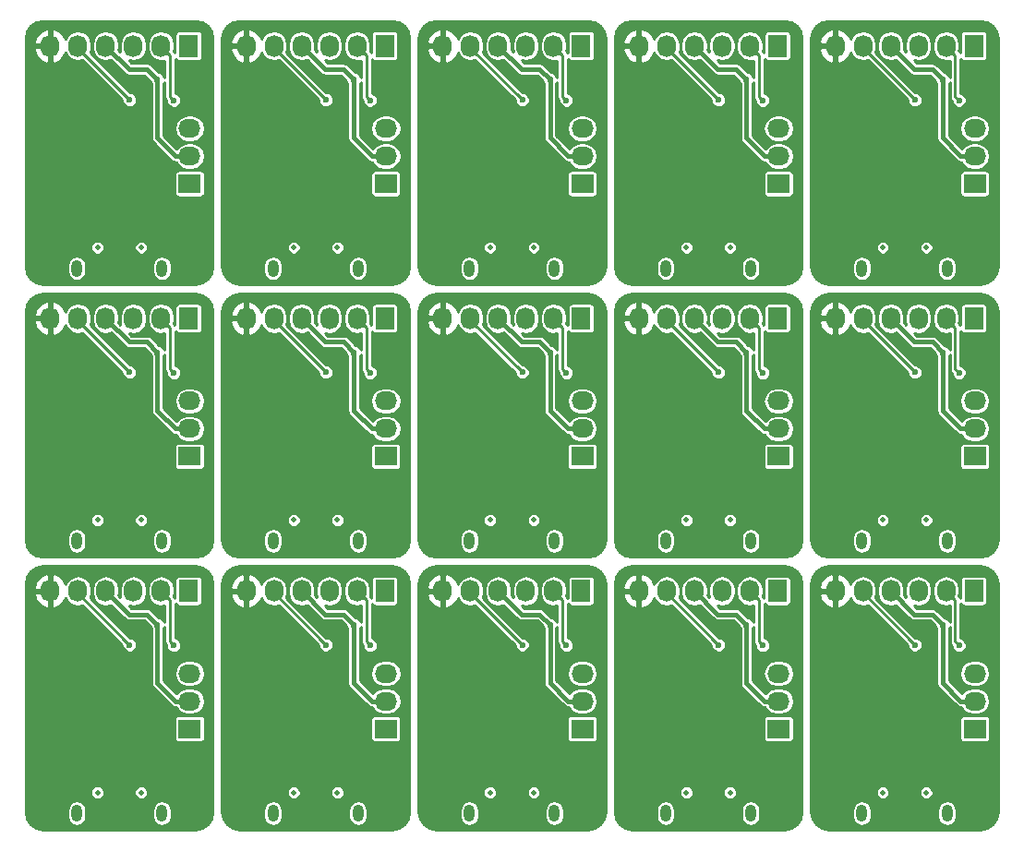
<source format=gbr>
G04 #@! TF.FileFunction,Copper,L2,Bot,Signal*
%FSLAX46Y46*%
G04 Gerber Fmt 4.6, Leading zero omitted, Abs format (unit mm)*
G04 Created by KiCad (PCBNEW 4.0.2-stable) date Sunday, 21 August 2016 'pmt' 15:41:42*
%MOMM*%
G01*
G04 APERTURE LIST*
%ADD10C,0.100000*%
%ADD11R,1.727200X2.032000*%
%ADD12O,1.727200X2.032000*%
%ADD13R,2.032000X1.727200*%
%ADD14O,2.032000X1.727200*%
%ADD15O,1.000000X1.550000*%
%ADD16C,0.500000*%
%ADD17C,0.600000*%
%ADD18C,0.250000*%
%ADD19C,0.400000*%
G04 APERTURE END LIST*
D10*
D11*
X51350000Y-2700000D03*
D12*
X48810000Y-2700000D03*
X46270000Y-2700000D03*
X43730000Y-2700000D03*
X41190000Y-2700000D03*
X38650000Y-2700000D03*
D13*
X51450000Y-15350000D03*
D14*
X51450000Y-12810000D03*
X51450000Y-10270000D03*
D15*
X41100000Y-23100000D03*
X48900000Y-23100000D03*
D16*
X47000000Y-21200000D03*
X43000000Y-21200000D03*
D15*
X41100000Y-73100000D03*
X48900000Y-73100000D03*
D16*
X47000000Y-71200000D03*
X43000000Y-71200000D03*
D13*
X51450000Y-65350000D03*
D14*
X51450000Y-62810000D03*
X51450000Y-60270000D03*
D11*
X51350000Y-52700000D03*
D12*
X48810000Y-52700000D03*
X46270000Y-52700000D03*
X43730000Y-52700000D03*
X41190000Y-52700000D03*
X38650000Y-52700000D03*
D15*
X41100000Y-48100000D03*
X48900000Y-48100000D03*
D16*
X47000000Y-46200000D03*
X43000000Y-46200000D03*
D13*
X51450000Y-40350000D03*
D14*
X51450000Y-37810000D03*
X51450000Y-35270000D03*
D11*
X51350000Y-27700000D03*
D12*
X48810000Y-27700000D03*
X46270000Y-27700000D03*
X43730000Y-27700000D03*
X41190000Y-27700000D03*
X38650000Y-27700000D03*
D11*
X69350000Y-27700000D03*
D12*
X66810000Y-27700000D03*
X64270000Y-27700000D03*
X61730000Y-27700000D03*
X59190000Y-27700000D03*
X56650000Y-27700000D03*
D13*
X69450000Y-40350000D03*
D14*
X69450000Y-37810000D03*
X69450000Y-35270000D03*
D15*
X59100000Y-48100000D03*
X66900000Y-48100000D03*
D16*
X65000000Y-46200000D03*
X61000000Y-46200000D03*
D11*
X69350000Y-52700000D03*
D12*
X66810000Y-52700000D03*
X64270000Y-52700000D03*
X61730000Y-52700000D03*
X59190000Y-52700000D03*
X56650000Y-52700000D03*
D13*
X69450000Y-65350000D03*
D14*
X69450000Y-62810000D03*
X69450000Y-60270000D03*
D15*
X59100000Y-73100000D03*
X66900000Y-73100000D03*
D16*
X65000000Y-71200000D03*
X61000000Y-71200000D03*
D15*
X59100000Y-23100000D03*
X66900000Y-23100000D03*
D16*
X65000000Y-21200000D03*
X61000000Y-21200000D03*
D13*
X69450000Y-15350000D03*
D14*
X69450000Y-12810000D03*
X69450000Y-10270000D03*
D11*
X69350000Y-2700000D03*
D12*
X66810000Y-2700000D03*
X64270000Y-2700000D03*
X61730000Y-2700000D03*
X59190000Y-2700000D03*
X56650000Y-2700000D03*
D11*
X33350000Y-2700000D03*
D12*
X30810000Y-2700000D03*
X28270000Y-2700000D03*
X25730000Y-2700000D03*
X23190000Y-2700000D03*
X20650000Y-2700000D03*
D13*
X33450000Y-15350000D03*
D14*
X33450000Y-12810000D03*
X33450000Y-10270000D03*
D15*
X23100000Y-23100000D03*
X30900000Y-23100000D03*
D16*
X29000000Y-21200000D03*
X25000000Y-21200000D03*
D15*
X23100000Y-73100000D03*
X30900000Y-73100000D03*
D16*
X29000000Y-71200000D03*
X25000000Y-71200000D03*
D13*
X33450000Y-65350000D03*
D14*
X33450000Y-62810000D03*
X33450000Y-60270000D03*
D11*
X33350000Y-52700000D03*
D12*
X30810000Y-52700000D03*
X28270000Y-52700000D03*
X25730000Y-52700000D03*
X23190000Y-52700000D03*
X20650000Y-52700000D03*
D15*
X23100000Y-48100000D03*
X30900000Y-48100000D03*
D16*
X29000000Y-46200000D03*
X25000000Y-46200000D03*
D13*
X33450000Y-40350000D03*
D14*
X33450000Y-37810000D03*
X33450000Y-35270000D03*
D11*
X33350000Y-27700000D03*
D12*
X30810000Y-27700000D03*
X28270000Y-27700000D03*
X25730000Y-27700000D03*
X23190000Y-27700000D03*
X20650000Y-27700000D03*
D11*
X87350000Y-2700000D03*
D12*
X84810000Y-2700000D03*
X82270000Y-2700000D03*
X79730000Y-2700000D03*
X77190000Y-2700000D03*
X74650000Y-2700000D03*
D13*
X87450000Y-15350000D03*
D14*
X87450000Y-12810000D03*
X87450000Y-10270000D03*
D15*
X77100000Y-23100000D03*
X84900000Y-23100000D03*
D16*
X83000000Y-21200000D03*
X79000000Y-21200000D03*
D15*
X77100000Y-73100000D03*
X84900000Y-73100000D03*
D16*
X83000000Y-71200000D03*
X79000000Y-71200000D03*
D13*
X87450000Y-65350000D03*
D14*
X87450000Y-62810000D03*
X87450000Y-60270000D03*
D11*
X87350000Y-52700000D03*
D12*
X84810000Y-52700000D03*
X82270000Y-52700000D03*
X79730000Y-52700000D03*
X77190000Y-52700000D03*
X74650000Y-52700000D03*
D15*
X77100000Y-48100000D03*
X84900000Y-48100000D03*
D16*
X83000000Y-46200000D03*
X79000000Y-46200000D03*
D13*
X87450000Y-40350000D03*
D14*
X87450000Y-37810000D03*
X87450000Y-35270000D03*
D11*
X87350000Y-27700000D03*
D12*
X84810000Y-27700000D03*
X82270000Y-27700000D03*
X79730000Y-27700000D03*
X77190000Y-27700000D03*
X74650000Y-27700000D03*
D11*
X15350000Y-27700000D03*
D12*
X12810000Y-27700000D03*
X10270000Y-27700000D03*
X7730000Y-27700000D03*
X5190000Y-27700000D03*
X2650000Y-27700000D03*
D13*
X15450000Y-40350000D03*
D14*
X15450000Y-37810000D03*
X15450000Y-35270000D03*
D15*
X5100000Y-48100000D03*
X12900000Y-48100000D03*
D16*
X11000000Y-46200000D03*
X7000000Y-46200000D03*
D11*
X15350000Y-52700000D03*
D12*
X12810000Y-52700000D03*
X10270000Y-52700000D03*
X7730000Y-52700000D03*
X5190000Y-52700000D03*
X2650000Y-52700000D03*
D13*
X15450000Y-65350000D03*
D14*
X15450000Y-62810000D03*
X15450000Y-60270000D03*
D15*
X5100000Y-73100000D03*
X12900000Y-73100000D03*
D16*
X11000000Y-71200000D03*
X7000000Y-71200000D03*
D15*
X5100000Y-23100000D03*
X12900000Y-23100000D03*
D16*
X11000000Y-21200000D03*
X7000000Y-21200000D03*
D13*
X15450000Y-15350000D03*
D14*
X15450000Y-12810000D03*
X15450000Y-10270000D03*
D11*
X15350000Y-2700000D03*
D12*
X12810000Y-2700000D03*
X10270000Y-2700000D03*
X7730000Y-2700000D03*
X5190000Y-2700000D03*
X2650000Y-2700000D03*
D17*
X43100000Y-6500000D03*
X51550000Y-17000000D03*
X47100000Y-19800000D03*
X47100000Y-69800000D03*
X51550000Y-67000000D03*
X43100000Y-56500000D03*
X47100000Y-44800000D03*
X51550000Y-42000000D03*
X43100000Y-31500000D03*
X61100000Y-31500000D03*
X69550000Y-42000000D03*
X65100000Y-44800000D03*
X61100000Y-56500000D03*
X69550000Y-67000000D03*
X65100000Y-69800000D03*
X65100000Y-19800000D03*
X69550000Y-17000000D03*
X61100000Y-6500000D03*
X25100000Y-6500000D03*
X33550000Y-17000000D03*
X29100000Y-19800000D03*
X29100000Y-69800000D03*
X33550000Y-67000000D03*
X25100000Y-56500000D03*
X29100000Y-44800000D03*
X33550000Y-42000000D03*
X25100000Y-31500000D03*
X79100000Y-6500000D03*
X87550000Y-17000000D03*
X83100000Y-19800000D03*
X83100000Y-69800000D03*
X87550000Y-67000000D03*
X79100000Y-56500000D03*
X83100000Y-44800000D03*
X87550000Y-42000000D03*
X79100000Y-31500000D03*
X7100000Y-31500000D03*
X15550000Y-42000000D03*
X11100000Y-44800000D03*
X7100000Y-56500000D03*
X15550000Y-67000000D03*
X11100000Y-69800000D03*
X11100000Y-19800000D03*
X15550000Y-17000000D03*
X7100000Y-6500000D03*
X50000000Y-7700000D03*
X50000000Y-57700000D03*
X50000000Y-32700000D03*
X68000000Y-32700000D03*
X68000000Y-57700000D03*
X68000000Y-7700000D03*
X32000000Y-7700000D03*
X32000000Y-57700000D03*
X32000000Y-32700000D03*
X86000000Y-7700000D03*
X86000000Y-57700000D03*
X86000000Y-32700000D03*
X14000000Y-32700000D03*
X14000000Y-57700000D03*
X14000000Y-7700000D03*
X48500000Y-5800000D03*
X48500000Y-55800000D03*
X48500000Y-30800000D03*
X66500000Y-30800000D03*
X66500000Y-55800000D03*
X66500000Y-5800000D03*
X30500000Y-5800000D03*
X30500000Y-55800000D03*
X30500000Y-30800000D03*
X84500000Y-5800000D03*
X84500000Y-55800000D03*
X84500000Y-30800000D03*
X12500000Y-30800000D03*
X12500000Y-55800000D03*
X12500000Y-5800000D03*
X45950000Y-7650000D03*
X45950000Y-57650000D03*
X45950000Y-32650000D03*
X63950000Y-32650000D03*
X63950000Y-57650000D03*
X63950000Y-7650000D03*
X27950000Y-7650000D03*
X27950000Y-57650000D03*
X27950000Y-32650000D03*
X81950000Y-7650000D03*
X81950000Y-57650000D03*
X81950000Y-32650000D03*
X9950000Y-32650000D03*
X9950000Y-57650000D03*
X9950000Y-7650000D03*
D18*
X50000000Y-7700000D02*
X49650000Y-7350000D01*
X49650000Y-7350000D02*
X49650000Y-3540000D01*
X49650000Y-3540000D02*
X48810000Y-2700000D01*
X49650000Y-53540000D02*
X48810000Y-52700000D01*
X49650000Y-57350000D02*
X49650000Y-53540000D01*
X50000000Y-57700000D02*
X49650000Y-57350000D01*
X49650000Y-28540000D02*
X48810000Y-27700000D01*
X49650000Y-32350000D02*
X49650000Y-28540000D01*
X50000000Y-32700000D02*
X49650000Y-32350000D01*
X68000000Y-32700000D02*
X67650000Y-32350000D01*
X67650000Y-32350000D02*
X67650000Y-28540000D01*
X67650000Y-28540000D02*
X66810000Y-27700000D01*
X68000000Y-57700000D02*
X67650000Y-57350000D01*
X67650000Y-57350000D02*
X67650000Y-53540000D01*
X67650000Y-53540000D02*
X66810000Y-52700000D01*
X67650000Y-3540000D02*
X66810000Y-2700000D01*
X67650000Y-7350000D02*
X67650000Y-3540000D01*
X68000000Y-7700000D02*
X67650000Y-7350000D01*
X32000000Y-7700000D02*
X31650000Y-7350000D01*
X31650000Y-7350000D02*
X31650000Y-3540000D01*
X31650000Y-3540000D02*
X30810000Y-2700000D01*
X31650000Y-53540000D02*
X30810000Y-52700000D01*
X31650000Y-57350000D02*
X31650000Y-53540000D01*
X32000000Y-57700000D02*
X31650000Y-57350000D01*
X31650000Y-28540000D02*
X30810000Y-27700000D01*
X31650000Y-32350000D02*
X31650000Y-28540000D01*
X32000000Y-32700000D02*
X31650000Y-32350000D01*
X86000000Y-7700000D02*
X85650000Y-7350000D01*
X85650000Y-7350000D02*
X85650000Y-3540000D01*
X85650000Y-3540000D02*
X84810000Y-2700000D01*
X85650000Y-53540000D02*
X84810000Y-52700000D01*
X85650000Y-57350000D02*
X85650000Y-53540000D01*
X86000000Y-57700000D02*
X85650000Y-57350000D01*
X85650000Y-28540000D02*
X84810000Y-27700000D01*
X85650000Y-32350000D02*
X85650000Y-28540000D01*
X86000000Y-32700000D02*
X85650000Y-32350000D01*
X14000000Y-32700000D02*
X13650000Y-32350000D01*
X13650000Y-32350000D02*
X13650000Y-28540000D01*
X13650000Y-28540000D02*
X12810000Y-27700000D01*
X14000000Y-57700000D02*
X13650000Y-57350000D01*
X13650000Y-57350000D02*
X13650000Y-53540000D01*
X13650000Y-53540000D02*
X12810000Y-52700000D01*
X13650000Y-3540000D02*
X12810000Y-2700000D01*
X13650000Y-7350000D02*
X13650000Y-3540000D01*
X14000000Y-7700000D02*
X13650000Y-7350000D01*
D19*
X48500000Y-5800000D02*
X47550000Y-4850000D01*
X47550000Y-4850000D02*
X45880000Y-4850000D01*
X45880000Y-4850000D02*
X43730000Y-2700000D01*
X48500000Y-11150000D02*
X50160000Y-12810000D01*
X50160000Y-12810000D02*
X51450000Y-12810000D01*
X48500000Y-5800000D02*
X48500000Y-11150000D01*
X48500000Y-55800000D02*
X48500000Y-61150000D01*
X50160000Y-62810000D02*
X51450000Y-62810000D01*
X48500000Y-61150000D02*
X50160000Y-62810000D01*
X45880000Y-54850000D02*
X43730000Y-52700000D01*
X47550000Y-54850000D02*
X45880000Y-54850000D01*
X48500000Y-55800000D02*
X47550000Y-54850000D01*
X48500000Y-30800000D02*
X48500000Y-36150000D01*
X50160000Y-37810000D02*
X51450000Y-37810000D01*
X48500000Y-36150000D02*
X50160000Y-37810000D01*
X45880000Y-29850000D02*
X43730000Y-27700000D01*
X47550000Y-29850000D02*
X45880000Y-29850000D01*
X48500000Y-30800000D02*
X47550000Y-29850000D01*
X66500000Y-30800000D02*
X65550000Y-29850000D01*
X65550000Y-29850000D02*
X63880000Y-29850000D01*
X63880000Y-29850000D02*
X61730000Y-27700000D01*
X66500000Y-36150000D02*
X68160000Y-37810000D01*
X68160000Y-37810000D02*
X69450000Y-37810000D01*
X66500000Y-30800000D02*
X66500000Y-36150000D01*
X66500000Y-55800000D02*
X65550000Y-54850000D01*
X65550000Y-54850000D02*
X63880000Y-54850000D01*
X63880000Y-54850000D02*
X61730000Y-52700000D01*
X66500000Y-61150000D02*
X68160000Y-62810000D01*
X68160000Y-62810000D02*
X69450000Y-62810000D01*
X66500000Y-55800000D02*
X66500000Y-61150000D01*
X66500000Y-5800000D02*
X66500000Y-11150000D01*
X68160000Y-12810000D02*
X69450000Y-12810000D01*
X66500000Y-11150000D02*
X68160000Y-12810000D01*
X63880000Y-4850000D02*
X61730000Y-2700000D01*
X65550000Y-4850000D02*
X63880000Y-4850000D01*
X66500000Y-5800000D02*
X65550000Y-4850000D01*
X30500000Y-5800000D02*
X29550000Y-4850000D01*
X29550000Y-4850000D02*
X27880000Y-4850000D01*
X27880000Y-4850000D02*
X25730000Y-2700000D01*
X30500000Y-11150000D02*
X32160000Y-12810000D01*
X32160000Y-12810000D02*
X33450000Y-12810000D01*
X30500000Y-5800000D02*
X30500000Y-11150000D01*
X30500000Y-55800000D02*
X30500000Y-61150000D01*
X32160000Y-62810000D02*
X33450000Y-62810000D01*
X30500000Y-61150000D02*
X32160000Y-62810000D01*
X27880000Y-54850000D02*
X25730000Y-52700000D01*
X29550000Y-54850000D02*
X27880000Y-54850000D01*
X30500000Y-55800000D02*
X29550000Y-54850000D01*
X30500000Y-30800000D02*
X30500000Y-36150000D01*
X32160000Y-37810000D02*
X33450000Y-37810000D01*
X30500000Y-36150000D02*
X32160000Y-37810000D01*
X27880000Y-29850000D02*
X25730000Y-27700000D01*
X29550000Y-29850000D02*
X27880000Y-29850000D01*
X30500000Y-30800000D02*
X29550000Y-29850000D01*
X84500000Y-5800000D02*
X83550000Y-4850000D01*
X83550000Y-4850000D02*
X81880000Y-4850000D01*
X81880000Y-4850000D02*
X79730000Y-2700000D01*
X84500000Y-11150000D02*
X86160000Y-12810000D01*
X86160000Y-12810000D02*
X87450000Y-12810000D01*
X84500000Y-5800000D02*
X84500000Y-11150000D01*
X84500000Y-55800000D02*
X84500000Y-61150000D01*
X86160000Y-62810000D02*
X87450000Y-62810000D01*
X84500000Y-61150000D02*
X86160000Y-62810000D01*
X81880000Y-54850000D02*
X79730000Y-52700000D01*
X83550000Y-54850000D02*
X81880000Y-54850000D01*
X84500000Y-55800000D02*
X83550000Y-54850000D01*
X84500000Y-30800000D02*
X84500000Y-36150000D01*
X86160000Y-37810000D02*
X87450000Y-37810000D01*
X84500000Y-36150000D02*
X86160000Y-37810000D01*
X81880000Y-29850000D02*
X79730000Y-27700000D01*
X83550000Y-29850000D02*
X81880000Y-29850000D01*
X84500000Y-30800000D02*
X83550000Y-29850000D01*
X12500000Y-30800000D02*
X11550000Y-29850000D01*
X11550000Y-29850000D02*
X9880000Y-29850000D01*
X9880000Y-29850000D02*
X7730000Y-27700000D01*
X12500000Y-36150000D02*
X14160000Y-37810000D01*
X14160000Y-37810000D02*
X15450000Y-37810000D01*
X12500000Y-30800000D02*
X12500000Y-36150000D01*
X12500000Y-55800000D02*
X11550000Y-54850000D01*
X11550000Y-54850000D02*
X9880000Y-54850000D01*
X9880000Y-54850000D02*
X7730000Y-52700000D01*
X12500000Y-61150000D02*
X14160000Y-62810000D01*
X14160000Y-62810000D02*
X15450000Y-62810000D01*
X12500000Y-55800000D02*
X12500000Y-61150000D01*
X12500000Y-5800000D02*
X12500000Y-11150000D01*
X14160000Y-12810000D02*
X15450000Y-12810000D01*
X12500000Y-11150000D02*
X14160000Y-12810000D01*
X9880000Y-4850000D02*
X7730000Y-2700000D01*
X11550000Y-4850000D02*
X9880000Y-4850000D01*
X12500000Y-5800000D02*
X11550000Y-4850000D01*
D18*
X41190000Y-2890000D02*
X45950000Y-7650000D01*
X41190000Y-2700000D02*
X41190000Y-2890000D01*
X41190000Y-52700000D02*
X41190000Y-52890000D01*
X41190000Y-52890000D02*
X45950000Y-57650000D01*
X41190000Y-27700000D02*
X41190000Y-27890000D01*
X41190000Y-27890000D02*
X45950000Y-32650000D01*
X59190000Y-27890000D02*
X63950000Y-32650000D01*
X59190000Y-27700000D02*
X59190000Y-27890000D01*
X59190000Y-52890000D02*
X63950000Y-57650000D01*
X59190000Y-52700000D02*
X59190000Y-52890000D01*
X59190000Y-2700000D02*
X59190000Y-2890000D01*
X59190000Y-2890000D02*
X63950000Y-7650000D01*
X23190000Y-2890000D02*
X27950000Y-7650000D01*
X23190000Y-2700000D02*
X23190000Y-2890000D01*
X23190000Y-52700000D02*
X23190000Y-52890000D01*
X23190000Y-52890000D02*
X27950000Y-57650000D01*
X23190000Y-27700000D02*
X23190000Y-27890000D01*
X23190000Y-27890000D02*
X27950000Y-32650000D01*
X77190000Y-2890000D02*
X81950000Y-7650000D01*
X77190000Y-2700000D02*
X77190000Y-2890000D01*
X77190000Y-52700000D02*
X77190000Y-52890000D01*
X77190000Y-52890000D02*
X81950000Y-57650000D01*
X77190000Y-27700000D02*
X77190000Y-27890000D01*
X77190000Y-27890000D02*
X81950000Y-32650000D01*
X5190000Y-27890000D02*
X9950000Y-32650000D01*
X5190000Y-27700000D02*
X5190000Y-27890000D01*
X5190000Y-52890000D02*
X9950000Y-57650000D01*
X5190000Y-52700000D02*
X5190000Y-52890000D01*
X5190000Y-2700000D02*
X5190000Y-2890000D01*
X5190000Y-2890000D02*
X9950000Y-7650000D01*
G36*
X16599541Y-552583D02*
X17107806Y-892194D01*
X17447418Y-1400460D01*
X17575000Y-2041860D01*
X17575000Y-22958140D01*
X17447418Y-23599540D01*
X17107806Y-24107806D01*
X16599541Y-24447417D01*
X15958140Y-24575000D01*
X2041860Y-24575000D01*
X1400460Y-24447418D01*
X892194Y-24107806D01*
X552583Y-23599541D01*
X425000Y-22958140D01*
X425000Y-22802470D01*
X4225000Y-22802470D01*
X4225000Y-23397530D01*
X4291605Y-23732378D01*
X4481282Y-24016248D01*
X4765152Y-24205925D01*
X5100000Y-24272530D01*
X5434848Y-24205925D01*
X5718718Y-24016248D01*
X5908395Y-23732378D01*
X5975000Y-23397530D01*
X5975000Y-22802470D01*
X12025000Y-22802470D01*
X12025000Y-23397530D01*
X12091605Y-23732378D01*
X12281282Y-24016248D01*
X12565152Y-24205925D01*
X12900000Y-24272530D01*
X13234848Y-24205925D01*
X13518718Y-24016248D01*
X13708395Y-23732378D01*
X13775000Y-23397530D01*
X13775000Y-22802470D01*
X13708395Y-22467622D01*
X13518718Y-22183752D01*
X13234848Y-21994075D01*
X12900000Y-21927470D01*
X12565152Y-21994075D01*
X12281282Y-22183752D01*
X12091605Y-22467622D01*
X12025000Y-22802470D01*
X5975000Y-22802470D01*
X5908395Y-22467622D01*
X5718718Y-22183752D01*
X5434848Y-21994075D01*
X5100000Y-21927470D01*
X4765152Y-21994075D01*
X4481282Y-22183752D01*
X4291605Y-22467622D01*
X4225000Y-22802470D01*
X425000Y-22802470D01*
X425000Y-21323775D01*
X6374892Y-21323775D01*
X6469842Y-21553571D01*
X6645504Y-21729540D01*
X6875134Y-21824891D01*
X7123775Y-21825108D01*
X7353571Y-21730158D01*
X7529540Y-21554496D01*
X7624891Y-21324866D01*
X7624891Y-21323775D01*
X10374892Y-21323775D01*
X10469842Y-21553571D01*
X10645504Y-21729540D01*
X10875134Y-21824891D01*
X11123775Y-21825108D01*
X11353571Y-21730158D01*
X11529540Y-21554496D01*
X11624891Y-21324866D01*
X11625108Y-21076225D01*
X11530158Y-20846429D01*
X11354496Y-20670460D01*
X11124866Y-20575109D01*
X10876225Y-20574892D01*
X10646429Y-20669842D01*
X10470460Y-20845504D01*
X10375109Y-21075134D01*
X10374892Y-21323775D01*
X7624891Y-21323775D01*
X7625108Y-21076225D01*
X7530158Y-20846429D01*
X7354496Y-20670460D01*
X7124866Y-20575109D01*
X6876225Y-20574892D01*
X6646429Y-20669842D01*
X6470460Y-20845504D01*
X6375109Y-21075134D01*
X6374892Y-21323775D01*
X425000Y-21323775D01*
X425000Y-14486400D01*
X14051654Y-14486400D01*
X14051654Y-16213600D01*
X14077802Y-16352566D01*
X14159931Y-16480199D01*
X14285246Y-16565823D01*
X14434000Y-16595946D01*
X16466000Y-16595946D01*
X16604966Y-16569798D01*
X16732599Y-16487669D01*
X16818223Y-16362354D01*
X16848346Y-16213600D01*
X16848346Y-14486400D01*
X16822198Y-14347434D01*
X16740069Y-14219801D01*
X16614754Y-14134177D01*
X16466000Y-14104054D01*
X14434000Y-14104054D01*
X14295034Y-14130202D01*
X14167401Y-14212331D01*
X14081777Y-14337646D01*
X14051654Y-14486400D01*
X425000Y-14486400D01*
X425000Y-3063565D01*
X1167171Y-3063565D01*
X1360854Y-3614945D01*
X1750798Y-4050235D01*
X2277637Y-4303165D01*
X2289340Y-4304893D01*
X2521000Y-4184519D01*
X2521000Y-2829000D01*
X1310644Y-2829000D01*
X1167171Y-3063565D01*
X425000Y-3063565D01*
X425000Y-2336435D01*
X1167171Y-2336435D01*
X1310644Y-2571000D01*
X2521000Y-2571000D01*
X2521000Y-1215481D01*
X2779000Y-1215481D01*
X2779000Y-2571000D01*
X2799000Y-2571000D01*
X2799000Y-2829000D01*
X2779000Y-2829000D01*
X2779000Y-4184519D01*
X3010660Y-4304893D01*
X3022363Y-4303165D01*
X3549202Y-4050235D01*
X3939146Y-3614945D01*
X4040350Y-3326834D01*
X4045683Y-3353643D01*
X4314178Y-3755473D01*
X4716008Y-4023968D01*
X5190000Y-4118251D01*
X5624681Y-4031787D01*
X9274972Y-7682078D01*
X9274883Y-7783677D01*
X9377429Y-8031857D01*
X9567144Y-8221903D01*
X9815145Y-8324883D01*
X10083677Y-8325117D01*
X10331857Y-8222571D01*
X10521903Y-8032856D01*
X10624883Y-7784855D01*
X10625117Y-7516323D01*
X10522571Y-7268143D01*
X10332856Y-7078097D01*
X10084855Y-6975117D01*
X9982134Y-6975027D01*
X6338702Y-3331596D01*
X6428600Y-2879651D01*
X6428600Y-2520349D01*
X6491400Y-2520349D01*
X6491400Y-2879651D01*
X6585683Y-3353643D01*
X6854178Y-3755473D01*
X7256008Y-4023968D01*
X7730000Y-4118251D01*
X8203992Y-4023968D01*
X8226054Y-4009227D01*
X9473413Y-5256586D01*
X9659957Y-5381231D01*
X9880000Y-5425000D01*
X11311828Y-5425000D01*
X11827966Y-5941138D01*
X11925000Y-6175978D01*
X11925000Y-11150000D01*
X11968769Y-11370043D01*
X12093414Y-11556586D01*
X13753414Y-13216587D01*
X13854293Y-13283992D01*
X13939957Y-13341231D01*
X14160000Y-13385000D01*
X14193524Y-13385000D01*
X14394527Y-13685822D01*
X14796357Y-13954317D01*
X15270349Y-14048600D01*
X15629651Y-14048600D01*
X16103643Y-13954317D01*
X16505473Y-13685822D01*
X16773968Y-13283992D01*
X16868251Y-12810000D01*
X16773968Y-12336008D01*
X16505473Y-11934178D01*
X16103643Y-11665683D01*
X15629651Y-11571400D01*
X15270349Y-11571400D01*
X14796357Y-11665683D01*
X14394527Y-11934178D01*
X14275495Y-12112322D01*
X13075000Y-10911828D01*
X13075000Y-10270000D01*
X14031749Y-10270000D01*
X14126032Y-10743992D01*
X14394527Y-11145822D01*
X14796357Y-11414317D01*
X15270349Y-11508600D01*
X15629651Y-11508600D01*
X16103643Y-11414317D01*
X16505473Y-11145822D01*
X16773968Y-10743992D01*
X16868251Y-10270000D01*
X16773968Y-9796008D01*
X16505473Y-9394178D01*
X16103643Y-9125683D01*
X15629651Y-9031400D01*
X15270349Y-9031400D01*
X14796357Y-9125683D01*
X14394527Y-9394178D01*
X14126032Y-9796008D01*
X14031749Y-10270000D01*
X13075000Y-10270000D01*
X13075000Y-6175398D01*
X13150000Y-5994779D01*
X13150000Y-7350000D01*
X13188060Y-7541342D01*
X13296447Y-7703553D01*
X13324972Y-7732078D01*
X13324883Y-7833677D01*
X13427429Y-8081857D01*
X13617144Y-8271903D01*
X13865145Y-8374883D01*
X14133677Y-8375117D01*
X14381857Y-8272571D01*
X14571903Y-8082856D01*
X14674883Y-7834855D01*
X14675117Y-7566323D01*
X14572571Y-7318143D01*
X14382856Y-7128097D01*
X14150000Y-7031406D01*
X14150000Y-3885733D01*
X14212331Y-3982599D01*
X14337646Y-4068223D01*
X14486400Y-4098346D01*
X16213600Y-4098346D01*
X16352566Y-4072198D01*
X16480199Y-3990069D01*
X16565823Y-3864754D01*
X16595946Y-3716000D01*
X16595946Y-1684000D01*
X16569798Y-1545034D01*
X16487669Y-1417401D01*
X16362354Y-1331777D01*
X16213600Y-1301654D01*
X14486400Y-1301654D01*
X14347434Y-1327802D01*
X14219801Y-1409931D01*
X14134177Y-1535246D01*
X14104054Y-1684000D01*
X14104054Y-3336856D01*
X14003553Y-3186446D01*
X13990226Y-3173119D01*
X14048600Y-2879651D01*
X14048600Y-2520349D01*
X13954317Y-2046357D01*
X13685822Y-1644527D01*
X13283992Y-1376032D01*
X12810000Y-1281749D01*
X12336008Y-1376032D01*
X11934178Y-1644527D01*
X11665683Y-2046357D01*
X11571400Y-2520349D01*
X11571400Y-2879651D01*
X11665683Y-3353643D01*
X11934178Y-3755473D01*
X12336008Y-4023968D01*
X12810000Y-4118251D01*
X13150000Y-4050621D01*
X13150000Y-5605535D01*
X13072571Y-5418143D01*
X12882856Y-5228097D01*
X12640727Y-5127555D01*
X11956586Y-4443414D01*
X11770043Y-4318769D01*
X11550000Y-4275000D01*
X10118173Y-4275000D01*
X9884803Y-4041631D01*
X10270000Y-4118251D01*
X10743992Y-4023968D01*
X11145822Y-3755473D01*
X11414317Y-3353643D01*
X11508600Y-2879651D01*
X11508600Y-2520349D01*
X11414317Y-2046357D01*
X11145822Y-1644527D01*
X10743992Y-1376032D01*
X10270000Y-1281749D01*
X9796008Y-1376032D01*
X9394178Y-1644527D01*
X9125683Y-2046357D01*
X9031400Y-2520349D01*
X9031400Y-2879651D01*
X9108021Y-3264848D01*
X8927823Y-3084651D01*
X8968600Y-2879651D01*
X8968600Y-2520349D01*
X8874317Y-2046357D01*
X8605822Y-1644527D01*
X8203992Y-1376032D01*
X7730000Y-1281749D01*
X7256008Y-1376032D01*
X6854178Y-1644527D01*
X6585683Y-2046357D01*
X6491400Y-2520349D01*
X6428600Y-2520349D01*
X6334317Y-2046357D01*
X6065822Y-1644527D01*
X5663992Y-1376032D01*
X5190000Y-1281749D01*
X4716008Y-1376032D01*
X4314178Y-1644527D01*
X4045683Y-2046357D01*
X4040350Y-2073166D01*
X3939146Y-1785055D01*
X3549202Y-1349765D01*
X3022363Y-1096835D01*
X3010660Y-1095107D01*
X2779000Y-1215481D01*
X2521000Y-1215481D01*
X2289340Y-1095107D01*
X2277637Y-1096835D01*
X1750798Y-1349765D01*
X1360854Y-1785055D01*
X1167171Y-2336435D01*
X425000Y-2336435D01*
X425000Y-2041860D01*
X552583Y-1400459D01*
X892194Y-892194D01*
X1400460Y-552582D01*
X2041860Y-425000D01*
X15958140Y-425000D01*
X16599541Y-552583D01*
X16599541Y-552583D01*
G37*
X16599541Y-552583D02*
X17107806Y-892194D01*
X17447418Y-1400460D01*
X17575000Y-2041860D01*
X17575000Y-22958140D01*
X17447418Y-23599540D01*
X17107806Y-24107806D01*
X16599541Y-24447417D01*
X15958140Y-24575000D01*
X2041860Y-24575000D01*
X1400460Y-24447418D01*
X892194Y-24107806D01*
X552583Y-23599541D01*
X425000Y-22958140D01*
X425000Y-22802470D01*
X4225000Y-22802470D01*
X4225000Y-23397530D01*
X4291605Y-23732378D01*
X4481282Y-24016248D01*
X4765152Y-24205925D01*
X5100000Y-24272530D01*
X5434848Y-24205925D01*
X5718718Y-24016248D01*
X5908395Y-23732378D01*
X5975000Y-23397530D01*
X5975000Y-22802470D01*
X12025000Y-22802470D01*
X12025000Y-23397530D01*
X12091605Y-23732378D01*
X12281282Y-24016248D01*
X12565152Y-24205925D01*
X12900000Y-24272530D01*
X13234848Y-24205925D01*
X13518718Y-24016248D01*
X13708395Y-23732378D01*
X13775000Y-23397530D01*
X13775000Y-22802470D01*
X13708395Y-22467622D01*
X13518718Y-22183752D01*
X13234848Y-21994075D01*
X12900000Y-21927470D01*
X12565152Y-21994075D01*
X12281282Y-22183752D01*
X12091605Y-22467622D01*
X12025000Y-22802470D01*
X5975000Y-22802470D01*
X5908395Y-22467622D01*
X5718718Y-22183752D01*
X5434848Y-21994075D01*
X5100000Y-21927470D01*
X4765152Y-21994075D01*
X4481282Y-22183752D01*
X4291605Y-22467622D01*
X4225000Y-22802470D01*
X425000Y-22802470D01*
X425000Y-21323775D01*
X6374892Y-21323775D01*
X6469842Y-21553571D01*
X6645504Y-21729540D01*
X6875134Y-21824891D01*
X7123775Y-21825108D01*
X7353571Y-21730158D01*
X7529540Y-21554496D01*
X7624891Y-21324866D01*
X7624891Y-21323775D01*
X10374892Y-21323775D01*
X10469842Y-21553571D01*
X10645504Y-21729540D01*
X10875134Y-21824891D01*
X11123775Y-21825108D01*
X11353571Y-21730158D01*
X11529540Y-21554496D01*
X11624891Y-21324866D01*
X11625108Y-21076225D01*
X11530158Y-20846429D01*
X11354496Y-20670460D01*
X11124866Y-20575109D01*
X10876225Y-20574892D01*
X10646429Y-20669842D01*
X10470460Y-20845504D01*
X10375109Y-21075134D01*
X10374892Y-21323775D01*
X7624891Y-21323775D01*
X7625108Y-21076225D01*
X7530158Y-20846429D01*
X7354496Y-20670460D01*
X7124866Y-20575109D01*
X6876225Y-20574892D01*
X6646429Y-20669842D01*
X6470460Y-20845504D01*
X6375109Y-21075134D01*
X6374892Y-21323775D01*
X425000Y-21323775D01*
X425000Y-14486400D01*
X14051654Y-14486400D01*
X14051654Y-16213600D01*
X14077802Y-16352566D01*
X14159931Y-16480199D01*
X14285246Y-16565823D01*
X14434000Y-16595946D01*
X16466000Y-16595946D01*
X16604966Y-16569798D01*
X16732599Y-16487669D01*
X16818223Y-16362354D01*
X16848346Y-16213600D01*
X16848346Y-14486400D01*
X16822198Y-14347434D01*
X16740069Y-14219801D01*
X16614754Y-14134177D01*
X16466000Y-14104054D01*
X14434000Y-14104054D01*
X14295034Y-14130202D01*
X14167401Y-14212331D01*
X14081777Y-14337646D01*
X14051654Y-14486400D01*
X425000Y-14486400D01*
X425000Y-3063565D01*
X1167171Y-3063565D01*
X1360854Y-3614945D01*
X1750798Y-4050235D01*
X2277637Y-4303165D01*
X2289340Y-4304893D01*
X2521000Y-4184519D01*
X2521000Y-2829000D01*
X1310644Y-2829000D01*
X1167171Y-3063565D01*
X425000Y-3063565D01*
X425000Y-2336435D01*
X1167171Y-2336435D01*
X1310644Y-2571000D01*
X2521000Y-2571000D01*
X2521000Y-1215481D01*
X2779000Y-1215481D01*
X2779000Y-2571000D01*
X2799000Y-2571000D01*
X2799000Y-2829000D01*
X2779000Y-2829000D01*
X2779000Y-4184519D01*
X3010660Y-4304893D01*
X3022363Y-4303165D01*
X3549202Y-4050235D01*
X3939146Y-3614945D01*
X4040350Y-3326834D01*
X4045683Y-3353643D01*
X4314178Y-3755473D01*
X4716008Y-4023968D01*
X5190000Y-4118251D01*
X5624681Y-4031787D01*
X9274972Y-7682078D01*
X9274883Y-7783677D01*
X9377429Y-8031857D01*
X9567144Y-8221903D01*
X9815145Y-8324883D01*
X10083677Y-8325117D01*
X10331857Y-8222571D01*
X10521903Y-8032856D01*
X10624883Y-7784855D01*
X10625117Y-7516323D01*
X10522571Y-7268143D01*
X10332856Y-7078097D01*
X10084855Y-6975117D01*
X9982134Y-6975027D01*
X6338702Y-3331596D01*
X6428600Y-2879651D01*
X6428600Y-2520349D01*
X6491400Y-2520349D01*
X6491400Y-2879651D01*
X6585683Y-3353643D01*
X6854178Y-3755473D01*
X7256008Y-4023968D01*
X7730000Y-4118251D01*
X8203992Y-4023968D01*
X8226054Y-4009227D01*
X9473413Y-5256586D01*
X9659957Y-5381231D01*
X9880000Y-5425000D01*
X11311828Y-5425000D01*
X11827966Y-5941138D01*
X11925000Y-6175978D01*
X11925000Y-11150000D01*
X11968769Y-11370043D01*
X12093414Y-11556586D01*
X13753414Y-13216587D01*
X13854293Y-13283992D01*
X13939957Y-13341231D01*
X14160000Y-13385000D01*
X14193524Y-13385000D01*
X14394527Y-13685822D01*
X14796357Y-13954317D01*
X15270349Y-14048600D01*
X15629651Y-14048600D01*
X16103643Y-13954317D01*
X16505473Y-13685822D01*
X16773968Y-13283992D01*
X16868251Y-12810000D01*
X16773968Y-12336008D01*
X16505473Y-11934178D01*
X16103643Y-11665683D01*
X15629651Y-11571400D01*
X15270349Y-11571400D01*
X14796357Y-11665683D01*
X14394527Y-11934178D01*
X14275495Y-12112322D01*
X13075000Y-10911828D01*
X13075000Y-10270000D01*
X14031749Y-10270000D01*
X14126032Y-10743992D01*
X14394527Y-11145822D01*
X14796357Y-11414317D01*
X15270349Y-11508600D01*
X15629651Y-11508600D01*
X16103643Y-11414317D01*
X16505473Y-11145822D01*
X16773968Y-10743992D01*
X16868251Y-10270000D01*
X16773968Y-9796008D01*
X16505473Y-9394178D01*
X16103643Y-9125683D01*
X15629651Y-9031400D01*
X15270349Y-9031400D01*
X14796357Y-9125683D01*
X14394527Y-9394178D01*
X14126032Y-9796008D01*
X14031749Y-10270000D01*
X13075000Y-10270000D01*
X13075000Y-6175398D01*
X13150000Y-5994779D01*
X13150000Y-7350000D01*
X13188060Y-7541342D01*
X13296447Y-7703553D01*
X13324972Y-7732078D01*
X13324883Y-7833677D01*
X13427429Y-8081857D01*
X13617144Y-8271903D01*
X13865145Y-8374883D01*
X14133677Y-8375117D01*
X14381857Y-8272571D01*
X14571903Y-8082856D01*
X14674883Y-7834855D01*
X14675117Y-7566323D01*
X14572571Y-7318143D01*
X14382856Y-7128097D01*
X14150000Y-7031406D01*
X14150000Y-3885733D01*
X14212331Y-3982599D01*
X14337646Y-4068223D01*
X14486400Y-4098346D01*
X16213600Y-4098346D01*
X16352566Y-4072198D01*
X16480199Y-3990069D01*
X16565823Y-3864754D01*
X16595946Y-3716000D01*
X16595946Y-1684000D01*
X16569798Y-1545034D01*
X16487669Y-1417401D01*
X16362354Y-1331777D01*
X16213600Y-1301654D01*
X14486400Y-1301654D01*
X14347434Y-1327802D01*
X14219801Y-1409931D01*
X14134177Y-1535246D01*
X14104054Y-1684000D01*
X14104054Y-3336856D01*
X14003553Y-3186446D01*
X13990226Y-3173119D01*
X14048600Y-2879651D01*
X14048600Y-2520349D01*
X13954317Y-2046357D01*
X13685822Y-1644527D01*
X13283992Y-1376032D01*
X12810000Y-1281749D01*
X12336008Y-1376032D01*
X11934178Y-1644527D01*
X11665683Y-2046357D01*
X11571400Y-2520349D01*
X11571400Y-2879651D01*
X11665683Y-3353643D01*
X11934178Y-3755473D01*
X12336008Y-4023968D01*
X12810000Y-4118251D01*
X13150000Y-4050621D01*
X13150000Y-5605535D01*
X13072571Y-5418143D01*
X12882856Y-5228097D01*
X12640727Y-5127555D01*
X11956586Y-4443414D01*
X11770043Y-4318769D01*
X11550000Y-4275000D01*
X10118173Y-4275000D01*
X9884803Y-4041631D01*
X10270000Y-4118251D01*
X10743992Y-4023968D01*
X11145822Y-3755473D01*
X11414317Y-3353643D01*
X11508600Y-2879651D01*
X11508600Y-2520349D01*
X11414317Y-2046357D01*
X11145822Y-1644527D01*
X10743992Y-1376032D01*
X10270000Y-1281749D01*
X9796008Y-1376032D01*
X9394178Y-1644527D01*
X9125683Y-2046357D01*
X9031400Y-2520349D01*
X9031400Y-2879651D01*
X9108021Y-3264848D01*
X8927823Y-3084651D01*
X8968600Y-2879651D01*
X8968600Y-2520349D01*
X8874317Y-2046357D01*
X8605822Y-1644527D01*
X8203992Y-1376032D01*
X7730000Y-1281749D01*
X7256008Y-1376032D01*
X6854178Y-1644527D01*
X6585683Y-2046357D01*
X6491400Y-2520349D01*
X6428600Y-2520349D01*
X6334317Y-2046357D01*
X6065822Y-1644527D01*
X5663992Y-1376032D01*
X5190000Y-1281749D01*
X4716008Y-1376032D01*
X4314178Y-1644527D01*
X4045683Y-2046357D01*
X4040350Y-2073166D01*
X3939146Y-1785055D01*
X3549202Y-1349765D01*
X3022363Y-1096835D01*
X3010660Y-1095107D01*
X2779000Y-1215481D01*
X2521000Y-1215481D01*
X2289340Y-1095107D01*
X2277637Y-1096835D01*
X1750798Y-1349765D01*
X1360854Y-1785055D01*
X1167171Y-2336435D01*
X425000Y-2336435D01*
X425000Y-2041860D01*
X552583Y-1400459D01*
X892194Y-892194D01*
X1400460Y-552582D01*
X2041860Y-425000D01*
X15958140Y-425000D01*
X16599541Y-552583D01*
G36*
X16599541Y-50552583D02*
X17107806Y-50892194D01*
X17447418Y-51400460D01*
X17575000Y-52041860D01*
X17575000Y-72958140D01*
X17447418Y-73599540D01*
X17107806Y-74107806D01*
X16599541Y-74447417D01*
X15958140Y-74575000D01*
X2041860Y-74575000D01*
X1400460Y-74447418D01*
X892194Y-74107806D01*
X552583Y-73599541D01*
X425000Y-72958140D01*
X425000Y-72802470D01*
X4225000Y-72802470D01*
X4225000Y-73397530D01*
X4291605Y-73732378D01*
X4481282Y-74016248D01*
X4765152Y-74205925D01*
X5100000Y-74272530D01*
X5434848Y-74205925D01*
X5718718Y-74016248D01*
X5908395Y-73732378D01*
X5975000Y-73397530D01*
X5975000Y-72802470D01*
X12025000Y-72802470D01*
X12025000Y-73397530D01*
X12091605Y-73732378D01*
X12281282Y-74016248D01*
X12565152Y-74205925D01*
X12900000Y-74272530D01*
X13234848Y-74205925D01*
X13518718Y-74016248D01*
X13708395Y-73732378D01*
X13775000Y-73397530D01*
X13775000Y-72802470D01*
X13708395Y-72467622D01*
X13518718Y-72183752D01*
X13234848Y-71994075D01*
X12900000Y-71927470D01*
X12565152Y-71994075D01*
X12281282Y-72183752D01*
X12091605Y-72467622D01*
X12025000Y-72802470D01*
X5975000Y-72802470D01*
X5908395Y-72467622D01*
X5718718Y-72183752D01*
X5434848Y-71994075D01*
X5100000Y-71927470D01*
X4765152Y-71994075D01*
X4481282Y-72183752D01*
X4291605Y-72467622D01*
X4225000Y-72802470D01*
X425000Y-72802470D01*
X425000Y-71323775D01*
X6374892Y-71323775D01*
X6469842Y-71553571D01*
X6645504Y-71729540D01*
X6875134Y-71824891D01*
X7123775Y-71825108D01*
X7353571Y-71730158D01*
X7529540Y-71554496D01*
X7624891Y-71324866D01*
X7624891Y-71323775D01*
X10374892Y-71323775D01*
X10469842Y-71553571D01*
X10645504Y-71729540D01*
X10875134Y-71824891D01*
X11123775Y-71825108D01*
X11353571Y-71730158D01*
X11529540Y-71554496D01*
X11624891Y-71324866D01*
X11625108Y-71076225D01*
X11530158Y-70846429D01*
X11354496Y-70670460D01*
X11124866Y-70575109D01*
X10876225Y-70574892D01*
X10646429Y-70669842D01*
X10470460Y-70845504D01*
X10375109Y-71075134D01*
X10374892Y-71323775D01*
X7624891Y-71323775D01*
X7625108Y-71076225D01*
X7530158Y-70846429D01*
X7354496Y-70670460D01*
X7124866Y-70575109D01*
X6876225Y-70574892D01*
X6646429Y-70669842D01*
X6470460Y-70845504D01*
X6375109Y-71075134D01*
X6374892Y-71323775D01*
X425000Y-71323775D01*
X425000Y-64486400D01*
X14051654Y-64486400D01*
X14051654Y-66213600D01*
X14077802Y-66352566D01*
X14159931Y-66480199D01*
X14285246Y-66565823D01*
X14434000Y-66595946D01*
X16466000Y-66595946D01*
X16604966Y-66569798D01*
X16732599Y-66487669D01*
X16818223Y-66362354D01*
X16848346Y-66213600D01*
X16848346Y-64486400D01*
X16822198Y-64347434D01*
X16740069Y-64219801D01*
X16614754Y-64134177D01*
X16466000Y-64104054D01*
X14434000Y-64104054D01*
X14295034Y-64130202D01*
X14167401Y-64212331D01*
X14081777Y-64337646D01*
X14051654Y-64486400D01*
X425000Y-64486400D01*
X425000Y-53063565D01*
X1167171Y-53063565D01*
X1360854Y-53614945D01*
X1750798Y-54050235D01*
X2277637Y-54303165D01*
X2289340Y-54304893D01*
X2521000Y-54184519D01*
X2521000Y-52829000D01*
X1310644Y-52829000D01*
X1167171Y-53063565D01*
X425000Y-53063565D01*
X425000Y-52336435D01*
X1167171Y-52336435D01*
X1310644Y-52571000D01*
X2521000Y-52571000D01*
X2521000Y-51215481D01*
X2779000Y-51215481D01*
X2779000Y-52571000D01*
X2799000Y-52571000D01*
X2799000Y-52829000D01*
X2779000Y-52829000D01*
X2779000Y-54184519D01*
X3010660Y-54304893D01*
X3022363Y-54303165D01*
X3549202Y-54050235D01*
X3939146Y-53614945D01*
X4040350Y-53326834D01*
X4045683Y-53353643D01*
X4314178Y-53755473D01*
X4716008Y-54023968D01*
X5190000Y-54118251D01*
X5624681Y-54031787D01*
X9274972Y-57682078D01*
X9274883Y-57783677D01*
X9377429Y-58031857D01*
X9567144Y-58221903D01*
X9815145Y-58324883D01*
X10083677Y-58325117D01*
X10331857Y-58222571D01*
X10521903Y-58032856D01*
X10624883Y-57784855D01*
X10625117Y-57516323D01*
X10522571Y-57268143D01*
X10332856Y-57078097D01*
X10084855Y-56975117D01*
X9982134Y-56975027D01*
X6338702Y-53331596D01*
X6428600Y-52879651D01*
X6428600Y-52520349D01*
X6491400Y-52520349D01*
X6491400Y-52879651D01*
X6585683Y-53353643D01*
X6854178Y-53755473D01*
X7256008Y-54023968D01*
X7730000Y-54118251D01*
X8203992Y-54023968D01*
X8226054Y-54009227D01*
X9473413Y-55256586D01*
X9659957Y-55381231D01*
X9880000Y-55425000D01*
X11311828Y-55425000D01*
X11827966Y-55941138D01*
X11925000Y-56175978D01*
X11925000Y-61150000D01*
X11968769Y-61370043D01*
X12093414Y-61556586D01*
X13753414Y-63216587D01*
X13854293Y-63283992D01*
X13939957Y-63341231D01*
X14160000Y-63385000D01*
X14193524Y-63385000D01*
X14394527Y-63685822D01*
X14796357Y-63954317D01*
X15270349Y-64048600D01*
X15629651Y-64048600D01*
X16103643Y-63954317D01*
X16505473Y-63685822D01*
X16773968Y-63283992D01*
X16868251Y-62810000D01*
X16773968Y-62336008D01*
X16505473Y-61934178D01*
X16103643Y-61665683D01*
X15629651Y-61571400D01*
X15270349Y-61571400D01*
X14796357Y-61665683D01*
X14394527Y-61934178D01*
X14275495Y-62112322D01*
X13075000Y-60911828D01*
X13075000Y-60270000D01*
X14031749Y-60270000D01*
X14126032Y-60743992D01*
X14394527Y-61145822D01*
X14796357Y-61414317D01*
X15270349Y-61508600D01*
X15629651Y-61508600D01*
X16103643Y-61414317D01*
X16505473Y-61145822D01*
X16773968Y-60743992D01*
X16868251Y-60270000D01*
X16773968Y-59796008D01*
X16505473Y-59394178D01*
X16103643Y-59125683D01*
X15629651Y-59031400D01*
X15270349Y-59031400D01*
X14796357Y-59125683D01*
X14394527Y-59394178D01*
X14126032Y-59796008D01*
X14031749Y-60270000D01*
X13075000Y-60270000D01*
X13075000Y-56175398D01*
X13150000Y-55994779D01*
X13150000Y-57350000D01*
X13188060Y-57541342D01*
X13296447Y-57703553D01*
X13324972Y-57732078D01*
X13324883Y-57833677D01*
X13427429Y-58081857D01*
X13617144Y-58271903D01*
X13865145Y-58374883D01*
X14133677Y-58375117D01*
X14381857Y-58272571D01*
X14571903Y-58082856D01*
X14674883Y-57834855D01*
X14675117Y-57566323D01*
X14572571Y-57318143D01*
X14382856Y-57128097D01*
X14150000Y-57031406D01*
X14150000Y-53885733D01*
X14212331Y-53982599D01*
X14337646Y-54068223D01*
X14486400Y-54098346D01*
X16213600Y-54098346D01*
X16352566Y-54072198D01*
X16480199Y-53990069D01*
X16565823Y-53864754D01*
X16595946Y-53716000D01*
X16595946Y-51684000D01*
X16569798Y-51545034D01*
X16487669Y-51417401D01*
X16362354Y-51331777D01*
X16213600Y-51301654D01*
X14486400Y-51301654D01*
X14347434Y-51327802D01*
X14219801Y-51409931D01*
X14134177Y-51535246D01*
X14104054Y-51684000D01*
X14104054Y-53336856D01*
X14003553Y-53186446D01*
X13990226Y-53173119D01*
X14048600Y-52879651D01*
X14048600Y-52520349D01*
X13954317Y-52046357D01*
X13685822Y-51644527D01*
X13283992Y-51376032D01*
X12810000Y-51281749D01*
X12336008Y-51376032D01*
X11934178Y-51644527D01*
X11665683Y-52046357D01*
X11571400Y-52520349D01*
X11571400Y-52879651D01*
X11665683Y-53353643D01*
X11934178Y-53755473D01*
X12336008Y-54023968D01*
X12810000Y-54118251D01*
X13150000Y-54050621D01*
X13150000Y-55605535D01*
X13072571Y-55418143D01*
X12882856Y-55228097D01*
X12640727Y-55127555D01*
X11956586Y-54443414D01*
X11770043Y-54318769D01*
X11550000Y-54275000D01*
X10118173Y-54275000D01*
X9884803Y-54041631D01*
X10270000Y-54118251D01*
X10743992Y-54023968D01*
X11145822Y-53755473D01*
X11414317Y-53353643D01*
X11508600Y-52879651D01*
X11508600Y-52520349D01*
X11414317Y-52046357D01*
X11145822Y-51644527D01*
X10743992Y-51376032D01*
X10270000Y-51281749D01*
X9796008Y-51376032D01*
X9394178Y-51644527D01*
X9125683Y-52046357D01*
X9031400Y-52520349D01*
X9031400Y-52879651D01*
X9108021Y-53264848D01*
X8927823Y-53084651D01*
X8968600Y-52879651D01*
X8968600Y-52520349D01*
X8874317Y-52046357D01*
X8605822Y-51644527D01*
X8203992Y-51376032D01*
X7730000Y-51281749D01*
X7256008Y-51376032D01*
X6854178Y-51644527D01*
X6585683Y-52046357D01*
X6491400Y-52520349D01*
X6428600Y-52520349D01*
X6334317Y-52046357D01*
X6065822Y-51644527D01*
X5663992Y-51376032D01*
X5190000Y-51281749D01*
X4716008Y-51376032D01*
X4314178Y-51644527D01*
X4045683Y-52046357D01*
X4040350Y-52073166D01*
X3939146Y-51785055D01*
X3549202Y-51349765D01*
X3022363Y-51096835D01*
X3010660Y-51095107D01*
X2779000Y-51215481D01*
X2521000Y-51215481D01*
X2289340Y-51095107D01*
X2277637Y-51096835D01*
X1750798Y-51349765D01*
X1360854Y-51785055D01*
X1167171Y-52336435D01*
X425000Y-52336435D01*
X425000Y-52041860D01*
X552583Y-51400459D01*
X892194Y-50892194D01*
X1400460Y-50552582D01*
X2041860Y-50425000D01*
X15958140Y-50425000D01*
X16599541Y-50552583D01*
X16599541Y-50552583D01*
G37*
X16599541Y-50552583D02*
X17107806Y-50892194D01*
X17447418Y-51400460D01*
X17575000Y-52041860D01*
X17575000Y-72958140D01*
X17447418Y-73599540D01*
X17107806Y-74107806D01*
X16599541Y-74447417D01*
X15958140Y-74575000D01*
X2041860Y-74575000D01*
X1400460Y-74447418D01*
X892194Y-74107806D01*
X552583Y-73599541D01*
X425000Y-72958140D01*
X425000Y-72802470D01*
X4225000Y-72802470D01*
X4225000Y-73397530D01*
X4291605Y-73732378D01*
X4481282Y-74016248D01*
X4765152Y-74205925D01*
X5100000Y-74272530D01*
X5434848Y-74205925D01*
X5718718Y-74016248D01*
X5908395Y-73732378D01*
X5975000Y-73397530D01*
X5975000Y-72802470D01*
X12025000Y-72802470D01*
X12025000Y-73397530D01*
X12091605Y-73732378D01*
X12281282Y-74016248D01*
X12565152Y-74205925D01*
X12900000Y-74272530D01*
X13234848Y-74205925D01*
X13518718Y-74016248D01*
X13708395Y-73732378D01*
X13775000Y-73397530D01*
X13775000Y-72802470D01*
X13708395Y-72467622D01*
X13518718Y-72183752D01*
X13234848Y-71994075D01*
X12900000Y-71927470D01*
X12565152Y-71994075D01*
X12281282Y-72183752D01*
X12091605Y-72467622D01*
X12025000Y-72802470D01*
X5975000Y-72802470D01*
X5908395Y-72467622D01*
X5718718Y-72183752D01*
X5434848Y-71994075D01*
X5100000Y-71927470D01*
X4765152Y-71994075D01*
X4481282Y-72183752D01*
X4291605Y-72467622D01*
X4225000Y-72802470D01*
X425000Y-72802470D01*
X425000Y-71323775D01*
X6374892Y-71323775D01*
X6469842Y-71553571D01*
X6645504Y-71729540D01*
X6875134Y-71824891D01*
X7123775Y-71825108D01*
X7353571Y-71730158D01*
X7529540Y-71554496D01*
X7624891Y-71324866D01*
X7624891Y-71323775D01*
X10374892Y-71323775D01*
X10469842Y-71553571D01*
X10645504Y-71729540D01*
X10875134Y-71824891D01*
X11123775Y-71825108D01*
X11353571Y-71730158D01*
X11529540Y-71554496D01*
X11624891Y-71324866D01*
X11625108Y-71076225D01*
X11530158Y-70846429D01*
X11354496Y-70670460D01*
X11124866Y-70575109D01*
X10876225Y-70574892D01*
X10646429Y-70669842D01*
X10470460Y-70845504D01*
X10375109Y-71075134D01*
X10374892Y-71323775D01*
X7624891Y-71323775D01*
X7625108Y-71076225D01*
X7530158Y-70846429D01*
X7354496Y-70670460D01*
X7124866Y-70575109D01*
X6876225Y-70574892D01*
X6646429Y-70669842D01*
X6470460Y-70845504D01*
X6375109Y-71075134D01*
X6374892Y-71323775D01*
X425000Y-71323775D01*
X425000Y-64486400D01*
X14051654Y-64486400D01*
X14051654Y-66213600D01*
X14077802Y-66352566D01*
X14159931Y-66480199D01*
X14285246Y-66565823D01*
X14434000Y-66595946D01*
X16466000Y-66595946D01*
X16604966Y-66569798D01*
X16732599Y-66487669D01*
X16818223Y-66362354D01*
X16848346Y-66213600D01*
X16848346Y-64486400D01*
X16822198Y-64347434D01*
X16740069Y-64219801D01*
X16614754Y-64134177D01*
X16466000Y-64104054D01*
X14434000Y-64104054D01*
X14295034Y-64130202D01*
X14167401Y-64212331D01*
X14081777Y-64337646D01*
X14051654Y-64486400D01*
X425000Y-64486400D01*
X425000Y-53063565D01*
X1167171Y-53063565D01*
X1360854Y-53614945D01*
X1750798Y-54050235D01*
X2277637Y-54303165D01*
X2289340Y-54304893D01*
X2521000Y-54184519D01*
X2521000Y-52829000D01*
X1310644Y-52829000D01*
X1167171Y-53063565D01*
X425000Y-53063565D01*
X425000Y-52336435D01*
X1167171Y-52336435D01*
X1310644Y-52571000D01*
X2521000Y-52571000D01*
X2521000Y-51215481D01*
X2779000Y-51215481D01*
X2779000Y-52571000D01*
X2799000Y-52571000D01*
X2799000Y-52829000D01*
X2779000Y-52829000D01*
X2779000Y-54184519D01*
X3010660Y-54304893D01*
X3022363Y-54303165D01*
X3549202Y-54050235D01*
X3939146Y-53614945D01*
X4040350Y-53326834D01*
X4045683Y-53353643D01*
X4314178Y-53755473D01*
X4716008Y-54023968D01*
X5190000Y-54118251D01*
X5624681Y-54031787D01*
X9274972Y-57682078D01*
X9274883Y-57783677D01*
X9377429Y-58031857D01*
X9567144Y-58221903D01*
X9815145Y-58324883D01*
X10083677Y-58325117D01*
X10331857Y-58222571D01*
X10521903Y-58032856D01*
X10624883Y-57784855D01*
X10625117Y-57516323D01*
X10522571Y-57268143D01*
X10332856Y-57078097D01*
X10084855Y-56975117D01*
X9982134Y-56975027D01*
X6338702Y-53331596D01*
X6428600Y-52879651D01*
X6428600Y-52520349D01*
X6491400Y-52520349D01*
X6491400Y-52879651D01*
X6585683Y-53353643D01*
X6854178Y-53755473D01*
X7256008Y-54023968D01*
X7730000Y-54118251D01*
X8203992Y-54023968D01*
X8226054Y-54009227D01*
X9473413Y-55256586D01*
X9659957Y-55381231D01*
X9880000Y-55425000D01*
X11311828Y-55425000D01*
X11827966Y-55941138D01*
X11925000Y-56175978D01*
X11925000Y-61150000D01*
X11968769Y-61370043D01*
X12093414Y-61556586D01*
X13753414Y-63216587D01*
X13854293Y-63283992D01*
X13939957Y-63341231D01*
X14160000Y-63385000D01*
X14193524Y-63385000D01*
X14394527Y-63685822D01*
X14796357Y-63954317D01*
X15270349Y-64048600D01*
X15629651Y-64048600D01*
X16103643Y-63954317D01*
X16505473Y-63685822D01*
X16773968Y-63283992D01*
X16868251Y-62810000D01*
X16773968Y-62336008D01*
X16505473Y-61934178D01*
X16103643Y-61665683D01*
X15629651Y-61571400D01*
X15270349Y-61571400D01*
X14796357Y-61665683D01*
X14394527Y-61934178D01*
X14275495Y-62112322D01*
X13075000Y-60911828D01*
X13075000Y-60270000D01*
X14031749Y-60270000D01*
X14126032Y-60743992D01*
X14394527Y-61145822D01*
X14796357Y-61414317D01*
X15270349Y-61508600D01*
X15629651Y-61508600D01*
X16103643Y-61414317D01*
X16505473Y-61145822D01*
X16773968Y-60743992D01*
X16868251Y-60270000D01*
X16773968Y-59796008D01*
X16505473Y-59394178D01*
X16103643Y-59125683D01*
X15629651Y-59031400D01*
X15270349Y-59031400D01*
X14796357Y-59125683D01*
X14394527Y-59394178D01*
X14126032Y-59796008D01*
X14031749Y-60270000D01*
X13075000Y-60270000D01*
X13075000Y-56175398D01*
X13150000Y-55994779D01*
X13150000Y-57350000D01*
X13188060Y-57541342D01*
X13296447Y-57703553D01*
X13324972Y-57732078D01*
X13324883Y-57833677D01*
X13427429Y-58081857D01*
X13617144Y-58271903D01*
X13865145Y-58374883D01*
X14133677Y-58375117D01*
X14381857Y-58272571D01*
X14571903Y-58082856D01*
X14674883Y-57834855D01*
X14675117Y-57566323D01*
X14572571Y-57318143D01*
X14382856Y-57128097D01*
X14150000Y-57031406D01*
X14150000Y-53885733D01*
X14212331Y-53982599D01*
X14337646Y-54068223D01*
X14486400Y-54098346D01*
X16213600Y-54098346D01*
X16352566Y-54072198D01*
X16480199Y-53990069D01*
X16565823Y-53864754D01*
X16595946Y-53716000D01*
X16595946Y-51684000D01*
X16569798Y-51545034D01*
X16487669Y-51417401D01*
X16362354Y-51331777D01*
X16213600Y-51301654D01*
X14486400Y-51301654D01*
X14347434Y-51327802D01*
X14219801Y-51409931D01*
X14134177Y-51535246D01*
X14104054Y-51684000D01*
X14104054Y-53336856D01*
X14003553Y-53186446D01*
X13990226Y-53173119D01*
X14048600Y-52879651D01*
X14048600Y-52520349D01*
X13954317Y-52046357D01*
X13685822Y-51644527D01*
X13283992Y-51376032D01*
X12810000Y-51281749D01*
X12336008Y-51376032D01*
X11934178Y-51644527D01*
X11665683Y-52046357D01*
X11571400Y-52520349D01*
X11571400Y-52879651D01*
X11665683Y-53353643D01*
X11934178Y-53755473D01*
X12336008Y-54023968D01*
X12810000Y-54118251D01*
X13150000Y-54050621D01*
X13150000Y-55605535D01*
X13072571Y-55418143D01*
X12882856Y-55228097D01*
X12640727Y-55127555D01*
X11956586Y-54443414D01*
X11770043Y-54318769D01*
X11550000Y-54275000D01*
X10118173Y-54275000D01*
X9884803Y-54041631D01*
X10270000Y-54118251D01*
X10743992Y-54023968D01*
X11145822Y-53755473D01*
X11414317Y-53353643D01*
X11508600Y-52879651D01*
X11508600Y-52520349D01*
X11414317Y-52046357D01*
X11145822Y-51644527D01*
X10743992Y-51376032D01*
X10270000Y-51281749D01*
X9796008Y-51376032D01*
X9394178Y-51644527D01*
X9125683Y-52046357D01*
X9031400Y-52520349D01*
X9031400Y-52879651D01*
X9108021Y-53264848D01*
X8927823Y-53084651D01*
X8968600Y-52879651D01*
X8968600Y-52520349D01*
X8874317Y-52046357D01*
X8605822Y-51644527D01*
X8203992Y-51376032D01*
X7730000Y-51281749D01*
X7256008Y-51376032D01*
X6854178Y-51644527D01*
X6585683Y-52046357D01*
X6491400Y-52520349D01*
X6428600Y-52520349D01*
X6334317Y-52046357D01*
X6065822Y-51644527D01*
X5663992Y-51376032D01*
X5190000Y-51281749D01*
X4716008Y-51376032D01*
X4314178Y-51644527D01*
X4045683Y-52046357D01*
X4040350Y-52073166D01*
X3939146Y-51785055D01*
X3549202Y-51349765D01*
X3022363Y-51096835D01*
X3010660Y-51095107D01*
X2779000Y-51215481D01*
X2521000Y-51215481D01*
X2289340Y-51095107D01*
X2277637Y-51096835D01*
X1750798Y-51349765D01*
X1360854Y-51785055D01*
X1167171Y-52336435D01*
X425000Y-52336435D01*
X425000Y-52041860D01*
X552583Y-51400459D01*
X892194Y-50892194D01*
X1400460Y-50552582D01*
X2041860Y-50425000D01*
X15958140Y-50425000D01*
X16599541Y-50552583D01*
G36*
X16599541Y-25552583D02*
X17107806Y-25892194D01*
X17447418Y-26400460D01*
X17575000Y-27041860D01*
X17575000Y-47958140D01*
X17447418Y-48599540D01*
X17107806Y-49107806D01*
X16599541Y-49447417D01*
X15958140Y-49575000D01*
X2041860Y-49575000D01*
X1400460Y-49447418D01*
X892194Y-49107806D01*
X552583Y-48599541D01*
X425000Y-47958140D01*
X425000Y-47802470D01*
X4225000Y-47802470D01*
X4225000Y-48397530D01*
X4291605Y-48732378D01*
X4481282Y-49016248D01*
X4765152Y-49205925D01*
X5100000Y-49272530D01*
X5434848Y-49205925D01*
X5718718Y-49016248D01*
X5908395Y-48732378D01*
X5975000Y-48397530D01*
X5975000Y-47802470D01*
X12025000Y-47802470D01*
X12025000Y-48397530D01*
X12091605Y-48732378D01*
X12281282Y-49016248D01*
X12565152Y-49205925D01*
X12900000Y-49272530D01*
X13234848Y-49205925D01*
X13518718Y-49016248D01*
X13708395Y-48732378D01*
X13775000Y-48397530D01*
X13775000Y-47802470D01*
X13708395Y-47467622D01*
X13518718Y-47183752D01*
X13234848Y-46994075D01*
X12900000Y-46927470D01*
X12565152Y-46994075D01*
X12281282Y-47183752D01*
X12091605Y-47467622D01*
X12025000Y-47802470D01*
X5975000Y-47802470D01*
X5908395Y-47467622D01*
X5718718Y-47183752D01*
X5434848Y-46994075D01*
X5100000Y-46927470D01*
X4765152Y-46994075D01*
X4481282Y-47183752D01*
X4291605Y-47467622D01*
X4225000Y-47802470D01*
X425000Y-47802470D01*
X425000Y-46323775D01*
X6374892Y-46323775D01*
X6469842Y-46553571D01*
X6645504Y-46729540D01*
X6875134Y-46824891D01*
X7123775Y-46825108D01*
X7353571Y-46730158D01*
X7529540Y-46554496D01*
X7624891Y-46324866D01*
X7624891Y-46323775D01*
X10374892Y-46323775D01*
X10469842Y-46553571D01*
X10645504Y-46729540D01*
X10875134Y-46824891D01*
X11123775Y-46825108D01*
X11353571Y-46730158D01*
X11529540Y-46554496D01*
X11624891Y-46324866D01*
X11625108Y-46076225D01*
X11530158Y-45846429D01*
X11354496Y-45670460D01*
X11124866Y-45575109D01*
X10876225Y-45574892D01*
X10646429Y-45669842D01*
X10470460Y-45845504D01*
X10375109Y-46075134D01*
X10374892Y-46323775D01*
X7624891Y-46323775D01*
X7625108Y-46076225D01*
X7530158Y-45846429D01*
X7354496Y-45670460D01*
X7124866Y-45575109D01*
X6876225Y-45574892D01*
X6646429Y-45669842D01*
X6470460Y-45845504D01*
X6375109Y-46075134D01*
X6374892Y-46323775D01*
X425000Y-46323775D01*
X425000Y-39486400D01*
X14051654Y-39486400D01*
X14051654Y-41213600D01*
X14077802Y-41352566D01*
X14159931Y-41480199D01*
X14285246Y-41565823D01*
X14434000Y-41595946D01*
X16466000Y-41595946D01*
X16604966Y-41569798D01*
X16732599Y-41487669D01*
X16818223Y-41362354D01*
X16848346Y-41213600D01*
X16848346Y-39486400D01*
X16822198Y-39347434D01*
X16740069Y-39219801D01*
X16614754Y-39134177D01*
X16466000Y-39104054D01*
X14434000Y-39104054D01*
X14295034Y-39130202D01*
X14167401Y-39212331D01*
X14081777Y-39337646D01*
X14051654Y-39486400D01*
X425000Y-39486400D01*
X425000Y-28063565D01*
X1167171Y-28063565D01*
X1360854Y-28614945D01*
X1750798Y-29050235D01*
X2277637Y-29303165D01*
X2289340Y-29304893D01*
X2521000Y-29184519D01*
X2521000Y-27829000D01*
X1310644Y-27829000D01*
X1167171Y-28063565D01*
X425000Y-28063565D01*
X425000Y-27336435D01*
X1167171Y-27336435D01*
X1310644Y-27571000D01*
X2521000Y-27571000D01*
X2521000Y-26215481D01*
X2779000Y-26215481D01*
X2779000Y-27571000D01*
X2799000Y-27571000D01*
X2799000Y-27829000D01*
X2779000Y-27829000D01*
X2779000Y-29184519D01*
X3010660Y-29304893D01*
X3022363Y-29303165D01*
X3549202Y-29050235D01*
X3939146Y-28614945D01*
X4040350Y-28326834D01*
X4045683Y-28353643D01*
X4314178Y-28755473D01*
X4716008Y-29023968D01*
X5190000Y-29118251D01*
X5624681Y-29031787D01*
X9274972Y-32682078D01*
X9274883Y-32783677D01*
X9377429Y-33031857D01*
X9567144Y-33221903D01*
X9815145Y-33324883D01*
X10083677Y-33325117D01*
X10331857Y-33222571D01*
X10521903Y-33032856D01*
X10624883Y-32784855D01*
X10625117Y-32516323D01*
X10522571Y-32268143D01*
X10332856Y-32078097D01*
X10084855Y-31975117D01*
X9982134Y-31975027D01*
X6338702Y-28331596D01*
X6428600Y-27879651D01*
X6428600Y-27520349D01*
X6491400Y-27520349D01*
X6491400Y-27879651D01*
X6585683Y-28353643D01*
X6854178Y-28755473D01*
X7256008Y-29023968D01*
X7730000Y-29118251D01*
X8203992Y-29023968D01*
X8226054Y-29009227D01*
X9473413Y-30256586D01*
X9659957Y-30381231D01*
X9880000Y-30425000D01*
X11311828Y-30425000D01*
X11827966Y-30941138D01*
X11925000Y-31175978D01*
X11925000Y-36150000D01*
X11968769Y-36370043D01*
X12093414Y-36556586D01*
X13753414Y-38216587D01*
X13854293Y-38283992D01*
X13939957Y-38341231D01*
X14160000Y-38385000D01*
X14193524Y-38385000D01*
X14394527Y-38685822D01*
X14796357Y-38954317D01*
X15270349Y-39048600D01*
X15629651Y-39048600D01*
X16103643Y-38954317D01*
X16505473Y-38685822D01*
X16773968Y-38283992D01*
X16868251Y-37810000D01*
X16773968Y-37336008D01*
X16505473Y-36934178D01*
X16103643Y-36665683D01*
X15629651Y-36571400D01*
X15270349Y-36571400D01*
X14796357Y-36665683D01*
X14394527Y-36934178D01*
X14275495Y-37112322D01*
X13075000Y-35911828D01*
X13075000Y-35270000D01*
X14031749Y-35270000D01*
X14126032Y-35743992D01*
X14394527Y-36145822D01*
X14796357Y-36414317D01*
X15270349Y-36508600D01*
X15629651Y-36508600D01*
X16103643Y-36414317D01*
X16505473Y-36145822D01*
X16773968Y-35743992D01*
X16868251Y-35270000D01*
X16773968Y-34796008D01*
X16505473Y-34394178D01*
X16103643Y-34125683D01*
X15629651Y-34031400D01*
X15270349Y-34031400D01*
X14796357Y-34125683D01*
X14394527Y-34394178D01*
X14126032Y-34796008D01*
X14031749Y-35270000D01*
X13075000Y-35270000D01*
X13075000Y-31175398D01*
X13150000Y-30994779D01*
X13150000Y-32350000D01*
X13188060Y-32541342D01*
X13296447Y-32703553D01*
X13324972Y-32732078D01*
X13324883Y-32833677D01*
X13427429Y-33081857D01*
X13617144Y-33271903D01*
X13865145Y-33374883D01*
X14133677Y-33375117D01*
X14381857Y-33272571D01*
X14571903Y-33082856D01*
X14674883Y-32834855D01*
X14675117Y-32566323D01*
X14572571Y-32318143D01*
X14382856Y-32128097D01*
X14150000Y-32031406D01*
X14150000Y-28885733D01*
X14212331Y-28982599D01*
X14337646Y-29068223D01*
X14486400Y-29098346D01*
X16213600Y-29098346D01*
X16352566Y-29072198D01*
X16480199Y-28990069D01*
X16565823Y-28864754D01*
X16595946Y-28716000D01*
X16595946Y-26684000D01*
X16569798Y-26545034D01*
X16487669Y-26417401D01*
X16362354Y-26331777D01*
X16213600Y-26301654D01*
X14486400Y-26301654D01*
X14347434Y-26327802D01*
X14219801Y-26409931D01*
X14134177Y-26535246D01*
X14104054Y-26684000D01*
X14104054Y-28336856D01*
X14003553Y-28186446D01*
X13990226Y-28173119D01*
X14048600Y-27879651D01*
X14048600Y-27520349D01*
X13954317Y-27046357D01*
X13685822Y-26644527D01*
X13283992Y-26376032D01*
X12810000Y-26281749D01*
X12336008Y-26376032D01*
X11934178Y-26644527D01*
X11665683Y-27046357D01*
X11571400Y-27520349D01*
X11571400Y-27879651D01*
X11665683Y-28353643D01*
X11934178Y-28755473D01*
X12336008Y-29023968D01*
X12810000Y-29118251D01*
X13150000Y-29050621D01*
X13150000Y-30605535D01*
X13072571Y-30418143D01*
X12882856Y-30228097D01*
X12640727Y-30127555D01*
X11956586Y-29443414D01*
X11770043Y-29318769D01*
X11550000Y-29275000D01*
X10118173Y-29275000D01*
X9884803Y-29041631D01*
X10270000Y-29118251D01*
X10743992Y-29023968D01*
X11145822Y-28755473D01*
X11414317Y-28353643D01*
X11508600Y-27879651D01*
X11508600Y-27520349D01*
X11414317Y-27046357D01*
X11145822Y-26644527D01*
X10743992Y-26376032D01*
X10270000Y-26281749D01*
X9796008Y-26376032D01*
X9394178Y-26644527D01*
X9125683Y-27046357D01*
X9031400Y-27520349D01*
X9031400Y-27879651D01*
X9108021Y-28264848D01*
X8927823Y-28084651D01*
X8968600Y-27879651D01*
X8968600Y-27520349D01*
X8874317Y-27046357D01*
X8605822Y-26644527D01*
X8203992Y-26376032D01*
X7730000Y-26281749D01*
X7256008Y-26376032D01*
X6854178Y-26644527D01*
X6585683Y-27046357D01*
X6491400Y-27520349D01*
X6428600Y-27520349D01*
X6334317Y-27046357D01*
X6065822Y-26644527D01*
X5663992Y-26376032D01*
X5190000Y-26281749D01*
X4716008Y-26376032D01*
X4314178Y-26644527D01*
X4045683Y-27046357D01*
X4040350Y-27073166D01*
X3939146Y-26785055D01*
X3549202Y-26349765D01*
X3022363Y-26096835D01*
X3010660Y-26095107D01*
X2779000Y-26215481D01*
X2521000Y-26215481D01*
X2289340Y-26095107D01*
X2277637Y-26096835D01*
X1750798Y-26349765D01*
X1360854Y-26785055D01*
X1167171Y-27336435D01*
X425000Y-27336435D01*
X425000Y-27041860D01*
X552583Y-26400459D01*
X892194Y-25892194D01*
X1400460Y-25552582D01*
X2041860Y-25425000D01*
X15958140Y-25425000D01*
X16599541Y-25552583D01*
X16599541Y-25552583D01*
G37*
X16599541Y-25552583D02*
X17107806Y-25892194D01*
X17447418Y-26400460D01*
X17575000Y-27041860D01*
X17575000Y-47958140D01*
X17447418Y-48599540D01*
X17107806Y-49107806D01*
X16599541Y-49447417D01*
X15958140Y-49575000D01*
X2041860Y-49575000D01*
X1400460Y-49447418D01*
X892194Y-49107806D01*
X552583Y-48599541D01*
X425000Y-47958140D01*
X425000Y-47802470D01*
X4225000Y-47802470D01*
X4225000Y-48397530D01*
X4291605Y-48732378D01*
X4481282Y-49016248D01*
X4765152Y-49205925D01*
X5100000Y-49272530D01*
X5434848Y-49205925D01*
X5718718Y-49016248D01*
X5908395Y-48732378D01*
X5975000Y-48397530D01*
X5975000Y-47802470D01*
X12025000Y-47802470D01*
X12025000Y-48397530D01*
X12091605Y-48732378D01*
X12281282Y-49016248D01*
X12565152Y-49205925D01*
X12900000Y-49272530D01*
X13234848Y-49205925D01*
X13518718Y-49016248D01*
X13708395Y-48732378D01*
X13775000Y-48397530D01*
X13775000Y-47802470D01*
X13708395Y-47467622D01*
X13518718Y-47183752D01*
X13234848Y-46994075D01*
X12900000Y-46927470D01*
X12565152Y-46994075D01*
X12281282Y-47183752D01*
X12091605Y-47467622D01*
X12025000Y-47802470D01*
X5975000Y-47802470D01*
X5908395Y-47467622D01*
X5718718Y-47183752D01*
X5434848Y-46994075D01*
X5100000Y-46927470D01*
X4765152Y-46994075D01*
X4481282Y-47183752D01*
X4291605Y-47467622D01*
X4225000Y-47802470D01*
X425000Y-47802470D01*
X425000Y-46323775D01*
X6374892Y-46323775D01*
X6469842Y-46553571D01*
X6645504Y-46729540D01*
X6875134Y-46824891D01*
X7123775Y-46825108D01*
X7353571Y-46730158D01*
X7529540Y-46554496D01*
X7624891Y-46324866D01*
X7624891Y-46323775D01*
X10374892Y-46323775D01*
X10469842Y-46553571D01*
X10645504Y-46729540D01*
X10875134Y-46824891D01*
X11123775Y-46825108D01*
X11353571Y-46730158D01*
X11529540Y-46554496D01*
X11624891Y-46324866D01*
X11625108Y-46076225D01*
X11530158Y-45846429D01*
X11354496Y-45670460D01*
X11124866Y-45575109D01*
X10876225Y-45574892D01*
X10646429Y-45669842D01*
X10470460Y-45845504D01*
X10375109Y-46075134D01*
X10374892Y-46323775D01*
X7624891Y-46323775D01*
X7625108Y-46076225D01*
X7530158Y-45846429D01*
X7354496Y-45670460D01*
X7124866Y-45575109D01*
X6876225Y-45574892D01*
X6646429Y-45669842D01*
X6470460Y-45845504D01*
X6375109Y-46075134D01*
X6374892Y-46323775D01*
X425000Y-46323775D01*
X425000Y-39486400D01*
X14051654Y-39486400D01*
X14051654Y-41213600D01*
X14077802Y-41352566D01*
X14159931Y-41480199D01*
X14285246Y-41565823D01*
X14434000Y-41595946D01*
X16466000Y-41595946D01*
X16604966Y-41569798D01*
X16732599Y-41487669D01*
X16818223Y-41362354D01*
X16848346Y-41213600D01*
X16848346Y-39486400D01*
X16822198Y-39347434D01*
X16740069Y-39219801D01*
X16614754Y-39134177D01*
X16466000Y-39104054D01*
X14434000Y-39104054D01*
X14295034Y-39130202D01*
X14167401Y-39212331D01*
X14081777Y-39337646D01*
X14051654Y-39486400D01*
X425000Y-39486400D01*
X425000Y-28063565D01*
X1167171Y-28063565D01*
X1360854Y-28614945D01*
X1750798Y-29050235D01*
X2277637Y-29303165D01*
X2289340Y-29304893D01*
X2521000Y-29184519D01*
X2521000Y-27829000D01*
X1310644Y-27829000D01*
X1167171Y-28063565D01*
X425000Y-28063565D01*
X425000Y-27336435D01*
X1167171Y-27336435D01*
X1310644Y-27571000D01*
X2521000Y-27571000D01*
X2521000Y-26215481D01*
X2779000Y-26215481D01*
X2779000Y-27571000D01*
X2799000Y-27571000D01*
X2799000Y-27829000D01*
X2779000Y-27829000D01*
X2779000Y-29184519D01*
X3010660Y-29304893D01*
X3022363Y-29303165D01*
X3549202Y-29050235D01*
X3939146Y-28614945D01*
X4040350Y-28326834D01*
X4045683Y-28353643D01*
X4314178Y-28755473D01*
X4716008Y-29023968D01*
X5190000Y-29118251D01*
X5624681Y-29031787D01*
X9274972Y-32682078D01*
X9274883Y-32783677D01*
X9377429Y-33031857D01*
X9567144Y-33221903D01*
X9815145Y-33324883D01*
X10083677Y-33325117D01*
X10331857Y-33222571D01*
X10521903Y-33032856D01*
X10624883Y-32784855D01*
X10625117Y-32516323D01*
X10522571Y-32268143D01*
X10332856Y-32078097D01*
X10084855Y-31975117D01*
X9982134Y-31975027D01*
X6338702Y-28331596D01*
X6428600Y-27879651D01*
X6428600Y-27520349D01*
X6491400Y-27520349D01*
X6491400Y-27879651D01*
X6585683Y-28353643D01*
X6854178Y-28755473D01*
X7256008Y-29023968D01*
X7730000Y-29118251D01*
X8203992Y-29023968D01*
X8226054Y-29009227D01*
X9473413Y-30256586D01*
X9659957Y-30381231D01*
X9880000Y-30425000D01*
X11311828Y-30425000D01*
X11827966Y-30941138D01*
X11925000Y-31175978D01*
X11925000Y-36150000D01*
X11968769Y-36370043D01*
X12093414Y-36556586D01*
X13753414Y-38216587D01*
X13854293Y-38283992D01*
X13939957Y-38341231D01*
X14160000Y-38385000D01*
X14193524Y-38385000D01*
X14394527Y-38685822D01*
X14796357Y-38954317D01*
X15270349Y-39048600D01*
X15629651Y-39048600D01*
X16103643Y-38954317D01*
X16505473Y-38685822D01*
X16773968Y-38283992D01*
X16868251Y-37810000D01*
X16773968Y-37336008D01*
X16505473Y-36934178D01*
X16103643Y-36665683D01*
X15629651Y-36571400D01*
X15270349Y-36571400D01*
X14796357Y-36665683D01*
X14394527Y-36934178D01*
X14275495Y-37112322D01*
X13075000Y-35911828D01*
X13075000Y-35270000D01*
X14031749Y-35270000D01*
X14126032Y-35743992D01*
X14394527Y-36145822D01*
X14796357Y-36414317D01*
X15270349Y-36508600D01*
X15629651Y-36508600D01*
X16103643Y-36414317D01*
X16505473Y-36145822D01*
X16773968Y-35743992D01*
X16868251Y-35270000D01*
X16773968Y-34796008D01*
X16505473Y-34394178D01*
X16103643Y-34125683D01*
X15629651Y-34031400D01*
X15270349Y-34031400D01*
X14796357Y-34125683D01*
X14394527Y-34394178D01*
X14126032Y-34796008D01*
X14031749Y-35270000D01*
X13075000Y-35270000D01*
X13075000Y-31175398D01*
X13150000Y-30994779D01*
X13150000Y-32350000D01*
X13188060Y-32541342D01*
X13296447Y-32703553D01*
X13324972Y-32732078D01*
X13324883Y-32833677D01*
X13427429Y-33081857D01*
X13617144Y-33271903D01*
X13865145Y-33374883D01*
X14133677Y-33375117D01*
X14381857Y-33272571D01*
X14571903Y-33082856D01*
X14674883Y-32834855D01*
X14675117Y-32566323D01*
X14572571Y-32318143D01*
X14382856Y-32128097D01*
X14150000Y-32031406D01*
X14150000Y-28885733D01*
X14212331Y-28982599D01*
X14337646Y-29068223D01*
X14486400Y-29098346D01*
X16213600Y-29098346D01*
X16352566Y-29072198D01*
X16480199Y-28990069D01*
X16565823Y-28864754D01*
X16595946Y-28716000D01*
X16595946Y-26684000D01*
X16569798Y-26545034D01*
X16487669Y-26417401D01*
X16362354Y-26331777D01*
X16213600Y-26301654D01*
X14486400Y-26301654D01*
X14347434Y-26327802D01*
X14219801Y-26409931D01*
X14134177Y-26535246D01*
X14104054Y-26684000D01*
X14104054Y-28336856D01*
X14003553Y-28186446D01*
X13990226Y-28173119D01*
X14048600Y-27879651D01*
X14048600Y-27520349D01*
X13954317Y-27046357D01*
X13685822Y-26644527D01*
X13283992Y-26376032D01*
X12810000Y-26281749D01*
X12336008Y-26376032D01*
X11934178Y-26644527D01*
X11665683Y-27046357D01*
X11571400Y-27520349D01*
X11571400Y-27879651D01*
X11665683Y-28353643D01*
X11934178Y-28755473D01*
X12336008Y-29023968D01*
X12810000Y-29118251D01*
X13150000Y-29050621D01*
X13150000Y-30605535D01*
X13072571Y-30418143D01*
X12882856Y-30228097D01*
X12640727Y-30127555D01*
X11956586Y-29443414D01*
X11770043Y-29318769D01*
X11550000Y-29275000D01*
X10118173Y-29275000D01*
X9884803Y-29041631D01*
X10270000Y-29118251D01*
X10743992Y-29023968D01*
X11145822Y-28755473D01*
X11414317Y-28353643D01*
X11508600Y-27879651D01*
X11508600Y-27520349D01*
X11414317Y-27046357D01*
X11145822Y-26644527D01*
X10743992Y-26376032D01*
X10270000Y-26281749D01*
X9796008Y-26376032D01*
X9394178Y-26644527D01*
X9125683Y-27046357D01*
X9031400Y-27520349D01*
X9031400Y-27879651D01*
X9108021Y-28264848D01*
X8927823Y-28084651D01*
X8968600Y-27879651D01*
X8968600Y-27520349D01*
X8874317Y-27046357D01*
X8605822Y-26644527D01*
X8203992Y-26376032D01*
X7730000Y-26281749D01*
X7256008Y-26376032D01*
X6854178Y-26644527D01*
X6585683Y-27046357D01*
X6491400Y-27520349D01*
X6428600Y-27520349D01*
X6334317Y-27046357D01*
X6065822Y-26644527D01*
X5663992Y-26376032D01*
X5190000Y-26281749D01*
X4716008Y-26376032D01*
X4314178Y-26644527D01*
X4045683Y-27046357D01*
X4040350Y-27073166D01*
X3939146Y-26785055D01*
X3549202Y-26349765D01*
X3022363Y-26096835D01*
X3010660Y-26095107D01*
X2779000Y-26215481D01*
X2521000Y-26215481D01*
X2289340Y-26095107D01*
X2277637Y-26096835D01*
X1750798Y-26349765D01*
X1360854Y-26785055D01*
X1167171Y-27336435D01*
X425000Y-27336435D01*
X425000Y-27041860D01*
X552583Y-26400459D01*
X892194Y-25892194D01*
X1400460Y-25552582D01*
X2041860Y-25425000D01*
X15958140Y-25425000D01*
X16599541Y-25552583D01*
G36*
X88599541Y-552583D02*
X89107806Y-892194D01*
X89447418Y-1400460D01*
X89575000Y-2041860D01*
X89575000Y-22958140D01*
X89447418Y-23599540D01*
X89107806Y-24107806D01*
X88599541Y-24447417D01*
X87958140Y-24575000D01*
X74041860Y-24575000D01*
X73400460Y-24447418D01*
X72892194Y-24107806D01*
X72552583Y-23599541D01*
X72425000Y-22958140D01*
X72425000Y-22802470D01*
X76225000Y-22802470D01*
X76225000Y-23397530D01*
X76291605Y-23732378D01*
X76481282Y-24016248D01*
X76765152Y-24205925D01*
X77100000Y-24272530D01*
X77434848Y-24205925D01*
X77718718Y-24016248D01*
X77908395Y-23732378D01*
X77975000Y-23397530D01*
X77975000Y-22802470D01*
X84025000Y-22802470D01*
X84025000Y-23397530D01*
X84091605Y-23732378D01*
X84281282Y-24016248D01*
X84565152Y-24205925D01*
X84900000Y-24272530D01*
X85234848Y-24205925D01*
X85518718Y-24016248D01*
X85708395Y-23732378D01*
X85775000Y-23397530D01*
X85775000Y-22802470D01*
X85708395Y-22467622D01*
X85518718Y-22183752D01*
X85234848Y-21994075D01*
X84900000Y-21927470D01*
X84565152Y-21994075D01*
X84281282Y-22183752D01*
X84091605Y-22467622D01*
X84025000Y-22802470D01*
X77975000Y-22802470D01*
X77908395Y-22467622D01*
X77718718Y-22183752D01*
X77434848Y-21994075D01*
X77100000Y-21927470D01*
X76765152Y-21994075D01*
X76481282Y-22183752D01*
X76291605Y-22467622D01*
X76225000Y-22802470D01*
X72425000Y-22802470D01*
X72425000Y-21323775D01*
X78374892Y-21323775D01*
X78469842Y-21553571D01*
X78645504Y-21729540D01*
X78875134Y-21824891D01*
X79123775Y-21825108D01*
X79353571Y-21730158D01*
X79529540Y-21554496D01*
X79624891Y-21324866D01*
X79624891Y-21323775D01*
X82374892Y-21323775D01*
X82469842Y-21553571D01*
X82645504Y-21729540D01*
X82875134Y-21824891D01*
X83123775Y-21825108D01*
X83353571Y-21730158D01*
X83529540Y-21554496D01*
X83624891Y-21324866D01*
X83625108Y-21076225D01*
X83530158Y-20846429D01*
X83354496Y-20670460D01*
X83124866Y-20575109D01*
X82876225Y-20574892D01*
X82646429Y-20669842D01*
X82470460Y-20845504D01*
X82375109Y-21075134D01*
X82374892Y-21323775D01*
X79624891Y-21323775D01*
X79625108Y-21076225D01*
X79530158Y-20846429D01*
X79354496Y-20670460D01*
X79124866Y-20575109D01*
X78876225Y-20574892D01*
X78646429Y-20669842D01*
X78470460Y-20845504D01*
X78375109Y-21075134D01*
X78374892Y-21323775D01*
X72425000Y-21323775D01*
X72425000Y-14486400D01*
X86051654Y-14486400D01*
X86051654Y-16213600D01*
X86077802Y-16352566D01*
X86159931Y-16480199D01*
X86285246Y-16565823D01*
X86434000Y-16595946D01*
X88466000Y-16595946D01*
X88604966Y-16569798D01*
X88732599Y-16487669D01*
X88818223Y-16362354D01*
X88848346Y-16213600D01*
X88848346Y-14486400D01*
X88822198Y-14347434D01*
X88740069Y-14219801D01*
X88614754Y-14134177D01*
X88466000Y-14104054D01*
X86434000Y-14104054D01*
X86295034Y-14130202D01*
X86167401Y-14212331D01*
X86081777Y-14337646D01*
X86051654Y-14486400D01*
X72425000Y-14486400D01*
X72425000Y-3063565D01*
X73167171Y-3063565D01*
X73360854Y-3614945D01*
X73750798Y-4050235D01*
X74277637Y-4303165D01*
X74289340Y-4304893D01*
X74521000Y-4184519D01*
X74521000Y-2829000D01*
X73310644Y-2829000D01*
X73167171Y-3063565D01*
X72425000Y-3063565D01*
X72425000Y-2336435D01*
X73167171Y-2336435D01*
X73310644Y-2571000D01*
X74521000Y-2571000D01*
X74521000Y-1215481D01*
X74779000Y-1215481D01*
X74779000Y-2571000D01*
X74799000Y-2571000D01*
X74799000Y-2829000D01*
X74779000Y-2829000D01*
X74779000Y-4184519D01*
X75010660Y-4304893D01*
X75022363Y-4303165D01*
X75549202Y-4050235D01*
X75939146Y-3614945D01*
X76040350Y-3326834D01*
X76045683Y-3353643D01*
X76314178Y-3755473D01*
X76716008Y-4023968D01*
X77190000Y-4118251D01*
X77624681Y-4031787D01*
X81274972Y-7682078D01*
X81274883Y-7783677D01*
X81377429Y-8031857D01*
X81567144Y-8221903D01*
X81815145Y-8324883D01*
X82083677Y-8325117D01*
X82331857Y-8222571D01*
X82521903Y-8032856D01*
X82624883Y-7784855D01*
X82625117Y-7516323D01*
X82522571Y-7268143D01*
X82332856Y-7078097D01*
X82084855Y-6975117D01*
X81982134Y-6975027D01*
X78338702Y-3331596D01*
X78428600Y-2879651D01*
X78428600Y-2520349D01*
X78491400Y-2520349D01*
X78491400Y-2879651D01*
X78585683Y-3353643D01*
X78854178Y-3755473D01*
X79256008Y-4023968D01*
X79730000Y-4118251D01*
X80203992Y-4023968D01*
X80226054Y-4009227D01*
X81473413Y-5256586D01*
X81659957Y-5381231D01*
X81880000Y-5425000D01*
X83311828Y-5425000D01*
X83827966Y-5941138D01*
X83925000Y-6175978D01*
X83925000Y-11150000D01*
X83968769Y-11370043D01*
X84093414Y-11556586D01*
X85753414Y-13216587D01*
X85854293Y-13283992D01*
X85939957Y-13341231D01*
X86160000Y-13385000D01*
X86193524Y-13385000D01*
X86394527Y-13685822D01*
X86796357Y-13954317D01*
X87270349Y-14048600D01*
X87629651Y-14048600D01*
X88103643Y-13954317D01*
X88505473Y-13685822D01*
X88773968Y-13283992D01*
X88868251Y-12810000D01*
X88773968Y-12336008D01*
X88505473Y-11934178D01*
X88103643Y-11665683D01*
X87629651Y-11571400D01*
X87270349Y-11571400D01*
X86796357Y-11665683D01*
X86394527Y-11934178D01*
X86275495Y-12112322D01*
X85075000Y-10911828D01*
X85075000Y-10270000D01*
X86031749Y-10270000D01*
X86126032Y-10743992D01*
X86394527Y-11145822D01*
X86796357Y-11414317D01*
X87270349Y-11508600D01*
X87629651Y-11508600D01*
X88103643Y-11414317D01*
X88505473Y-11145822D01*
X88773968Y-10743992D01*
X88868251Y-10270000D01*
X88773968Y-9796008D01*
X88505473Y-9394178D01*
X88103643Y-9125683D01*
X87629651Y-9031400D01*
X87270349Y-9031400D01*
X86796357Y-9125683D01*
X86394527Y-9394178D01*
X86126032Y-9796008D01*
X86031749Y-10270000D01*
X85075000Y-10270000D01*
X85075000Y-6175398D01*
X85150000Y-5994779D01*
X85150000Y-7350000D01*
X85188060Y-7541342D01*
X85296447Y-7703553D01*
X85324972Y-7732078D01*
X85324883Y-7833677D01*
X85427429Y-8081857D01*
X85617144Y-8271903D01*
X85865145Y-8374883D01*
X86133677Y-8375117D01*
X86381857Y-8272571D01*
X86571903Y-8082856D01*
X86674883Y-7834855D01*
X86675117Y-7566323D01*
X86572571Y-7318143D01*
X86382856Y-7128097D01*
X86150000Y-7031406D01*
X86150000Y-3885733D01*
X86212331Y-3982599D01*
X86337646Y-4068223D01*
X86486400Y-4098346D01*
X88213600Y-4098346D01*
X88352566Y-4072198D01*
X88480199Y-3990069D01*
X88565823Y-3864754D01*
X88595946Y-3716000D01*
X88595946Y-1684000D01*
X88569798Y-1545034D01*
X88487669Y-1417401D01*
X88362354Y-1331777D01*
X88213600Y-1301654D01*
X86486400Y-1301654D01*
X86347434Y-1327802D01*
X86219801Y-1409931D01*
X86134177Y-1535246D01*
X86104054Y-1684000D01*
X86104054Y-3336856D01*
X86003553Y-3186446D01*
X85990226Y-3173119D01*
X86048600Y-2879651D01*
X86048600Y-2520349D01*
X85954317Y-2046357D01*
X85685822Y-1644527D01*
X85283992Y-1376032D01*
X84810000Y-1281749D01*
X84336008Y-1376032D01*
X83934178Y-1644527D01*
X83665683Y-2046357D01*
X83571400Y-2520349D01*
X83571400Y-2879651D01*
X83665683Y-3353643D01*
X83934178Y-3755473D01*
X84336008Y-4023968D01*
X84810000Y-4118251D01*
X85150000Y-4050621D01*
X85150000Y-5605535D01*
X85072571Y-5418143D01*
X84882856Y-5228097D01*
X84640727Y-5127555D01*
X83956586Y-4443414D01*
X83770043Y-4318769D01*
X83550000Y-4275000D01*
X82118173Y-4275000D01*
X81884803Y-4041631D01*
X82270000Y-4118251D01*
X82743992Y-4023968D01*
X83145822Y-3755473D01*
X83414317Y-3353643D01*
X83508600Y-2879651D01*
X83508600Y-2520349D01*
X83414317Y-2046357D01*
X83145822Y-1644527D01*
X82743992Y-1376032D01*
X82270000Y-1281749D01*
X81796008Y-1376032D01*
X81394178Y-1644527D01*
X81125683Y-2046357D01*
X81031400Y-2520349D01*
X81031400Y-2879651D01*
X81108021Y-3264848D01*
X80927823Y-3084651D01*
X80968600Y-2879651D01*
X80968600Y-2520349D01*
X80874317Y-2046357D01*
X80605822Y-1644527D01*
X80203992Y-1376032D01*
X79730000Y-1281749D01*
X79256008Y-1376032D01*
X78854178Y-1644527D01*
X78585683Y-2046357D01*
X78491400Y-2520349D01*
X78428600Y-2520349D01*
X78334317Y-2046357D01*
X78065822Y-1644527D01*
X77663992Y-1376032D01*
X77190000Y-1281749D01*
X76716008Y-1376032D01*
X76314178Y-1644527D01*
X76045683Y-2046357D01*
X76040350Y-2073166D01*
X75939146Y-1785055D01*
X75549202Y-1349765D01*
X75022363Y-1096835D01*
X75010660Y-1095107D01*
X74779000Y-1215481D01*
X74521000Y-1215481D01*
X74289340Y-1095107D01*
X74277637Y-1096835D01*
X73750798Y-1349765D01*
X73360854Y-1785055D01*
X73167171Y-2336435D01*
X72425000Y-2336435D01*
X72425000Y-2041860D01*
X72552583Y-1400459D01*
X72892194Y-892194D01*
X73400460Y-552582D01*
X74041860Y-425000D01*
X87958140Y-425000D01*
X88599541Y-552583D01*
X88599541Y-552583D01*
G37*
X88599541Y-552583D02*
X89107806Y-892194D01*
X89447418Y-1400460D01*
X89575000Y-2041860D01*
X89575000Y-22958140D01*
X89447418Y-23599540D01*
X89107806Y-24107806D01*
X88599541Y-24447417D01*
X87958140Y-24575000D01*
X74041860Y-24575000D01*
X73400460Y-24447418D01*
X72892194Y-24107806D01*
X72552583Y-23599541D01*
X72425000Y-22958140D01*
X72425000Y-22802470D01*
X76225000Y-22802470D01*
X76225000Y-23397530D01*
X76291605Y-23732378D01*
X76481282Y-24016248D01*
X76765152Y-24205925D01*
X77100000Y-24272530D01*
X77434848Y-24205925D01*
X77718718Y-24016248D01*
X77908395Y-23732378D01*
X77975000Y-23397530D01*
X77975000Y-22802470D01*
X84025000Y-22802470D01*
X84025000Y-23397530D01*
X84091605Y-23732378D01*
X84281282Y-24016248D01*
X84565152Y-24205925D01*
X84900000Y-24272530D01*
X85234848Y-24205925D01*
X85518718Y-24016248D01*
X85708395Y-23732378D01*
X85775000Y-23397530D01*
X85775000Y-22802470D01*
X85708395Y-22467622D01*
X85518718Y-22183752D01*
X85234848Y-21994075D01*
X84900000Y-21927470D01*
X84565152Y-21994075D01*
X84281282Y-22183752D01*
X84091605Y-22467622D01*
X84025000Y-22802470D01*
X77975000Y-22802470D01*
X77908395Y-22467622D01*
X77718718Y-22183752D01*
X77434848Y-21994075D01*
X77100000Y-21927470D01*
X76765152Y-21994075D01*
X76481282Y-22183752D01*
X76291605Y-22467622D01*
X76225000Y-22802470D01*
X72425000Y-22802470D01*
X72425000Y-21323775D01*
X78374892Y-21323775D01*
X78469842Y-21553571D01*
X78645504Y-21729540D01*
X78875134Y-21824891D01*
X79123775Y-21825108D01*
X79353571Y-21730158D01*
X79529540Y-21554496D01*
X79624891Y-21324866D01*
X79624891Y-21323775D01*
X82374892Y-21323775D01*
X82469842Y-21553571D01*
X82645504Y-21729540D01*
X82875134Y-21824891D01*
X83123775Y-21825108D01*
X83353571Y-21730158D01*
X83529540Y-21554496D01*
X83624891Y-21324866D01*
X83625108Y-21076225D01*
X83530158Y-20846429D01*
X83354496Y-20670460D01*
X83124866Y-20575109D01*
X82876225Y-20574892D01*
X82646429Y-20669842D01*
X82470460Y-20845504D01*
X82375109Y-21075134D01*
X82374892Y-21323775D01*
X79624891Y-21323775D01*
X79625108Y-21076225D01*
X79530158Y-20846429D01*
X79354496Y-20670460D01*
X79124866Y-20575109D01*
X78876225Y-20574892D01*
X78646429Y-20669842D01*
X78470460Y-20845504D01*
X78375109Y-21075134D01*
X78374892Y-21323775D01*
X72425000Y-21323775D01*
X72425000Y-14486400D01*
X86051654Y-14486400D01*
X86051654Y-16213600D01*
X86077802Y-16352566D01*
X86159931Y-16480199D01*
X86285246Y-16565823D01*
X86434000Y-16595946D01*
X88466000Y-16595946D01*
X88604966Y-16569798D01*
X88732599Y-16487669D01*
X88818223Y-16362354D01*
X88848346Y-16213600D01*
X88848346Y-14486400D01*
X88822198Y-14347434D01*
X88740069Y-14219801D01*
X88614754Y-14134177D01*
X88466000Y-14104054D01*
X86434000Y-14104054D01*
X86295034Y-14130202D01*
X86167401Y-14212331D01*
X86081777Y-14337646D01*
X86051654Y-14486400D01*
X72425000Y-14486400D01*
X72425000Y-3063565D01*
X73167171Y-3063565D01*
X73360854Y-3614945D01*
X73750798Y-4050235D01*
X74277637Y-4303165D01*
X74289340Y-4304893D01*
X74521000Y-4184519D01*
X74521000Y-2829000D01*
X73310644Y-2829000D01*
X73167171Y-3063565D01*
X72425000Y-3063565D01*
X72425000Y-2336435D01*
X73167171Y-2336435D01*
X73310644Y-2571000D01*
X74521000Y-2571000D01*
X74521000Y-1215481D01*
X74779000Y-1215481D01*
X74779000Y-2571000D01*
X74799000Y-2571000D01*
X74799000Y-2829000D01*
X74779000Y-2829000D01*
X74779000Y-4184519D01*
X75010660Y-4304893D01*
X75022363Y-4303165D01*
X75549202Y-4050235D01*
X75939146Y-3614945D01*
X76040350Y-3326834D01*
X76045683Y-3353643D01*
X76314178Y-3755473D01*
X76716008Y-4023968D01*
X77190000Y-4118251D01*
X77624681Y-4031787D01*
X81274972Y-7682078D01*
X81274883Y-7783677D01*
X81377429Y-8031857D01*
X81567144Y-8221903D01*
X81815145Y-8324883D01*
X82083677Y-8325117D01*
X82331857Y-8222571D01*
X82521903Y-8032856D01*
X82624883Y-7784855D01*
X82625117Y-7516323D01*
X82522571Y-7268143D01*
X82332856Y-7078097D01*
X82084855Y-6975117D01*
X81982134Y-6975027D01*
X78338702Y-3331596D01*
X78428600Y-2879651D01*
X78428600Y-2520349D01*
X78491400Y-2520349D01*
X78491400Y-2879651D01*
X78585683Y-3353643D01*
X78854178Y-3755473D01*
X79256008Y-4023968D01*
X79730000Y-4118251D01*
X80203992Y-4023968D01*
X80226054Y-4009227D01*
X81473413Y-5256586D01*
X81659957Y-5381231D01*
X81880000Y-5425000D01*
X83311828Y-5425000D01*
X83827966Y-5941138D01*
X83925000Y-6175978D01*
X83925000Y-11150000D01*
X83968769Y-11370043D01*
X84093414Y-11556586D01*
X85753414Y-13216587D01*
X85854293Y-13283992D01*
X85939957Y-13341231D01*
X86160000Y-13385000D01*
X86193524Y-13385000D01*
X86394527Y-13685822D01*
X86796357Y-13954317D01*
X87270349Y-14048600D01*
X87629651Y-14048600D01*
X88103643Y-13954317D01*
X88505473Y-13685822D01*
X88773968Y-13283992D01*
X88868251Y-12810000D01*
X88773968Y-12336008D01*
X88505473Y-11934178D01*
X88103643Y-11665683D01*
X87629651Y-11571400D01*
X87270349Y-11571400D01*
X86796357Y-11665683D01*
X86394527Y-11934178D01*
X86275495Y-12112322D01*
X85075000Y-10911828D01*
X85075000Y-10270000D01*
X86031749Y-10270000D01*
X86126032Y-10743992D01*
X86394527Y-11145822D01*
X86796357Y-11414317D01*
X87270349Y-11508600D01*
X87629651Y-11508600D01*
X88103643Y-11414317D01*
X88505473Y-11145822D01*
X88773968Y-10743992D01*
X88868251Y-10270000D01*
X88773968Y-9796008D01*
X88505473Y-9394178D01*
X88103643Y-9125683D01*
X87629651Y-9031400D01*
X87270349Y-9031400D01*
X86796357Y-9125683D01*
X86394527Y-9394178D01*
X86126032Y-9796008D01*
X86031749Y-10270000D01*
X85075000Y-10270000D01*
X85075000Y-6175398D01*
X85150000Y-5994779D01*
X85150000Y-7350000D01*
X85188060Y-7541342D01*
X85296447Y-7703553D01*
X85324972Y-7732078D01*
X85324883Y-7833677D01*
X85427429Y-8081857D01*
X85617144Y-8271903D01*
X85865145Y-8374883D01*
X86133677Y-8375117D01*
X86381857Y-8272571D01*
X86571903Y-8082856D01*
X86674883Y-7834855D01*
X86675117Y-7566323D01*
X86572571Y-7318143D01*
X86382856Y-7128097D01*
X86150000Y-7031406D01*
X86150000Y-3885733D01*
X86212331Y-3982599D01*
X86337646Y-4068223D01*
X86486400Y-4098346D01*
X88213600Y-4098346D01*
X88352566Y-4072198D01*
X88480199Y-3990069D01*
X88565823Y-3864754D01*
X88595946Y-3716000D01*
X88595946Y-1684000D01*
X88569798Y-1545034D01*
X88487669Y-1417401D01*
X88362354Y-1331777D01*
X88213600Y-1301654D01*
X86486400Y-1301654D01*
X86347434Y-1327802D01*
X86219801Y-1409931D01*
X86134177Y-1535246D01*
X86104054Y-1684000D01*
X86104054Y-3336856D01*
X86003553Y-3186446D01*
X85990226Y-3173119D01*
X86048600Y-2879651D01*
X86048600Y-2520349D01*
X85954317Y-2046357D01*
X85685822Y-1644527D01*
X85283992Y-1376032D01*
X84810000Y-1281749D01*
X84336008Y-1376032D01*
X83934178Y-1644527D01*
X83665683Y-2046357D01*
X83571400Y-2520349D01*
X83571400Y-2879651D01*
X83665683Y-3353643D01*
X83934178Y-3755473D01*
X84336008Y-4023968D01*
X84810000Y-4118251D01*
X85150000Y-4050621D01*
X85150000Y-5605535D01*
X85072571Y-5418143D01*
X84882856Y-5228097D01*
X84640727Y-5127555D01*
X83956586Y-4443414D01*
X83770043Y-4318769D01*
X83550000Y-4275000D01*
X82118173Y-4275000D01*
X81884803Y-4041631D01*
X82270000Y-4118251D01*
X82743992Y-4023968D01*
X83145822Y-3755473D01*
X83414317Y-3353643D01*
X83508600Y-2879651D01*
X83508600Y-2520349D01*
X83414317Y-2046357D01*
X83145822Y-1644527D01*
X82743992Y-1376032D01*
X82270000Y-1281749D01*
X81796008Y-1376032D01*
X81394178Y-1644527D01*
X81125683Y-2046357D01*
X81031400Y-2520349D01*
X81031400Y-2879651D01*
X81108021Y-3264848D01*
X80927823Y-3084651D01*
X80968600Y-2879651D01*
X80968600Y-2520349D01*
X80874317Y-2046357D01*
X80605822Y-1644527D01*
X80203992Y-1376032D01*
X79730000Y-1281749D01*
X79256008Y-1376032D01*
X78854178Y-1644527D01*
X78585683Y-2046357D01*
X78491400Y-2520349D01*
X78428600Y-2520349D01*
X78334317Y-2046357D01*
X78065822Y-1644527D01*
X77663992Y-1376032D01*
X77190000Y-1281749D01*
X76716008Y-1376032D01*
X76314178Y-1644527D01*
X76045683Y-2046357D01*
X76040350Y-2073166D01*
X75939146Y-1785055D01*
X75549202Y-1349765D01*
X75022363Y-1096835D01*
X75010660Y-1095107D01*
X74779000Y-1215481D01*
X74521000Y-1215481D01*
X74289340Y-1095107D01*
X74277637Y-1096835D01*
X73750798Y-1349765D01*
X73360854Y-1785055D01*
X73167171Y-2336435D01*
X72425000Y-2336435D01*
X72425000Y-2041860D01*
X72552583Y-1400459D01*
X72892194Y-892194D01*
X73400460Y-552582D01*
X74041860Y-425000D01*
X87958140Y-425000D01*
X88599541Y-552583D01*
G36*
X88599541Y-50552583D02*
X89107806Y-50892194D01*
X89447418Y-51400460D01*
X89575000Y-52041860D01*
X89575000Y-72958140D01*
X89447418Y-73599540D01*
X89107806Y-74107806D01*
X88599541Y-74447417D01*
X87958140Y-74575000D01*
X74041860Y-74575000D01*
X73400460Y-74447418D01*
X72892194Y-74107806D01*
X72552583Y-73599541D01*
X72425000Y-72958140D01*
X72425000Y-72802470D01*
X76225000Y-72802470D01*
X76225000Y-73397530D01*
X76291605Y-73732378D01*
X76481282Y-74016248D01*
X76765152Y-74205925D01*
X77100000Y-74272530D01*
X77434848Y-74205925D01*
X77718718Y-74016248D01*
X77908395Y-73732378D01*
X77975000Y-73397530D01*
X77975000Y-72802470D01*
X84025000Y-72802470D01*
X84025000Y-73397530D01*
X84091605Y-73732378D01*
X84281282Y-74016248D01*
X84565152Y-74205925D01*
X84900000Y-74272530D01*
X85234848Y-74205925D01*
X85518718Y-74016248D01*
X85708395Y-73732378D01*
X85775000Y-73397530D01*
X85775000Y-72802470D01*
X85708395Y-72467622D01*
X85518718Y-72183752D01*
X85234848Y-71994075D01*
X84900000Y-71927470D01*
X84565152Y-71994075D01*
X84281282Y-72183752D01*
X84091605Y-72467622D01*
X84025000Y-72802470D01*
X77975000Y-72802470D01*
X77908395Y-72467622D01*
X77718718Y-72183752D01*
X77434848Y-71994075D01*
X77100000Y-71927470D01*
X76765152Y-71994075D01*
X76481282Y-72183752D01*
X76291605Y-72467622D01*
X76225000Y-72802470D01*
X72425000Y-72802470D01*
X72425000Y-71323775D01*
X78374892Y-71323775D01*
X78469842Y-71553571D01*
X78645504Y-71729540D01*
X78875134Y-71824891D01*
X79123775Y-71825108D01*
X79353571Y-71730158D01*
X79529540Y-71554496D01*
X79624891Y-71324866D01*
X79624891Y-71323775D01*
X82374892Y-71323775D01*
X82469842Y-71553571D01*
X82645504Y-71729540D01*
X82875134Y-71824891D01*
X83123775Y-71825108D01*
X83353571Y-71730158D01*
X83529540Y-71554496D01*
X83624891Y-71324866D01*
X83625108Y-71076225D01*
X83530158Y-70846429D01*
X83354496Y-70670460D01*
X83124866Y-70575109D01*
X82876225Y-70574892D01*
X82646429Y-70669842D01*
X82470460Y-70845504D01*
X82375109Y-71075134D01*
X82374892Y-71323775D01*
X79624891Y-71323775D01*
X79625108Y-71076225D01*
X79530158Y-70846429D01*
X79354496Y-70670460D01*
X79124866Y-70575109D01*
X78876225Y-70574892D01*
X78646429Y-70669842D01*
X78470460Y-70845504D01*
X78375109Y-71075134D01*
X78374892Y-71323775D01*
X72425000Y-71323775D01*
X72425000Y-64486400D01*
X86051654Y-64486400D01*
X86051654Y-66213600D01*
X86077802Y-66352566D01*
X86159931Y-66480199D01*
X86285246Y-66565823D01*
X86434000Y-66595946D01*
X88466000Y-66595946D01*
X88604966Y-66569798D01*
X88732599Y-66487669D01*
X88818223Y-66362354D01*
X88848346Y-66213600D01*
X88848346Y-64486400D01*
X88822198Y-64347434D01*
X88740069Y-64219801D01*
X88614754Y-64134177D01*
X88466000Y-64104054D01*
X86434000Y-64104054D01*
X86295034Y-64130202D01*
X86167401Y-64212331D01*
X86081777Y-64337646D01*
X86051654Y-64486400D01*
X72425000Y-64486400D01*
X72425000Y-53063565D01*
X73167171Y-53063565D01*
X73360854Y-53614945D01*
X73750798Y-54050235D01*
X74277637Y-54303165D01*
X74289340Y-54304893D01*
X74521000Y-54184519D01*
X74521000Y-52829000D01*
X73310644Y-52829000D01*
X73167171Y-53063565D01*
X72425000Y-53063565D01*
X72425000Y-52336435D01*
X73167171Y-52336435D01*
X73310644Y-52571000D01*
X74521000Y-52571000D01*
X74521000Y-51215481D01*
X74779000Y-51215481D01*
X74779000Y-52571000D01*
X74799000Y-52571000D01*
X74799000Y-52829000D01*
X74779000Y-52829000D01*
X74779000Y-54184519D01*
X75010660Y-54304893D01*
X75022363Y-54303165D01*
X75549202Y-54050235D01*
X75939146Y-53614945D01*
X76040350Y-53326834D01*
X76045683Y-53353643D01*
X76314178Y-53755473D01*
X76716008Y-54023968D01*
X77190000Y-54118251D01*
X77624681Y-54031787D01*
X81274972Y-57682078D01*
X81274883Y-57783677D01*
X81377429Y-58031857D01*
X81567144Y-58221903D01*
X81815145Y-58324883D01*
X82083677Y-58325117D01*
X82331857Y-58222571D01*
X82521903Y-58032856D01*
X82624883Y-57784855D01*
X82625117Y-57516323D01*
X82522571Y-57268143D01*
X82332856Y-57078097D01*
X82084855Y-56975117D01*
X81982134Y-56975027D01*
X78338702Y-53331596D01*
X78428600Y-52879651D01*
X78428600Y-52520349D01*
X78491400Y-52520349D01*
X78491400Y-52879651D01*
X78585683Y-53353643D01*
X78854178Y-53755473D01*
X79256008Y-54023968D01*
X79730000Y-54118251D01*
X80203992Y-54023968D01*
X80226054Y-54009227D01*
X81473413Y-55256586D01*
X81659957Y-55381231D01*
X81880000Y-55425000D01*
X83311828Y-55425000D01*
X83827966Y-55941138D01*
X83925000Y-56175978D01*
X83925000Y-61150000D01*
X83968769Y-61370043D01*
X84093414Y-61556586D01*
X85753414Y-63216587D01*
X85854293Y-63283992D01*
X85939957Y-63341231D01*
X86160000Y-63385000D01*
X86193524Y-63385000D01*
X86394527Y-63685822D01*
X86796357Y-63954317D01*
X87270349Y-64048600D01*
X87629651Y-64048600D01*
X88103643Y-63954317D01*
X88505473Y-63685822D01*
X88773968Y-63283992D01*
X88868251Y-62810000D01*
X88773968Y-62336008D01*
X88505473Y-61934178D01*
X88103643Y-61665683D01*
X87629651Y-61571400D01*
X87270349Y-61571400D01*
X86796357Y-61665683D01*
X86394527Y-61934178D01*
X86275495Y-62112322D01*
X85075000Y-60911828D01*
X85075000Y-60270000D01*
X86031749Y-60270000D01*
X86126032Y-60743992D01*
X86394527Y-61145822D01*
X86796357Y-61414317D01*
X87270349Y-61508600D01*
X87629651Y-61508600D01*
X88103643Y-61414317D01*
X88505473Y-61145822D01*
X88773968Y-60743992D01*
X88868251Y-60270000D01*
X88773968Y-59796008D01*
X88505473Y-59394178D01*
X88103643Y-59125683D01*
X87629651Y-59031400D01*
X87270349Y-59031400D01*
X86796357Y-59125683D01*
X86394527Y-59394178D01*
X86126032Y-59796008D01*
X86031749Y-60270000D01*
X85075000Y-60270000D01*
X85075000Y-56175398D01*
X85150000Y-55994779D01*
X85150000Y-57350000D01*
X85188060Y-57541342D01*
X85296447Y-57703553D01*
X85324972Y-57732078D01*
X85324883Y-57833677D01*
X85427429Y-58081857D01*
X85617144Y-58271903D01*
X85865145Y-58374883D01*
X86133677Y-58375117D01*
X86381857Y-58272571D01*
X86571903Y-58082856D01*
X86674883Y-57834855D01*
X86675117Y-57566323D01*
X86572571Y-57318143D01*
X86382856Y-57128097D01*
X86150000Y-57031406D01*
X86150000Y-53885733D01*
X86212331Y-53982599D01*
X86337646Y-54068223D01*
X86486400Y-54098346D01*
X88213600Y-54098346D01*
X88352566Y-54072198D01*
X88480199Y-53990069D01*
X88565823Y-53864754D01*
X88595946Y-53716000D01*
X88595946Y-51684000D01*
X88569798Y-51545034D01*
X88487669Y-51417401D01*
X88362354Y-51331777D01*
X88213600Y-51301654D01*
X86486400Y-51301654D01*
X86347434Y-51327802D01*
X86219801Y-51409931D01*
X86134177Y-51535246D01*
X86104054Y-51684000D01*
X86104054Y-53336856D01*
X86003553Y-53186446D01*
X85990226Y-53173119D01*
X86048600Y-52879651D01*
X86048600Y-52520349D01*
X85954317Y-52046357D01*
X85685822Y-51644527D01*
X85283992Y-51376032D01*
X84810000Y-51281749D01*
X84336008Y-51376032D01*
X83934178Y-51644527D01*
X83665683Y-52046357D01*
X83571400Y-52520349D01*
X83571400Y-52879651D01*
X83665683Y-53353643D01*
X83934178Y-53755473D01*
X84336008Y-54023968D01*
X84810000Y-54118251D01*
X85150000Y-54050621D01*
X85150000Y-55605535D01*
X85072571Y-55418143D01*
X84882856Y-55228097D01*
X84640727Y-55127555D01*
X83956586Y-54443414D01*
X83770043Y-54318769D01*
X83550000Y-54275000D01*
X82118173Y-54275000D01*
X81884803Y-54041631D01*
X82270000Y-54118251D01*
X82743992Y-54023968D01*
X83145822Y-53755473D01*
X83414317Y-53353643D01*
X83508600Y-52879651D01*
X83508600Y-52520349D01*
X83414317Y-52046357D01*
X83145822Y-51644527D01*
X82743992Y-51376032D01*
X82270000Y-51281749D01*
X81796008Y-51376032D01*
X81394178Y-51644527D01*
X81125683Y-52046357D01*
X81031400Y-52520349D01*
X81031400Y-52879651D01*
X81108021Y-53264848D01*
X80927823Y-53084651D01*
X80968600Y-52879651D01*
X80968600Y-52520349D01*
X80874317Y-52046357D01*
X80605822Y-51644527D01*
X80203992Y-51376032D01*
X79730000Y-51281749D01*
X79256008Y-51376032D01*
X78854178Y-51644527D01*
X78585683Y-52046357D01*
X78491400Y-52520349D01*
X78428600Y-52520349D01*
X78334317Y-52046357D01*
X78065822Y-51644527D01*
X77663992Y-51376032D01*
X77190000Y-51281749D01*
X76716008Y-51376032D01*
X76314178Y-51644527D01*
X76045683Y-52046357D01*
X76040350Y-52073166D01*
X75939146Y-51785055D01*
X75549202Y-51349765D01*
X75022363Y-51096835D01*
X75010660Y-51095107D01*
X74779000Y-51215481D01*
X74521000Y-51215481D01*
X74289340Y-51095107D01*
X74277637Y-51096835D01*
X73750798Y-51349765D01*
X73360854Y-51785055D01*
X73167171Y-52336435D01*
X72425000Y-52336435D01*
X72425000Y-52041860D01*
X72552583Y-51400459D01*
X72892194Y-50892194D01*
X73400460Y-50552582D01*
X74041860Y-50425000D01*
X87958140Y-50425000D01*
X88599541Y-50552583D01*
X88599541Y-50552583D01*
G37*
X88599541Y-50552583D02*
X89107806Y-50892194D01*
X89447418Y-51400460D01*
X89575000Y-52041860D01*
X89575000Y-72958140D01*
X89447418Y-73599540D01*
X89107806Y-74107806D01*
X88599541Y-74447417D01*
X87958140Y-74575000D01*
X74041860Y-74575000D01*
X73400460Y-74447418D01*
X72892194Y-74107806D01*
X72552583Y-73599541D01*
X72425000Y-72958140D01*
X72425000Y-72802470D01*
X76225000Y-72802470D01*
X76225000Y-73397530D01*
X76291605Y-73732378D01*
X76481282Y-74016248D01*
X76765152Y-74205925D01*
X77100000Y-74272530D01*
X77434848Y-74205925D01*
X77718718Y-74016248D01*
X77908395Y-73732378D01*
X77975000Y-73397530D01*
X77975000Y-72802470D01*
X84025000Y-72802470D01*
X84025000Y-73397530D01*
X84091605Y-73732378D01*
X84281282Y-74016248D01*
X84565152Y-74205925D01*
X84900000Y-74272530D01*
X85234848Y-74205925D01*
X85518718Y-74016248D01*
X85708395Y-73732378D01*
X85775000Y-73397530D01*
X85775000Y-72802470D01*
X85708395Y-72467622D01*
X85518718Y-72183752D01*
X85234848Y-71994075D01*
X84900000Y-71927470D01*
X84565152Y-71994075D01*
X84281282Y-72183752D01*
X84091605Y-72467622D01*
X84025000Y-72802470D01*
X77975000Y-72802470D01*
X77908395Y-72467622D01*
X77718718Y-72183752D01*
X77434848Y-71994075D01*
X77100000Y-71927470D01*
X76765152Y-71994075D01*
X76481282Y-72183752D01*
X76291605Y-72467622D01*
X76225000Y-72802470D01*
X72425000Y-72802470D01*
X72425000Y-71323775D01*
X78374892Y-71323775D01*
X78469842Y-71553571D01*
X78645504Y-71729540D01*
X78875134Y-71824891D01*
X79123775Y-71825108D01*
X79353571Y-71730158D01*
X79529540Y-71554496D01*
X79624891Y-71324866D01*
X79624891Y-71323775D01*
X82374892Y-71323775D01*
X82469842Y-71553571D01*
X82645504Y-71729540D01*
X82875134Y-71824891D01*
X83123775Y-71825108D01*
X83353571Y-71730158D01*
X83529540Y-71554496D01*
X83624891Y-71324866D01*
X83625108Y-71076225D01*
X83530158Y-70846429D01*
X83354496Y-70670460D01*
X83124866Y-70575109D01*
X82876225Y-70574892D01*
X82646429Y-70669842D01*
X82470460Y-70845504D01*
X82375109Y-71075134D01*
X82374892Y-71323775D01*
X79624891Y-71323775D01*
X79625108Y-71076225D01*
X79530158Y-70846429D01*
X79354496Y-70670460D01*
X79124866Y-70575109D01*
X78876225Y-70574892D01*
X78646429Y-70669842D01*
X78470460Y-70845504D01*
X78375109Y-71075134D01*
X78374892Y-71323775D01*
X72425000Y-71323775D01*
X72425000Y-64486400D01*
X86051654Y-64486400D01*
X86051654Y-66213600D01*
X86077802Y-66352566D01*
X86159931Y-66480199D01*
X86285246Y-66565823D01*
X86434000Y-66595946D01*
X88466000Y-66595946D01*
X88604966Y-66569798D01*
X88732599Y-66487669D01*
X88818223Y-66362354D01*
X88848346Y-66213600D01*
X88848346Y-64486400D01*
X88822198Y-64347434D01*
X88740069Y-64219801D01*
X88614754Y-64134177D01*
X88466000Y-64104054D01*
X86434000Y-64104054D01*
X86295034Y-64130202D01*
X86167401Y-64212331D01*
X86081777Y-64337646D01*
X86051654Y-64486400D01*
X72425000Y-64486400D01*
X72425000Y-53063565D01*
X73167171Y-53063565D01*
X73360854Y-53614945D01*
X73750798Y-54050235D01*
X74277637Y-54303165D01*
X74289340Y-54304893D01*
X74521000Y-54184519D01*
X74521000Y-52829000D01*
X73310644Y-52829000D01*
X73167171Y-53063565D01*
X72425000Y-53063565D01*
X72425000Y-52336435D01*
X73167171Y-52336435D01*
X73310644Y-52571000D01*
X74521000Y-52571000D01*
X74521000Y-51215481D01*
X74779000Y-51215481D01*
X74779000Y-52571000D01*
X74799000Y-52571000D01*
X74799000Y-52829000D01*
X74779000Y-52829000D01*
X74779000Y-54184519D01*
X75010660Y-54304893D01*
X75022363Y-54303165D01*
X75549202Y-54050235D01*
X75939146Y-53614945D01*
X76040350Y-53326834D01*
X76045683Y-53353643D01*
X76314178Y-53755473D01*
X76716008Y-54023968D01*
X77190000Y-54118251D01*
X77624681Y-54031787D01*
X81274972Y-57682078D01*
X81274883Y-57783677D01*
X81377429Y-58031857D01*
X81567144Y-58221903D01*
X81815145Y-58324883D01*
X82083677Y-58325117D01*
X82331857Y-58222571D01*
X82521903Y-58032856D01*
X82624883Y-57784855D01*
X82625117Y-57516323D01*
X82522571Y-57268143D01*
X82332856Y-57078097D01*
X82084855Y-56975117D01*
X81982134Y-56975027D01*
X78338702Y-53331596D01*
X78428600Y-52879651D01*
X78428600Y-52520349D01*
X78491400Y-52520349D01*
X78491400Y-52879651D01*
X78585683Y-53353643D01*
X78854178Y-53755473D01*
X79256008Y-54023968D01*
X79730000Y-54118251D01*
X80203992Y-54023968D01*
X80226054Y-54009227D01*
X81473413Y-55256586D01*
X81659957Y-55381231D01*
X81880000Y-55425000D01*
X83311828Y-55425000D01*
X83827966Y-55941138D01*
X83925000Y-56175978D01*
X83925000Y-61150000D01*
X83968769Y-61370043D01*
X84093414Y-61556586D01*
X85753414Y-63216587D01*
X85854293Y-63283992D01*
X85939957Y-63341231D01*
X86160000Y-63385000D01*
X86193524Y-63385000D01*
X86394527Y-63685822D01*
X86796357Y-63954317D01*
X87270349Y-64048600D01*
X87629651Y-64048600D01*
X88103643Y-63954317D01*
X88505473Y-63685822D01*
X88773968Y-63283992D01*
X88868251Y-62810000D01*
X88773968Y-62336008D01*
X88505473Y-61934178D01*
X88103643Y-61665683D01*
X87629651Y-61571400D01*
X87270349Y-61571400D01*
X86796357Y-61665683D01*
X86394527Y-61934178D01*
X86275495Y-62112322D01*
X85075000Y-60911828D01*
X85075000Y-60270000D01*
X86031749Y-60270000D01*
X86126032Y-60743992D01*
X86394527Y-61145822D01*
X86796357Y-61414317D01*
X87270349Y-61508600D01*
X87629651Y-61508600D01*
X88103643Y-61414317D01*
X88505473Y-61145822D01*
X88773968Y-60743992D01*
X88868251Y-60270000D01*
X88773968Y-59796008D01*
X88505473Y-59394178D01*
X88103643Y-59125683D01*
X87629651Y-59031400D01*
X87270349Y-59031400D01*
X86796357Y-59125683D01*
X86394527Y-59394178D01*
X86126032Y-59796008D01*
X86031749Y-60270000D01*
X85075000Y-60270000D01*
X85075000Y-56175398D01*
X85150000Y-55994779D01*
X85150000Y-57350000D01*
X85188060Y-57541342D01*
X85296447Y-57703553D01*
X85324972Y-57732078D01*
X85324883Y-57833677D01*
X85427429Y-58081857D01*
X85617144Y-58271903D01*
X85865145Y-58374883D01*
X86133677Y-58375117D01*
X86381857Y-58272571D01*
X86571903Y-58082856D01*
X86674883Y-57834855D01*
X86675117Y-57566323D01*
X86572571Y-57318143D01*
X86382856Y-57128097D01*
X86150000Y-57031406D01*
X86150000Y-53885733D01*
X86212331Y-53982599D01*
X86337646Y-54068223D01*
X86486400Y-54098346D01*
X88213600Y-54098346D01*
X88352566Y-54072198D01*
X88480199Y-53990069D01*
X88565823Y-53864754D01*
X88595946Y-53716000D01*
X88595946Y-51684000D01*
X88569798Y-51545034D01*
X88487669Y-51417401D01*
X88362354Y-51331777D01*
X88213600Y-51301654D01*
X86486400Y-51301654D01*
X86347434Y-51327802D01*
X86219801Y-51409931D01*
X86134177Y-51535246D01*
X86104054Y-51684000D01*
X86104054Y-53336856D01*
X86003553Y-53186446D01*
X85990226Y-53173119D01*
X86048600Y-52879651D01*
X86048600Y-52520349D01*
X85954317Y-52046357D01*
X85685822Y-51644527D01*
X85283992Y-51376032D01*
X84810000Y-51281749D01*
X84336008Y-51376032D01*
X83934178Y-51644527D01*
X83665683Y-52046357D01*
X83571400Y-52520349D01*
X83571400Y-52879651D01*
X83665683Y-53353643D01*
X83934178Y-53755473D01*
X84336008Y-54023968D01*
X84810000Y-54118251D01*
X85150000Y-54050621D01*
X85150000Y-55605535D01*
X85072571Y-55418143D01*
X84882856Y-55228097D01*
X84640727Y-55127555D01*
X83956586Y-54443414D01*
X83770043Y-54318769D01*
X83550000Y-54275000D01*
X82118173Y-54275000D01*
X81884803Y-54041631D01*
X82270000Y-54118251D01*
X82743992Y-54023968D01*
X83145822Y-53755473D01*
X83414317Y-53353643D01*
X83508600Y-52879651D01*
X83508600Y-52520349D01*
X83414317Y-52046357D01*
X83145822Y-51644527D01*
X82743992Y-51376032D01*
X82270000Y-51281749D01*
X81796008Y-51376032D01*
X81394178Y-51644527D01*
X81125683Y-52046357D01*
X81031400Y-52520349D01*
X81031400Y-52879651D01*
X81108021Y-53264848D01*
X80927823Y-53084651D01*
X80968600Y-52879651D01*
X80968600Y-52520349D01*
X80874317Y-52046357D01*
X80605822Y-51644527D01*
X80203992Y-51376032D01*
X79730000Y-51281749D01*
X79256008Y-51376032D01*
X78854178Y-51644527D01*
X78585683Y-52046357D01*
X78491400Y-52520349D01*
X78428600Y-52520349D01*
X78334317Y-52046357D01*
X78065822Y-51644527D01*
X77663992Y-51376032D01*
X77190000Y-51281749D01*
X76716008Y-51376032D01*
X76314178Y-51644527D01*
X76045683Y-52046357D01*
X76040350Y-52073166D01*
X75939146Y-51785055D01*
X75549202Y-51349765D01*
X75022363Y-51096835D01*
X75010660Y-51095107D01*
X74779000Y-51215481D01*
X74521000Y-51215481D01*
X74289340Y-51095107D01*
X74277637Y-51096835D01*
X73750798Y-51349765D01*
X73360854Y-51785055D01*
X73167171Y-52336435D01*
X72425000Y-52336435D01*
X72425000Y-52041860D01*
X72552583Y-51400459D01*
X72892194Y-50892194D01*
X73400460Y-50552582D01*
X74041860Y-50425000D01*
X87958140Y-50425000D01*
X88599541Y-50552583D01*
G36*
X88599541Y-25552583D02*
X89107806Y-25892194D01*
X89447418Y-26400460D01*
X89575000Y-27041860D01*
X89575000Y-47958140D01*
X89447418Y-48599540D01*
X89107806Y-49107806D01*
X88599541Y-49447417D01*
X87958140Y-49575000D01*
X74041860Y-49575000D01*
X73400460Y-49447418D01*
X72892194Y-49107806D01*
X72552583Y-48599541D01*
X72425000Y-47958140D01*
X72425000Y-47802470D01*
X76225000Y-47802470D01*
X76225000Y-48397530D01*
X76291605Y-48732378D01*
X76481282Y-49016248D01*
X76765152Y-49205925D01*
X77100000Y-49272530D01*
X77434848Y-49205925D01*
X77718718Y-49016248D01*
X77908395Y-48732378D01*
X77975000Y-48397530D01*
X77975000Y-47802470D01*
X84025000Y-47802470D01*
X84025000Y-48397530D01*
X84091605Y-48732378D01*
X84281282Y-49016248D01*
X84565152Y-49205925D01*
X84900000Y-49272530D01*
X85234848Y-49205925D01*
X85518718Y-49016248D01*
X85708395Y-48732378D01*
X85775000Y-48397530D01*
X85775000Y-47802470D01*
X85708395Y-47467622D01*
X85518718Y-47183752D01*
X85234848Y-46994075D01*
X84900000Y-46927470D01*
X84565152Y-46994075D01*
X84281282Y-47183752D01*
X84091605Y-47467622D01*
X84025000Y-47802470D01*
X77975000Y-47802470D01*
X77908395Y-47467622D01*
X77718718Y-47183752D01*
X77434848Y-46994075D01*
X77100000Y-46927470D01*
X76765152Y-46994075D01*
X76481282Y-47183752D01*
X76291605Y-47467622D01*
X76225000Y-47802470D01*
X72425000Y-47802470D01*
X72425000Y-46323775D01*
X78374892Y-46323775D01*
X78469842Y-46553571D01*
X78645504Y-46729540D01*
X78875134Y-46824891D01*
X79123775Y-46825108D01*
X79353571Y-46730158D01*
X79529540Y-46554496D01*
X79624891Y-46324866D01*
X79624891Y-46323775D01*
X82374892Y-46323775D01*
X82469842Y-46553571D01*
X82645504Y-46729540D01*
X82875134Y-46824891D01*
X83123775Y-46825108D01*
X83353571Y-46730158D01*
X83529540Y-46554496D01*
X83624891Y-46324866D01*
X83625108Y-46076225D01*
X83530158Y-45846429D01*
X83354496Y-45670460D01*
X83124866Y-45575109D01*
X82876225Y-45574892D01*
X82646429Y-45669842D01*
X82470460Y-45845504D01*
X82375109Y-46075134D01*
X82374892Y-46323775D01*
X79624891Y-46323775D01*
X79625108Y-46076225D01*
X79530158Y-45846429D01*
X79354496Y-45670460D01*
X79124866Y-45575109D01*
X78876225Y-45574892D01*
X78646429Y-45669842D01*
X78470460Y-45845504D01*
X78375109Y-46075134D01*
X78374892Y-46323775D01*
X72425000Y-46323775D01*
X72425000Y-39486400D01*
X86051654Y-39486400D01*
X86051654Y-41213600D01*
X86077802Y-41352566D01*
X86159931Y-41480199D01*
X86285246Y-41565823D01*
X86434000Y-41595946D01*
X88466000Y-41595946D01*
X88604966Y-41569798D01*
X88732599Y-41487669D01*
X88818223Y-41362354D01*
X88848346Y-41213600D01*
X88848346Y-39486400D01*
X88822198Y-39347434D01*
X88740069Y-39219801D01*
X88614754Y-39134177D01*
X88466000Y-39104054D01*
X86434000Y-39104054D01*
X86295034Y-39130202D01*
X86167401Y-39212331D01*
X86081777Y-39337646D01*
X86051654Y-39486400D01*
X72425000Y-39486400D01*
X72425000Y-28063565D01*
X73167171Y-28063565D01*
X73360854Y-28614945D01*
X73750798Y-29050235D01*
X74277637Y-29303165D01*
X74289340Y-29304893D01*
X74521000Y-29184519D01*
X74521000Y-27829000D01*
X73310644Y-27829000D01*
X73167171Y-28063565D01*
X72425000Y-28063565D01*
X72425000Y-27336435D01*
X73167171Y-27336435D01*
X73310644Y-27571000D01*
X74521000Y-27571000D01*
X74521000Y-26215481D01*
X74779000Y-26215481D01*
X74779000Y-27571000D01*
X74799000Y-27571000D01*
X74799000Y-27829000D01*
X74779000Y-27829000D01*
X74779000Y-29184519D01*
X75010660Y-29304893D01*
X75022363Y-29303165D01*
X75549202Y-29050235D01*
X75939146Y-28614945D01*
X76040350Y-28326834D01*
X76045683Y-28353643D01*
X76314178Y-28755473D01*
X76716008Y-29023968D01*
X77190000Y-29118251D01*
X77624681Y-29031787D01*
X81274972Y-32682078D01*
X81274883Y-32783677D01*
X81377429Y-33031857D01*
X81567144Y-33221903D01*
X81815145Y-33324883D01*
X82083677Y-33325117D01*
X82331857Y-33222571D01*
X82521903Y-33032856D01*
X82624883Y-32784855D01*
X82625117Y-32516323D01*
X82522571Y-32268143D01*
X82332856Y-32078097D01*
X82084855Y-31975117D01*
X81982134Y-31975027D01*
X78338702Y-28331596D01*
X78428600Y-27879651D01*
X78428600Y-27520349D01*
X78491400Y-27520349D01*
X78491400Y-27879651D01*
X78585683Y-28353643D01*
X78854178Y-28755473D01*
X79256008Y-29023968D01*
X79730000Y-29118251D01*
X80203992Y-29023968D01*
X80226054Y-29009227D01*
X81473413Y-30256586D01*
X81659957Y-30381231D01*
X81880000Y-30425000D01*
X83311828Y-30425000D01*
X83827966Y-30941138D01*
X83925000Y-31175978D01*
X83925000Y-36150000D01*
X83968769Y-36370043D01*
X84093414Y-36556586D01*
X85753414Y-38216587D01*
X85854293Y-38283992D01*
X85939957Y-38341231D01*
X86160000Y-38385000D01*
X86193524Y-38385000D01*
X86394527Y-38685822D01*
X86796357Y-38954317D01*
X87270349Y-39048600D01*
X87629651Y-39048600D01*
X88103643Y-38954317D01*
X88505473Y-38685822D01*
X88773968Y-38283992D01*
X88868251Y-37810000D01*
X88773968Y-37336008D01*
X88505473Y-36934178D01*
X88103643Y-36665683D01*
X87629651Y-36571400D01*
X87270349Y-36571400D01*
X86796357Y-36665683D01*
X86394527Y-36934178D01*
X86275495Y-37112322D01*
X85075000Y-35911828D01*
X85075000Y-35270000D01*
X86031749Y-35270000D01*
X86126032Y-35743992D01*
X86394527Y-36145822D01*
X86796357Y-36414317D01*
X87270349Y-36508600D01*
X87629651Y-36508600D01*
X88103643Y-36414317D01*
X88505473Y-36145822D01*
X88773968Y-35743992D01*
X88868251Y-35270000D01*
X88773968Y-34796008D01*
X88505473Y-34394178D01*
X88103643Y-34125683D01*
X87629651Y-34031400D01*
X87270349Y-34031400D01*
X86796357Y-34125683D01*
X86394527Y-34394178D01*
X86126032Y-34796008D01*
X86031749Y-35270000D01*
X85075000Y-35270000D01*
X85075000Y-31175398D01*
X85150000Y-30994779D01*
X85150000Y-32350000D01*
X85188060Y-32541342D01*
X85296447Y-32703553D01*
X85324972Y-32732078D01*
X85324883Y-32833677D01*
X85427429Y-33081857D01*
X85617144Y-33271903D01*
X85865145Y-33374883D01*
X86133677Y-33375117D01*
X86381857Y-33272571D01*
X86571903Y-33082856D01*
X86674883Y-32834855D01*
X86675117Y-32566323D01*
X86572571Y-32318143D01*
X86382856Y-32128097D01*
X86150000Y-32031406D01*
X86150000Y-28885733D01*
X86212331Y-28982599D01*
X86337646Y-29068223D01*
X86486400Y-29098346D01*
X88213600Y-29098346D01*
X88352566Y-29072198D01*
X88480199Y-28990069D01*
X88565823Y-28864754D01*
X88595946Y-28716000D01*
X88595946Y-26684000D01*
X88569798Y-26545034D01*
X88487669Y-26417401D01*
X88362354Y-26331777D01*
X88213600Y-26301654D01*
X86486400Y-26301654D01*
X86347434Y-26327802D01*
X86219801Y-26409931D01*
X86134177Y-26535246D01*
X86104054Y-26684000D01*
X86104054Y-28336856D01*
X86003553Y-28186446D01*
X85990226Y-28173119D01*
X86048600Y-27879651D01*
X86048600Y-27520349D01*
X85954317Y-27046357D01*
X85685822Y-26644527D01*
X85283992Y-26376032D01*
X84810000Y-26281749D01*
X84336008Y-26376032D01*
X83934178Y-26644527D01*
X83665683Y-27046357D01*
X83571400Y-27520349D01*
X83571400Y-27879651D01*
X83665683Y-28353643D01*
X83934178Y-28755473D01*
X84336008Y-29023968D01*
X84810000Y-29118251D01*
X85150000Y-29050621D01*
X85150000Y-30605535D01*
X85072571Y-30418143D01*
X84882856Y-30228097D01*
X84640727Y-30127555D01*
X83956586Y-29443414D01*
X83770043Y-29318769D01*
X83550000Y-29275000D01*
X82118173Y-29275000D01*
X81884803Y-29041631D01*
X82270000Y-29118251D01*
X82743992Y-29023968D01*
X83145822Y-28755473D01*
X83414317Y-28353643D01*
X83508600Y-27879651D01*
X83508600Y-27520349D01*
X83414317Y-27046357D01*
X83145822Y-26644527D01*
X82743992Y-26376032D01*
X82270000Y-26281749D01*
X81796008Y-26376032D01*
X81394178Y-26644527D01*
X81125683Y-27046357D01*
X81031400Y-27520349D01*
X81031400Y-27879651D01*
X81108021Y-28264848D01*
X80927823Y-28084651D01*
X80968600Y-27879651D01*
X80968600Y-27520349D01*
X80874317Y-27046357D01*
X80605822Y-26644527D01*
X80203992Y-26376032D01*
X79730000Y-26281749D01*
X79256008Y-26376032D01*
X78854178Y-26644527D01*
X78585683Y-27046357D01*
X78491400Y-27520349D01*
X78428600Y-27520349D01*
X78334317Y-27046357D01*
X78065822Y-26644527D01*
X77663992Y-26376032D01*
X77190000Y-26281749D01*
X76716008Y-26376032D01*
X76314178Y-26644527D01*
X76045683Y-27046357D01*
X76040350Y-27073166D01*
X75939146Y-26785055D01*
X75549202Y-26349765D01*
X75022363Y-26096835D01*
X75010660Y-26095107D01*
X74779000Y-26215481D01*
X74521000Y-26215481D01*
X74289340Y-26095107D01*
X74277637Y-26096835D01*
X73750798Y-26349765D01*
X73360854Y-26785055D01*
X73167171Y-27336435D01*
X72425000Y-27336435D01*
X72425000Y-27041860D01*
X72552583Y-26400459D01*
X72892194Y-25892194D01*
X73400460Y-25552582D01*
X74041860Y-25425000D01*
X87958140Y-25425000D01*
X88599541Y-25552583D01*
X88599541Y-25552583D01*
G37*
X88599541Y-25552583D02*
X89107806Y-25892194D01*
X89447418Y-26400460D01*
X89575000Y-27041860D01*
X89575000Y-47958140D01*
X89447418Y-48599540D01*
X89107806Y-49107806D01*
X88599541Y-49447417D01*
X87958140Y-49575000D01*
X74041860Y-49575000D01*
X73400460Y-49447418D01*
X72892194Y-49107806D01*
X72552583Y-48599541D01*
X72425000Y-47958140D01*
X72425000Y-47802470D01*
X76225000Y-47802470D01*
X76225000Y-48397530D01*
X76291605Y-48732378D01*
X76481282Y-49016248D01*
X76765152Y-49205925D01*
X77100000Y-49272530D01*
X77434848Y-49205925D01*
X77718718Y-49016248D01*
X77908395Y-48732378D01*
X77975000Y-48397530D01*
X77975000Y-47802470D01*
X84025000Y-47802470D01*
X84025000Y-48397530D01*
X84091605Y-48732378D01*
X84281282Y-49016248D01*
X84565152Y-49205925D01*
X84900000Y-49272530D01*
X85234848Y-49205925D01*
X85518718Y-49016248D01*
X85708395Y-48732378D01*
X85775000Y-48397530D01*
X85775000Y-47802470D01*
X85708395Y-47467622D01*
X85518718Y-47183752D01*
X85234848Y-46994075D01*
X84900000Y-46927470D01*
X84565152Y-46994075D01*
X84281282Y-47183752D01*
X84091605Y-47467622D01*
X84025000Y-47802470D01*
X77975000Y-47802470D01*
X77908395Y-47467622D01*
X77718718Y-47183752D01*
X77434848Y-46994075D01*
X77100000Y-46927470D01*
X76765152Y-46994075D01*
X76481282Y-47183752D01*
X76291605Y-47467622D01*
X76225000Y-47802470D01*
X72425000Y-47802470D01*
X72425000Y-46323775D01*
X78374892Y-46323775D01*
X78469842Y-46553571D01*
X78645504Y-46729540D01*
X78875134Y-46824891D01*
X79123775Y-46825108D01*
X79353571Y-46730158D01*
X79529540Y-46554496D01*
X79624891Y-46324866D01*
X79624891Y-46323775D01*
X82374892Y-46323775D01*
X82469842Y-46553571D01*
X82645504Y-46729540D01*
X82875134Y-46824891D01*
X83123775Y-46825108D01*
X83353571Y-46730158D01*
X83529540Y-46554496D01*
X83624891Y-46324866D01*
X83625108Y-46076225D01*
X83530158Y-45846429D01*
X83354496Y-45670460D01*
X83124866Y-45575109D01*
X82876225Y-45574892D01*
X82646429Y-45669842D01*
X82470460Y-45845504D01*
X82375109Y-46075134D01*
X82374892Y-46323775D01*
X79624891Y-46323775D01*
X79625108Y-46076225D01*
X79530158Y-45846429D01*
X79354496Y-45670460D01*
X79124866Y-45575109D01*
X78876225Y-45574892D01*
X78646429Y-45669842D01*
X78470460Y-45845504D01*
X78375109Y-46075134D01*
X78374892Y-46323775D01*
X72425000Y-46323775D01*
X72425000Y-39486400D01*
X86051654Y-39486400D01*
X86051654Y-41213600D01*
X86077802Y-41352566D01*
X86159931Y-41480199D01*
X86285246Y-41565823D01*
X86434000Y-41595946D01*
X88466000Y-41595946D01*
X88604966Y-41569798D01*
X88732599Y-41487669D01*
X88818223Y-41362354D01*
X88848346Y-41213600D01*
X88848346Y-39486400D01*
X88822198Y-39347434D01*
X88740069Y-39219801D01*
X88614754Y-39134177D01*
X88466000Y-39104054D01*
X86434000Y-39104054D01*
X86295034Y-39130202D01*
X86167401Y-39212331D01*
X86081777Y-39337646D01*
X86051654Y-39486400D01*
X72425000Y-39486400D01*
X72425000Y-28063565D01*
X73167171Y-28063565D01*
X73360854Y-28614945D01*
X73750798Y-29050235D01*
X74277637Y-29303165D01*
X74289340Y-29304893D01*
X74521000Y-29184519D01*
X74521000Y-27829000D01*
X73310644Y-27829000D01*
X73167171Y-28063565D01*
X72425000Y-28063565D01*
X72425000Y-27336435D01*
X73167171Y-27336435D01*
X73310644Y-27571000D01*
X74521000Y-27571000D01*
X74521000Y-26215481D01*
X74779000Y-26215481D01*
X74779000Y-27571000D01*
X74799000Y-27571000D01*
X74799000Y-27829000D01*
X74779000Y-27829000D01*
X74779000Y-29184519D01*
X75010660Y-29304893D01*
X75022363Y-29303165D01*
X75549202Y-29050235D01*
X75939146Y-28614945D01*
X76040350Y-28326834D01*
X76045683Y-28353643D01*
X76314178Y-28755473D01*
X76716008Y-29023968D01*
X77190000Y-29118251D01*
X77624681Y-29031787D01*
X81274972Y-32682078D01*
X81274883Y-32783677D01*
X81377429Y-33031857D01*
X81567144Y-33221903D01*
X81815145Y-33324883D01*
X82083677Y-33325117D01*
X82331857Y-33222571D01*
X82521903Y-33032856D01*
X82624883Y-32784855D01*
X82625117Y-32516323D01*
X82522571Y-32268143D01*
X82332856Y-32078097D01*
X82084855Y-31975117D01*
X81982134Y-31975027D01*
X78338702Y-28331596D01*
X78428600Y-27879651D01*
X78428600Y-27520349D01*
X78491400Y-27520349D01*
X78491400Y-27879651D01*
X78585683Y-28353643D01*
X78854178Y-28755473D01*
X79256008Y-29023968D01*
X79730000Y-29118251D01*
X80203992Y-29023968D01*
X80226054Y-29009227D01*
X81473413Y-30256586D01*
X81659957Y-30381231D01*
X81880000Y-30425000D01*
X83311828Y-30425000D01*
X83827966Y-30941138D01*
X83925000Y-31175978D01*
X83925000Y-36150000D01*
X83968769Y-36370043D01*
X84093414Y-36556586D01*
X85753414Y-38216587D01*
X85854293Y-38283992D01*
X85939957Y-38341231D01*
X86160000Y-38385000D01*
X86193524Y-38385000D01*
X86394527Y-38685822D01*
X86796357Y-38954317D01*
X87270349Y-39048600D01*
X87629651Y-39048600D01*
X88103643Y-38954317D01*
X88505473Y-38685822D01*
X88773968Y-38283992D01*
X88868251Y-37810000D01*
X88773968Y-37336008D01*
X88505473Y-36934178D01*
X88103643Y-36665683D01*
X87629651Y-36571400D01*
X87270349Y-36571400D01*
X86796357Y-36665683D01*
X86394527Y-36934178D01*
X86275495Y-37112322D01*
X85075000Y-35911828D01*
X85075000Y-35270000D01*
X86031749Y-35270000D01*
X86126032Y-35743992D01*
X86394527Y-36145822D01*
X86796357Y-36414317D01*
X87270349Y-36508600D01*
X87629651Y-36508600D01*
X88103643Y-36414317D01*
X88505473Y-36145822D01*
X88773968Y-35743992D01*
X88868251Y-35270000D01*
X88773968Y-34796008D01*
X88505473Y-34394178D01*
X88103643Y-34125683D01*
X87629651Y-34031400D01*
X87270349Y-34031400D01*
X86796357Y-34125683D01*
X86394527Y-34394178D01*
X86126032Y-34796008D01*
X86031749Y-35270000D01*
X85075000Y-35270000D01*
X85075000Y-31175398D01*
X85150000Y-30994779D01*
X85150000Y-32350000D01*
X85188060Y-32541342D01*
X85296447Y-32703553D01*
X85324972Y-32732078D01*
X85324883Y-32833677D01*
X85427429Y-33081857D01*
X85617144Y-33271903D01*
X85865145Y-33374883D01*
X86133677Y-33375117D01*
X86381857Y-33272571D01*
X86571903Y-33082856D01*
X86674883Y-32834855D01*
X86675117Y-32566323D01*
X86572571Y-32318143D01*
X86382856Y-32128097D01*
X86150000Y-32031406D01*
X86150000Y-28885733D01*
X86212331Y-28982599D01*
X86337646Y-29068223D01*
X86486400Y-29098346D01*
X88213600Y-29098346D01*
X88352566Y-29072198D01*
X88480199Y-28990069D01*
X88565823Y-28864754D01*
X88595946Y-28716000D01*
X88595946Y-26684000D01*
X88569798Y-26545034D01*
X88487669Y-26417401D01*
X88362354Y-26331777D01*
X88213600Y-26301654D01*
X86486400Y-26301654D01*
X86347434Y-26327802D01*
X86219801Y-26409931D01*
X86134177Y-26535246D01*
X86104054Y-26684000D01*
X86104054Y-28336856D01*
X86003553Y-28186446D01*
X85990226Y-28173119D01*
X86048600Y-27879651D01*
X86048600Y-27520349D01*
X85954317Y-27046357D01*
X85685822Y-26644527D01*
X85283992Y-26376032D01*
X84810000Y-26281749D01*
X84336008Y-26376032D01*
X83934178Y-26644527D01*
X83665683Y-27046357D01*
X83571400Y-27520349D01*
X83571400Y-27879651D01*
X83665683Y-28353643D01*
X83934178Y-28755473D01*
X84336008Y-29023968D01*
X84810000Y-29118251D01*
X85150000Y-29050621D01*
X85150000Y-30605535D01*
X85072571Y-30418143D01*
X84882856Y-30228097D01*
X84640727Y-30127555D01*
X83956586Y-29443414D01*
X83770043Y-29318769D01*
X83550000Y-29275000D01*
X82118173Y-29275000D01*
X81884803Y-29041631D01*
X82270000Y-29118251D01*
X82743992Y-29023968D01*
X83145822Y-28755473D01*
X83414317Y-28353643D01*
X83508600Y-27879651D01*
X83508600Y-27520349D01*
X83414317Y-27046357D01*
X83145822Y-26644527D01*
X82743992Y-26376032D01*
X82270000Y-26281749D01*
X81796008Y-26376032D01*
X81394178Y-26644527D01*
X81125683Y-27046357D01*
X81031400Y-27520349D01*
X81031400Y-27879651D01*
X81108021Y-28264848D01*
X80927823Y-28084651D01*
X80968600Y-27879651D01*
X80968600Y-27520349D01*
X80874317Y-27046357D01*
X80605822Y-26644527D01*
X80203992Y-26376032D01*
X79730000Y-26281749D01*
X79256008Y-26376032D01*
X78854178Y-26644527D01*
X78585683Y-27046357D01*
X78491400Y-27520349D01*
X78428600Y-27520349D01*
X78334317Y-27046357D01*
X78065822Y-26644527D01*
X77663992Y-26376032D01*
X77190000Y-26281749D01*
X76716008Y-26376032D01*
X76314178Y-26644527D01*
X76045683Y-27046357D01*
X76040350Y-27073166D01*
X75939146Y-26785055D01*
X75549202Y-26349765D01*
X75022363Y-26096835D01*
X75010660Y-26095107D01*
X74779000Y-26215481D01*
X74521000Y-26215481D01*
X74289340Y-26095107D01*
X74277637Y-26096835D01*
X73750798Y-26349765D01*
X73360854Y-26785055D01*
X73167171Y-27336435D01*
X72425000Y-27336435D01*
X72425000Y-27041860D01*
X72552583Y-26400459D01*
X72892194Y-25892194D01*
X73400460Y-25552582D01*
X74041860Y-25425000D01*
X87958140Y-25425000D01*
X88599541Y-25552583D01*
G36*
X34599541Y-552583D02*
X35107806Y-892194D01*
X35447418Y-1400460D01*
X35575000Y-2041860D01*
X35575000Y-22958140D01*
X35447418Y-23599540D01*
X35107806Y-24107806D01*
X34599541Y-24447417D01*
X33958140Y-24575000D01*
X20041860Y-24575000D01*
X19400460Y-24447418D01*
X18892194Y-24107806D01*
X18552583Y-23599541D01*
X18425000Y-22958140D01*
X18425000Y-22802470D01*
X22225000Y-22802470D01*
X22225000Y-23397530D01*
X22291605Y-23732378D01*
X22481282Y-24016248D01*
X22765152Y-24205925D01*
X23100000Y-24272530D01*
X23434848Y-24205925D01*
X23718718Y-24016248D01*
X23908395Y-23732378D01*
X23975000Y-23397530D01*
X23975000Y-22802470D01*
X30025000Y-22802470D01*
X30025000Y-23397530D01*
X30091605Y-23732378D01*
X30281282Y-24016248D01*
X30565152Y-24205925D01*
X30900000Y-24272530D01*
X31234848Y-24205925D01*
X31518718Y-24016248D01*
X31708395Y-23732378D01*
X31775000Y-23397530D01*
X31775000Y-22802470D01*
X31708395Y-22467622D01*
X31518718Y-22183752D01*
X31234848Y-21994075D01*
X30900000Y-21927470D01*
X30565152Y-21994075D01*
X30281282Y-22183752D01*
X30091605Y-22467622D01*
X30025000Y-22802470D01*
X23975000Y-22802470D01*
X23908395Y-22467622D01*
X23718718Y-22183752D01*
X23434848Y-21994075D01*
X23100000Y-21927470D01*
X22765152Y-21994075D01*
X22481282Y-22183752D01*
X22291605Y-22467622D01*
X22225000Y-22802470D01*
X18425000Y-22802470D01*
X18425000Y-21323775D01*
X24374892Y-21323775D01*
X24469842Y-21553571D01*
X24645504Y-21729540D01*
X24875134Y-21824891D01*
X25123775Y-21825108D01*
X25353571Y-21730158D01*
X25529540Y-21554496D01*
X25624891Y-21324866D01*
X25624891Y-21323775D01*
X28374892Y-21323775D01*
X28469842Y-21553571D01*
X28645504Y-21729540D01*
X28875134Y-21824891D01*
X29123775Y-21825108D01*
X29353571Y-21730158D01*
X29529540Y-21554496D01*
X29624891Y-21324866D01*
X29625108Y-21076225D01*
X29530158Y-20846429D01*
X29354496Y-20670460D01*
X29124866Y-20575109D01*
X28876225Y-20574892D01*
X28646429Y-20669842D01*
X28470460Y-20845504D01*
X28375109Y-21075134D01*
X28374892Y-21323775D01*
X25624891Y-21323775D01*
X25625108Y-21076225D01*
X25530158Y-20846429D01*
X25354496Y-20670460D01*
X25124866Y-20575109D01*
X24876225Y-20574892D01*
X24646429Y-20669842D01*
X24470460Y-20845504D01*
X24375109Y-21075134D01*
X24374892Y-21323775D01*
X18425000Y-21323775D01*
X18425000Y-14486400D01*
X32051654Y-14486400D01*
X32051654Y-16213600D01*
X32077802Y-16352566D01*
X32159931Y-16480199D01*
X32285246Y-16565823D01*
X32434000Y-16595946D01*
X34466000Y-16595946D01*
X34604966Y-16569798D01*
X34732599Y-16487669D01*
X34818223Y-16362354D01*
X34848346Y-16213600D01*
X34848346Y-14486400D01*
X34822198Y-14347434D01*
X34740069Y-14219801D01*
X34614754Y-14134177D01*
X34466000Y-14104054D01*
X32434000Y-14104054D01*
X32295034Y-14130202D01*
X32167401Y-14212331D01*
X32081777Y-14337646D01*
X32051654Y-14486400D01*
X18425000Y-14486400D01*
X18425000Y-3063565D01*
X19167171Y-3063565D01*
X19360854Y-3614945D01*
X19750798Y-4050235D01*
X20277637Y-4303165D01*
X20289340Y-4304893D01*
X20521000Y-4184519D01*
X20521000Y-2829000D01*
X19310644Y-2829000D01*
X19167171Y-3063565D01*
X18425000Y-3063565D01*
X18425000Y-2336435D01*
X19167171Y-2336435D01*
X19310644Y-2571000D01*
X20521000Y-2571000D01*
X20521000Y-1215481D01*
X20779000Y-1215481D01*
X20779000Y-2571000D01*
X20799000Y-2571000D01*
X20799000Y-2829000D01*
X20779000Y-2829000D01*
X20779000Y-4184519D01*
X21010660Y-4304893D01*
X21022363Y-4303165D01*
X21549202Y-4050235D01*
X21939146Y-3614945D01*
X22040350Y-3326834D01*
X22045683Y-3353643D01*
X22314178Y-3755473D01*
X22716008Y-4023968D01*
X23190000Y-4118251D01*
X23624681Y-4031787D01*
X27274972Y-7682078D01*
X27274883Y-7783677D01*
X27377429Y-8031857D01*
X27567144Y-8221903D01*
X27815145Y-8324883D01*
X28083677Y-8325117D01*
X28331857Y-8222571D01*
X28521903Y-8032856D01*
X28624883Y-7784855D01*
X28625117Y-7516323D01*
X28522571Y-7268143D01*
X28332856Y-7078097D01*
X28084855Y-6975117D01*
X27982134Y-6975027D01*
X24338702Y-3331596D01*
X24428600Y-2879651D01*
X24428600Y-2520349D01*
X24491400Y-2520349D01*
X24491400Y-2879651D01*
X24585683Y-3353643D01*
X24854178Y-3755473D01*
X25256008Y-4023968D01*
X25730000Y-4118251D01*
X26203992Y-4023968D01*
X26226054Y-4009227D01*
X27473413Y-5256586D01*
X27659957Y-5381231D01*
X27880000Y-5425000D01*
X29311828Y-5425000D01*
X29827966Y-5941138D01*
X29925000Y-6175978D01*
X29925000Y-11150000D01*
X29968769Y-11370043D01*
X30093414Y-11556586D01*
X31753414Y-13216587D01*
X31854293Y-13283992D01*
X31939957Y-13341231D01*
X32160000Y-13385000D01*
X32193524Y-13385000D01*
X32394527Y-13685822D01*
X32796357Y-13954317D01*
X33270349Y-14048600D01*
X33629651Y-14048600D01*
X34103643Y-13954317D01*
X34505473Y-13685822D01*
X34773968Y-13283992D01*
X34868251Y-12810000D01*
X34773968Y-12336008D01*
X34505473Y-11934178D01*
X34103643Y-11665683D01*
X33629651Y-11571400D01*
X33270349Y-11571400D01*
X32796357Y-11665683D01*
X32394527Y-11934178D01*
X32275495Y-12112322D01*
X31075000Y-10911828D01*
X31075000Y-10270000D01*
X32031749Y-10270000D01*
X32126032Y-10743992D01*
X32394527Y-11145822D01*
X32796357Y-11414317D01*
X33270349Y-11508600D01*
X33629651Y-11508600D01*
X34103643Y-11414317D01*
X34505473Y-11145822D01*
X34773968Y-10743992D01*
X34868251Y-10270000D01*
X34773968Y-9796008D01*
X34505473Y-9394178D01*
X34103643Y-9125683D01*
X33629651Y-9031400D01*
X33270349Y-9031400D01*
X32796357Y-9125683D01*
X32394527Y-9394178D01*
X32126032Y-9796008D01*
X32031749Y-10270000D01*
X31075000Y-10270000D01*
X31075000Y-6175398D01*
X31150000Y-5994779D01*
X31150000Y-7350000D01*
X31188060Y-7541342D01*
X31296447Y-7703553D01*
X31324972Y-7732078D01*
X31324883Y-7833677D01*
X31427429Y-8081857D01*
X31617144Y-8271903D01*
X31865145Y-8374883D01*
X32133677Y-8375117D01*
X32381857Y-8272571D01*
X32571903Y-8082856D01*
X32674883Y-7834855D01*
X32675117Y-7566323D01*
X32572571Y-7318143D01*
X32382856Y-7128097D01*
X32150000Y-7031406D01*
X32150000Y-3885733D01*
X32212331Y-3982599D01*
X32337646Y-4068223D01*
X32486400Y-4098346D01*
X34213600Y-4098346D01*
X34352566Y-4072198D01*
X34480199Y-3990069D01*
X34565823Y-3864754D01*
X34595946Y-3716000D01*
X34595946Y-1684000D01*
X34569798Y-1545034D01*
X34487669Y-1417401D01*
X34362354Y-1331777D01*
X34213600Y-1301654D01*
X32486400Y-1301654D01*
X32347434Y-1327802D01*
X32219801Y-1409931D01*
X32134177Y-1535246D01*
X32104054Y-1684000D01*
X32104054Y-3336856D01*
X32003553Y-3186446D01*
X31990226Y-3173119D01*
X32048600Y-2879651D01*
X32048600Y-2520349D01*
X31954317Y-2046357D01*
X31685822Y-1644527D01*
X31283992Y-1376032D01*
X30810000Y-1281749D01*
X30336008Y-1376032D01*
X29934178Y-1644527D01*
X29665683Y-2046357D01*
X29571400Y-2520349D01*
X29571400Y-2879651D01*
X29665683Y-3353643D01*
X29934178Y-3755473D01*
X30336008Y-4023968D01*
X30810000Y-4118251D01*
X31150000Y-4050621D01*
X31150000Y-5605535D01*
X31072571Y-5418143D01*
X30882856Y-5228097D01*
X30640727Y-5127555D01*
X29956586Y-4443414D01*
X29770043Y-4318769D01*
X29550000Y-4275000D01*
X28118173Y-4275000D01*
X27884803Y-4041631D01*
X28270000Y-4118251D01*
X28743992Y-4023968D01*
X29145822Y-3755473D01*
X29414317Y-3353643D01*
X29508600Y-2879651D01*
X29508600Y-2520349D01*
X29414317Y-2046357D01*
X29145822Y-1644527D01*
X28743992Y-1376032D01*
X28270000Y-1281749D01*
X27796008Y-1376032D01*
X27394178Y-1644527D01*
X27125683Y-2046357D01*
X27031400Y-2520349D01*
X27031400Y-2879651D01*
X27108021Y-3264848D01*
X26927823Y-3084651D01*
X26968600Y-2879651D01*
X26968600Y-2520349D01*
X26874317Y-2046357D01*
X26605822Y-1644527D01*
X26203992Y-1376032D01*
X25730000Y-1281749D01*
X25256008Y-1376032D01*
X24854178Y-1644527D01*
X24585683Y-2046357D01*
X24491400Y-2520349D01*
X24428600Y-2520349D01*
X24334317Y-2046357D01*
X24065822Y-1644527D01*
X23663992Y-1376032D01*
X23190000Y-1281749D01*
X22716008Y-1376032D01*
X22314178Y-1644527D01*
X22045683Y-2046357D01*
X22040350Y-2073166D01*
X21939146Y-1785055D01*
X21549202Y-1349765D01*
X21022363Y-1096835D01*
X21010660Y-1095107D01*
X20779000Y-1215481D01*
X20521000Y-1215481D01*
X20289340Y-1095107D01*
X20277637Y-1096835D01*
X19750798Y-1349765D01*
X19360854Y-1785055D01*
X19167171Y-2336435D01*
X18425000Y-2336435D01*
X18425000Y-2041860D01*
X18552583Y-1400459D01*
X18892194Y-892194D01*
X19400460Y-552582D01*
X20041860Y-425000D01*
X33958140Y-425000D01*
X34599541Y-552583D01*
X34599541Y-552583D01*
G37*
X34599541Y-552583D02*
X35107806Y-892194D01*
X35447418Y-1400460D01*
X35575000Y-2041860D01*
X35575000Y-22958140D01*
X35447418Y-23599540D01*
X35107806Y-24107806D01*
X34599541Y-24447417D01*
X33958140Y-24575000D01*
X20041860Y-24575000D01*
X19400460Y-24447418D01*
X18892194Y-24107806D01*
X18552583Y-23599541D01*
X18425000Y-22958140D01*
X18425000Y-22802470D01*
X22225000Y-22802470D01*
X22225000Y-23397530D01*
X22291605Y-23732378D01*
X22481282Y-24016248D01*
X22765152Y-24205925D01*
X23100000Y-24272530D01*
X23434848Y-24205925D01*
X23718718Y-24016248D01*
X23908395Y-23732378D01*
X23975000Y-23397530D01*
X23975000Y-22802470D01*
X30025000Y-22802470D01*
X30025000Y-23397530D01*
X30091605Y-23732378D01*
X30281282Y-24016248D01*
X30565152Y-24205925D01*
X30900000Y-24272530D01*
X31234848Y-24205925D01*
X31518718Y-24016248D01*
X31708395Y-23732378D01*
X31775000Y-23397530D01*
X31775000Y-22802470D01*
X31708395Y-22467622D01*
X31518718Y-22183752D01*
X31234848Y-21994075D01*
X30900000Y-21927470D01*
X30565152Y-21994075D01*
X30281282Y-22183752D01*
X30091605Y-22467622D01*
X30025000Y-22802470D01*
X23975000Y-22802470D01*
X23908395Y-22467622D01*
X23718718Y-22183752D01*
X23434848Y-21994075D01*
X23100000Y-21927470D01*
X22765152Y-21994075D01*
X22481282Y-22183752D01*
X22291605Y-22467622D01*
X22225000Y-22802470D01*
X18425000Y-22802470D01*
X18425000Y-21323775D01*
X24374892Y-21323775D01*
X24469842Y-21553571D01*
X24645504Y-21729540D01*
X24875134Y-21824891D01*
X25123775Y-21825108D01*
X25353571Y-21730158D01*
X25529540Y-21554496D01*
X25624891Y-21324866D01*
X25624891Y-21323775D01*
X28374892Y-21323775D01*
X28469842Y-21553571D01*
X28645504Y-21729540D01*
X28875134Y-21824891D01*
X29123775Y-21825108D01*
X29353571Y-21730158D01*
X29529540Y-21554496D01*
X29624891Y-21324866D01*
X29625108Y-21076225D01*
X29530158Y-20846429D01*
X29354496Y-20670460D01*
X29124866Y-20575109D01*
X28876225Y-20574892D01*
X28646429Y-20669842D01*
X28470460Y-20845504D01*
X28375109Y-21075134D01*
X28374892Y-21323775D01*
X25624891Y-21323775D01*
X25625108Y-21076225D01*
X25530158Y-20846429D01*
X25354496Y-20670460D01*
X25124866Y-20575109D01*
X24876225Y-20574892D01*
X24646429Y-20669842D01*
X24470460Y-20845504D01*
X24375109Y-21075134D01*
X24374892Y-21323775D01*
X18425000Y-21323775D01*
X18425000Y-14486400D01*
X32051654Y-14486400D01*
X32051654Y-16213600D01*
X32077802Y-16352566D01*
X32159931Y-16480199D01*
X32285246Y-16565823D01*
X32434000Y-16595946D01*
X34466000Y-16595946D01*
X34604966Y-16569798D01*
X34732599Y-16487669D01*
X34818223Y-16362354D01*
X34848346Y-16213600D01*
X34848346Y-14486400D01*
X34822198Y-14347434D01*
X34740069Y-14219801D01*
X34614754Y-14134177D01*
X34466000Y-14104054D01*
X32434000Y-14104054D01*
X32295034Y-14130202D01*
X32167401Y-14212331D01*
X32081777Y-14337646D01*
X32051654Y-14486400D01*
X18425000Y-14486400D01*
X18425000Y-3063565D01*
X19167171Y-3063565D01*
X19360854Y-3614945D01*
X19750798Y-4050235D01*
X20277637Y-4303165D01*
X20289340Y-4304893D01*
X20521000Y-4184519D01*
X20521000Y-2829000D01*
X19310644Y-2829000D01*
X19167171Y-3063565D01*
X18425000Y-3063565D01*
X18425000Y-2336435D01*
X19167171Y-2336435D01*
X19310644Y-2571000D01*
X20521000Y-2571000D01*
X20521000Y-1215481D01*
X20779000Y-1215481D01*
X20779000Y-2571000D01*
X20799000Y-2571000D01*
X20799000Y-2829000D01*
X20779000Y-2829000D01*
X20779000Y-4184519D01*
X21010660Y-4304893D01*
X21022363Y-4303165D01*
X21549202Y-4050235D01*
X21939146Y-3614945D01*
X22040350Y-3326834D01*
X22045683Y-3353643D01*
X22314178Y-3755473D01*
X22716008Y-4023968D01*
X23190000Y-4118251D01*
X23624681Y-4031787D01*
X27274972Y-7682078D01*
X27274883Y-7783677D01*
X27377429Y-8031857D01*
X27567144Y-8221903D01*
X27815145Y-8324883D01*
X28083677Y-8325117D01*
X28331857Y-8222571D01*
X28521903Y-8032856D01*
X28624883Y-7784855D01*
X28625117Y-7516323D01*
X28522571Y-7268143D01*
X28332856Y-7078097D01*
X28084855Y-6975117D01*
X27982134Y-6975027D01*
X24338702Y-3331596D01*
X24428600Y-2879651D01*
X24428600Y-2520349D01*
X24491400Y-2520349D01*
X24491400Y-2879651D01*
X24585683Y-3353643D01*
X24854178Y-3755473D01*
X25256008Y-4023968D01*
X25730000Y-4118251D01*
X26203992Y-4023968D01*
X26226054Y-4009227D01*
X27473413Y-5256586D01*
X27659957Y-5381231D01*
X27880000Y-5425000D01*
X29311828Y-5425000D01*
X29827966Y-5941138D01*
X29925000Y-6175978D01*
X29925000Y-11150000D01*
X29968769Y-11370043D01*
X30093414Y-11556586D01*
X31753414Y-13216587D01*
X31854293Y-13283992D01*
X31939957Y-13341231D01*
X32160000Y-13385000D01*
X32193524Y-13385000D01*
X32394527Y-13685822D01*
X32796357Y-13954317D01*
X33270349Y-14048600D01*
X33629651Y-14048600D01*
X34103643Y-13954317D01*
X34505473Y-13685822D01*
X34773968Y-13283992D01*
X34868251Y-12810000D01*
X34773968Y-12336008D01*
X34505473Y-11934178D01*
X34103643Y-11665683D01*
X33629651Y-11571400D01*
X33270349Y-11571400D01*
X32796357Y-11665683D01*
X32394527Y-11934178D01*
X32275495Y-12112322D01*
X31075000Y-10911828D01*
X31075000Y-10270000D01*
X32031749Y-10270000D01*
X32126032Y-10743992D01*
X32394527Y-11145822D01*
X32796357Y-11414317D01*
X33270349Y-11508600D01*
X33629651Y-11508600D01*
X34103643Y-11414317D01*
X34505473Y-11145822D01*
X34773968Y-10743992D01*
X34868251Y-10270000D01*
X34773968Y-9796008D01*
X34505473Y-9394178D01*
X34103643Y-9125683D01*
X33629651Y-9031400D01*
X33270349Y-9031400D01*
X32796357Y-9125683D01*
X32394527Y-9394178D01*
X32126032Y-9796008D01*
X32031749Y-10270000D01*
X31075000Y-10270000D01*
X31075000Y-6175398D01*
X31150000Y-5994779D01*
X31150000Y-7350000D01*
X31188060Y-7541342D01*
X31296447Y-7703553D01*
X31324972Y-7732078D01*
X31324883Y-7833677D01*
X31427429Y-8081857D01*
X31617144Y-8271903D01*
X31865145Y-8374883D01*
X32133677Y-8375117D01*
X32381857Y-8272571D01*
X32571903Y-8082856D01*
X32674883Y-7834855D01*
X32675117Y-7566323D01*
X32572571Y-7318143D01*
X32382856Y-7128097D01*
X32150000Y-7031406D01*
X32150000Y-3885733D01*
X32212331Y-3982599D01*
X32337646Y-4068223D01*
X32486400Y-4098346D01*
X34213600Y-4098346D01*
X34352566Y-4072198D01*
X34480199Y-3990069D01*
X34565823Y-3864754D01*
X34595946Y-3716000D01*
X34595946Y-1684000D01*
X34569798Y-1545034D01*
X34487669Y-1417401D01*
X34362354Y-1331777D01*
X34213600Y-1301654D01*
X32486400Y-1301654D01*
X32347434Y-1327802D01*
X32219801Y-1409931D01*
X32134177Y-1535246D01*
X32104054Y-1684000D01*
X32104054Y-3336856D01*
X32003553Y-3186446D01*
X31990226Y-3173119D01*
X32048600Y-2879651D01*
X32048600Y-2520349D01*
X31954317Y-2046357D01*
X31685822Y-1644527D01*
X31283992Y-1376032D01*
X30810000Y-1281749D01*
X30336008Y-1376032D01*
X29934178Y-1644527D01*
X29665683Y-2046357D01*
X29571400Y-2520349D01*
X29571400Y-2879651D01*
X29665683Y-3353643D01*
X29934178Y-3755473D01*
X30336008Y-4023968D01*
X30810000Y-4118251D01*
X31150000Y-4050621D01*
X31150000Y-5605535D01*
X31072571Y-5418143D01*
X30882856Y-5228097D01*
X30640727Y-5127555D01*
X29956586Y-4443414D01*
X29770043Y-4318769D01*
X29550000Y-4275000D01*
X28118173Y-4275000D01*
X27884803Y-4041631D01*
X28270000Y-4118251D01*
X28743992Y-4023968D01*
X29145822Y-3755473D01*
X29414317Y-3353643D01*
X29508600Y-2879651D01*
X29508600Y-2520349D01*
X29414317Y-2046357D01*
X29145822Y-1644527D01*
X28743992Y-1376032D01*
X28270000Y-1281749D01*
X27796008Y-1376032D01*
X27394178Y-1644527D01*
X27125683Y-2046357D01*
X27031400Y-2520349D01*
X27031400Y-2879651D01*
X27108021Y-3264848D01*
X26927823Y-3084651D01*
X26968600Y-2879651D01*
X26968600Y-2520349D01*
X26874317Y-2046357D01*
X26605822Y-1644527D01*
X26203992Y-1376032D01*
X25730000Y-1281749D01*
X25256008Y-1376032D01*
X24854178Y-1644527D01*
X24585683Y-2046357D01*
X24491400Y-2520349D01*
X24428600Y-2520349D01*
X24334317Y-2046357D01*
X24065822Y-1644527D01*
X23663992Y-1376032D01*
X23190000Y-1281749D01*
X22716008Y-1376032D01*
X22314178Y-1644527D01*
X22045683Y-2046357D01*
X22040350Y-2073166D01*
X21939146Y-1785055D01*
X21549202Y-1349765D01*
X21022363Y-1096835D01*
X21010660Y-1095107D01*
X20779000Y-1215481D01*
X20521000Y-1215481D01*
X20289340Y-1095107D01*
X20277637Y-1096835D01*
X19750798Y-1349765D01*
X19360854Y-1785055D01*
X19167171Y-2336435D01*
X18425000Y-2336435D01*
X18425000Y-2041860D01*
X18552583Y-1400459D01*
X18892194Y-892194D01*
X19400460Y-552582D01*
X20041860Y-425000D01*
X33958140Y-425000D01*
X34599541Y-552583D01*
G36*
X34599541Y-50552583D02*
X35107806Y-50892194D01*
X35447418Y-51400460D01*
X35575000Y-52041860D01*
X35575000Y-72958140D01*
X35447418Y-73599540D01*
X35107806Y-74107806D01*
X34599541Y-74447417D01*
X33958140Y-74575000D01*
X20041860Y-74575000D01*
X19400460Y-74447418D01*
X18892194Y-74107806D01*
X18552583Y-73599541D01*
X18425000Y-72958140D01*
X18425000Y-72802470D01*
X22225000Y-72802470D01*
X22225000Y-73397530D01*
X22291605Y-73732378D01*
X22481282Y-74016248D01*
X22765152Y-74205925D01*
X23100000Y-74272530D01*
X23434848Y-74205925D01*
X23718718Y-74016248D01*
X23908395Y-73732378D01*
X23975000Y-73397530D01*
X23975000Y-72802470D01*
X30025000Y-72802470D01*
X30025000Y-73397530D01*
X30091605Y-73732378D01*
X30281282Y-74016248D01*
X30565152Y-74205925D01*
X30900000Y-74272530D01*
X31234848Y-74205925D01*
X31518718Y-74016248D01*
X31708395Y-73732378D01*
X31775000Y-73397530D01*
X31775000Y-72802470D01*
X31708395Y-72467622D01*
X31518718Y-72183752D01*
X31234848Y-71994075D01*
X30900000Y-71927470D01*
X30565152Y-71994075D01*
X30281282Y-72183752D01*
X30091605Y-72467622D01*
X30025000Y-72802470D01*
X23975000Y-72802470D01*
X23908395Y-72467622D01*
X23718718Y-72183752D01*
X23434848Y-71994075D01*
X23100000Y-71927470D01*
X22765152Y-71994075D01*
X22481282Y-72183752D01*
X22291605Y-72467622D01*
X22225000Y-72802470D01*
X18425000Y-72802470D01*
X18425000Y-71323775D01*
X24374892Y-71323775D01*
X24469842Y-71553571D01*
X24645504Y-71729540D01*
X24875134Y-71824891D01*
X25123775Y-71825108D01*
X25353571Y-71730158D01*
X25529540Y-71554496D01*
X25624891Y-71324866D01*
X25624891Y-71323775D01*
X28374892Y-71323775D01*
X28469842Y-71553571D01*
X28645504Y-71729540D01*
X28875134Y-71824891D01*
X29123775Y-71825108D01*
X29353571Y-71730158D01*
X29529540Y-71554496D01*
X29624891Y-71324866D01*
X29625108Y-71076225D01*
X29530158Y-70846429D01*
X29354496Y-70670460D01*
X29124866Y-70575109D01*
X28876225Y-70574892D01*
X28646429Y-70669842D01*
X28470460Y-70845504D01*
X28375109Y-71075134D01*
X28374892Y-71323775D01*
X25624891Y-71323775D01*
X25625108Y-71076225D01*
X25530158Y-70846429D01*
X25354496Y-70670460D01*
X25124866Y-70575109D01*
X24876225Y-70574892D01*
X24646429Y-70669842D01*
X24470460Y-70845504D01*
X24375109Y-71075134D01*
X24374892Y-71323775D01*
X18425000Y-71323775D01*
X18425000Y-64486400D01*
X32051654Y-64486400D01*
X32051654Y-66213600D01*
X32077802Y-66352566D01*
X32159931Y-66480199D01*
X32285246Y-66565823D01*
X32434000Y-66595946D01*
X34466000Y-66595946D01*
X34604966Y-66569798D01*
X34732599Y-66487669D01*
X34818223Y-66362354D01*
X34848346Y-66213600D01*
X34848346Y-64486400D01*
X34822198Y-64347434D01*
X34740069Y-64219801D01*
X34614754Y-64134177D01*
X34466000Y-64104054D01*
X32434000Y-64104054D01*
X32295034Y-64130202D01*
X32167401Y-64212331D01*
X32081777Y-64337646D01*
X32051654Y-64486400D01*
X18425000Y-64486400D01*
X18425000Y-53063565D01*
X19167171Y-53063565D01*
X19360854Y-53614945D01*
X19750798Y-54050235D01*
X20277637Y-54303165D01*
X20289340Y-54304893D01*
X20521000Y-54184519D01*
X20521000Y-52829000D01*
X19310644Y-52829000D01*
X19167171Y-53063565D01*
X18425000Y-53063565D01*
X18425000Y-52336435D01*
X19167171Y-52336435D01*
X19310644Y-52571000D01*
X20521000Y-52571000D01*
X20521000Y-51215481D01*
X20779000Y-51215481D01*
X20779000Y-52571000D01*
X20799000Y-52571000D01*
X20799000Y-52829000D01*
X20779000Y-52829000D01*
X20779000Y-54184519D01*
X21010660Y-54304893D01*
X21022363Y-54303165D01*
X21549202Y-54050235D01*
X21939146Y-53614945D01*
X22040350Y-53326834D01*
X22045683Y-53353643D01*
X22314178Y-53755473D01*
X22716008Y-54023968D01*
X23190000Y-54118251D01*
X23624681Y-54031787D01*
X27274972Y-57682078D01*
X27274883Y-57783677D01*
X27377429Y-58031857D01*
X27567144Y-58221903D01*
X27815145Y-58324883D01*
X28083677Y-58325117D01*
X28331857Y-58222571D01*
X28521903Y-58032856D01*
X28624883Y-57784855D01*
X28625117Y-57516323D01*
X28522571Y-57268143D01*
X28332856Y-57078097D01*
X28084855Y-56975117D01*
X27982134Y-56975027D01*
X24338702Y-53331596D01*
X24428600Y-52879651D01*
X24428600Y-52520349D01*
X24491400Y-52520349D01*
X24491400Y-52879651D01*
X24585683Y-53353643D01*
X24854178Y-53755473D01*
X25256008Y-54023968D01*
X25730000Y-54118251D01*
X26203992Y-54023968D01*
X26226054Y-54009227D01*
X27473413Y-55256586D01*
X27659957Y-55381231D01*
X27880000Y-55425000D01*
X29311828Y-55425000D01*
X29827966Y-55941138D01*
X29925000Y-56175978D01*
X29925000Y-61150000D01*
X29968769Y-61370043D01*
X30093414Y-61556586D01*
X31753414Y-63216587D01*
X31854293Y-63283992D01*
X31939957Y-63341231D01*
X32160000Y-63385000D01*
X32193524Y-63385000D01*
X32394527Y-63685822D01*
X32796357Y-63954317D01*
X33270349Y-64048600D01*
X33629651Y-64048600D01*
X34103643Y-63954317D01*
X34505473Y-63685822D01*
X34773968Y-63283992D01*
X34868251Y-62810000D01*
X34773968Y-62336008D01*
X34505473Y-61934178D01*
X34103643Y-61665683D01*
X33629651Y-61571400D01*
X33270349Y-61571400D01*
X32796357Y-61665683D01*
X32394527Y-61934178D01*
X32275495Y-62112322D01*
X31075000Y-60911828D01*
X31075000Y-60270000D01*
X32031749Y-60270000D01*
X32126032Y-60743992D01*
X32394527Y-61145822D01*
X32796357Y-61414317D01*
X33270349Y-61508600D01*
X33629651Y-61508600D01*
X34103643Y-61414317D01*
X34505473Y-61145822D01*
X34773968Y-60743992D01*
X34868251Y-60270000D01*
X34773968Y-59796008D01*
X34505473Y-59394178D01*
X34103643Y-59125683D01*
X33629651Y-59031400D01*
X33270349Y-59031400D01*
X32796357Y-59125683D01*
X32394527Y-59394178D01*
X32126032Y-59796008D01*
X32031749Y-60270000D01*
X31075000Y-60270000D01*
X31075000Y-56175398D01*
X31150000Y-55994779D01*
X31150000Y-57350000D01*
X31188060Y-57541342D01*
X31296447Y-57703553D01*
X31324972Y-57732078D01*
X31324883Y-57833677D01*
X31427429Y-58081857D01*
X31617144Y-58271903D01*
X31865145Y-58374883D01*
X32133677Y-58375117D01*
X32381857Y-58272571D01*
X32571903Y-58082856D01*
X32674883Y-57834855D01*
X32675117Y-57566323D01*
X32572571Y-57318143D01*
X32382856Y-57128097D01*
X32150000Y-57031406D01*
X32150000Y-53885733D01*
X32212331Y-53982599D01*
X32337646Y-54068223D01*
X32486400Y-54098346D01*
X34213600Y-54098346D01*
X34352566Y-54072198D01*
X34480199Y-53990069D01*
X34565823Y-53864754D01*
X34595946Y-53716000D01*
X34595946Y-51684000D01*
X34569798Y-51545034D01*
X34487669Y-51417401D01*
X34362354Y-51331777D01*
X34213600Y-51301654D01*
X32486400Y-51301654D01*
X32347434Y-51327802D01*
X32219801Y-51409931D01*
X32134177Y-51535246D01*
X32104054Y-51684000D01*
X32104054Y-53336856D01*
X32003553Y-53186446D01*
X31990226Y-53173119D01*
X32048600Y-52879651D01*
X32048600Y-52520349D01*
X31954317Y-52046357D01*
X31685822Y-51644527D01*
X31283992Y-51376032D01*
X30810000Y-51281749D01*
X30336008Y-51376032D01*
X29934178Y-51644527D01*
X29665683Y-52046357D01*
X29571400Y-52520349D01*
X29571400Y-52879651D01*
X29665683Y-53353643D01*
X29934178Y-53755473D01*
X30336008Y-54023968D01*
X30810000Y-54118251D01*
X31150000Y-54050621D01*
X31150000Y-55605535D01*
X31072571Y-55418143D01*
X30882856Y-55228097D01*
X30640727Y-55127555D01*
X29956586Y-54443414D01*
X29770043Y-54318769D01*
X29550000Y-54275000D01*
X28118173Y-54275000D01*
X27884803Y-54041631D01*
X28270000Y-54118251D01*
X28743992Y-54023968D01*
X29145822Y-53755473D01*
X29414317Y-53353643D01*
X29508600Y-52879651D01*
X29508600Y-52520349D01*
X29414317Y-52046357D01*
X29145822Y-51644527D01*
X28743992Y-51376032D01*
X28270000Y-51281749D01*
X27796008Y-51376032D01*
X27394178Y-51644527D01*
X27125683Y-52046357D01*
X27031400Y-52520349D01*
X27031400Y-52879651D01*
X27108021Y-53264848D01*
X26927823Y-53084651D01*
X26968600Y-52879651D01*
X26968600Y-52520349D01*
X26874317Y-52046357D01*
X26605822Y-51644527D01*
X26203992Y-51376032D01*
X25730000Y-51281749D01*
X25256008Y-51376032D01*
X24854178Y-51644527D01*
X24585683Y-52046357D01*
X24491400Y-52520349D01*
X24428600Y-52520349D01*
X24334317Y-52046357D01*
X24065822Y-51644527D01*
X23663992Y-51376032D01*
X23190000Y-51281749D01*
X22716008Y-51376032D01*
X22314178Y-51644527D01*
X22045683Y-52046357D01*
X22040350Y-52073166D01*
X21939146Y-51785055D01*
X21549202Y-51349765D01*
X21022363Y-51096835D01*
X21010660Y-51095107D01*
X20779000Y-51215481D01*
X20521000Y-51215481D01*
X20289340Y-51095107D01*
X20277637Y-51096835D01*
X19750798Y-51349765D01*
X19360854Y-51785055D01*
X19167171Y-52336435D01*
X18425000Y-52336435D01*
X18425000Y-52041860D01*
X18552583Y-51400459D01*
X18892194Y-50892194D01*
X19400460Y-50552582D01*
X20041860Y-50425000D01*
X33958140Y-50425000D01*
X34599541Y-50552583D01*
X34599541Y-50552583D01*
G37*
X34599541Y-50552583D02*
X35107806Y-50892194D01*
X35447418Y-51400460D01*
X35575000Y-52041860D01*
X35575000Y-72958140D01*
X35447418Y-73599540D01*
X35107806Y-74107806D01*
X34599541Y-74447417D01*
X33958140Y-74575000D01*
X20041860Y-74575000D01*
X19400460Y-74447418D01*
X18892194Y-74107806D01*
X18552583Y-73599541D01*
X18425000Y-72958140D01*
X18425000Y-72802470D01*
X22225000Y-72802470D01*
X22225000Y-73397530D01*
X22291605Y-73732378D01*
X22481282Y-74016248D01*
X22765152Y-74205925D01*
X23100000Y-74272530D01*
X23434848Y-74205925D01*
X23718718Y-74016248D01*
X23908395Y-73732378D01*
X23975000Y-73397530D01*
X23975000Y-72802470D01*
X30025000Y-72802470D01*
X30025000Y-73397530D01*
X30091605Y-73732378D01*
X30281282Y-74016248D01*
X30565152Y-74205925D01*
X30900000Y-74272530D01*
X31234848Y-74205925D01*
X31518718Y-74016248D01*
X31708395Y-73732378D01*
X31775000Y-73397530D01*
X31775000Y-72802470D01*
X31708395Y-72467622D01*
X31518718Y-72183752D01*
X31234848Y-71994075D01*
X30900000Y-71927470D01*
X30565152Y-71994075D01*
X30281282Y-72183752D01*
X30091605Y-72467622D01*
X30025000Y-72802470D01*
X23975000Y-72802470D01*
X23908395Y-72467622D01*
X23718718Y-72183752D01*
X23434848Y-71994075D01*
X23100000Y-71927470D01*
X22765152Y-71994075D01*
X22481282Y-72183752D01*
X22291605Y-72467622D01*
X22225000Y-72802470D01*
X18425000Y-72802470D01*
X18425000Y-71323775D01*
X24374892Y-71323775D01*
X24469842Y-71553571D01*
X24645504Y-71729540D01*
X24875134Y-71824891D01*
X25123775Y-71825108D01*
X25353571Y-71730158D01*
X25529540Y-71554496D01*
X25624891Y-71324866D01*
X25624891Y-71323775D01*
X28374892Y-71323775D01*
X28469842Y-71553571D01*
X28645504Y-71729540D01*
X28875134Y-71824891D01*
X29123775Y-71825108D01*
X29353571Y-71730158D01*
X29529540Y-71554496D01*
X29624891Y-71324866D01*
X29625108Y-71076225D01*
X29530158Y-70846429D01*
X29354496Y-70670460D01*
X29124866Y-70575109D01*
X28876225Y-70574892D01*
X28646429Y-70669842D01*
X28470460Y-70845504D01*
X28375109Y-71075134D01*
X28374892Y-71323775D01*
X25624891Y-71323775D01*
X25625108Y-71076225D01*
X25530158Y-70846429D01*
X25354496Y-70670460D01*
X25124866Y-70575109D01*
X24876225Y-70574892D01*
X24646429Y-70669842D01*
X24470460Y-70845504D01*
X24375109Y-71075134D01*
X24374892Y-71323775D01*
X18425000Y-71323775D01*
X18425000Y-64486400D01*
X32051654Y-64486400D01*
X32051654Y-66213600D01*
X32077802Y-66352566D01*
X32159931Y-66480199D01*
X32285246Y-66565823D01*
X32434000Y-66595946D01*
X34466000Y-66595946D01*
X34604966Y-66569798D01*
X34732599Y-66487669D01*
X34818223Y-66362354D01*
X34848346Y-66213600D01*
X34848346Y-64486400D01*
X34822198Y-64347434D01*
X34740069Y-64219801D01*
X34614754Y-64134177D01*
X34466000Y-64104054D01*
X32434000Y-64104054D01*
X32295034Y-64130202D01*
X32167401Y-64212331D01*
X32081777Y-64337646D01*
X32051654Y-64486400D01*
X18425000Y-64486400D01*
X18425000Y-53063565D01*
X19167171Y-53063565D01*
X19360854Y-53614945D01*
X19750798Y-54050235D01*
X20277637Y-54303165D01*
X20289340Y-54304893D01*
X20521000Y-54184519D01*
X20521000Y-52829000D01*
X19310644Y-52829000D01*
X19167171Y-53063565D01*
X18425000Y-53063565D01*
X18425000Y-52336435D01*
X19167171Y-52336435D01*
X19310644Y-52571000D01*
X20521000Y-52571000D01*
X20521000Y-51215481D01*
X20779000Y-51215481D01*
X20779000Y-52571000D01*
X20799000Y-52571000D01*
X20799000Y-52829000D01*
X20779000Y-52829000D01*
X20779000Y-54184519D01*
X21010660Y-54304893D01*
X21022363Y-54303165D01*
X21549202Y-54050235D01*
X21939146Y-53614945D01*
X22040350Y-53326834D01*
X22045683Y-53353643D01*
X22314178Y-53755473D01*
X22716008Y-54023968D01*
X23190000Y-54118251D01*
X23624681Y-54031787D01*
X27274972Y-57682078D01*
X27274883Y-57783677D01*
X27377429Y-58031857D01*
X27567144Y-58221903D01*
X27815145Y-58324883D01*
X28083677Y-58325117D01*
X28331857Y-58222571D01*
X28521903Y-58032856D01*
X28624883Y-57784855D01*
X28625117Y-57516323D01*
X28522571Y-57268143D01*
X28332856Y-57078097D01*
X28084855Y-56975117D01*
X27982134Y-56975027D01*
X24338702Y-53331596D01*
X24428600Y-52879651D01*
X24428600Y-52520349D01*
X24491400Y-52520349D01*
X24491400Y-52879651D01*
X24585683Y-53353643D01*
X24854178Y-53755473D01*
X25256008Y-54023968D01*
X25730000Y-54118251D01*
X26203992Y-54023968D01*
X26226054Y-54009227D01*
X27473413Y-55256586D01*
X27659957Y-55381231D01*
X27880000Y-55425000D01*
X29311828Y-55425000D01*
X29827966Y-55941138D01*
X29925000Y-56175978D01*
X29925000Y-61150000D01*
X29968769Y-61370043D01*
X30093414Y-61556586D01*
X31753414Y-63216587D01*
X31854293Y-63283992D01*
X31939957Y-63341231D01*
X32160000Y-63385000D01*
X32193524Y-63385000D01*
X32394527Y-63685822D01*
X32796357Y-63954317D01*
X33270349Y-64048600D01*
X33629651Y-64048600D01*
X34103643Y-63954317D01*
X34505473Y-63685822D01*
X34773968Y-63283992D01*
X34868251Y-62810000D01*
X34773968Y-62336008D01*
X34505473Y-61934178D01*
X34103643Y-61665683D01*
X33629651Y-61571400D01*
X33270349Y-61571400D01*
X32796357Y-61665683D01*
X32394527Y-61934178D01*
X32275495Y-62112322D01*
X31075000Y-60911828D01*
X31075000Y-60270000D01*
X32031749Y-60270000D01*
X32126032Y-60743992D01*
X32394527Y-61145822D01*
X32796357Y-61414317D01*
X33270349Y-61508600D01*
X33629651Y-61508600D01*
X34103643Y-61414317D01*
X34505473Y-61145822D01*
X34773968Y-60743992D01*
X34868251Y-60270000D01*
X34773968Y-59796008D01*
X34505473Y-59394178D01*
X34103643Y-59125683D01*
X33629651Y-59031400D01*
X33270349Y-59031400D01*
X32796357Y-59125683D01*
X32394527Y-59394178D01*
X32126032Y-59796008D01*
X32031749Y-60270000D01*
X31075000Y-60270000D01*
X31075000Y-56175398D01*
X31150000Y-55994779D01*
X31150000Y-57350000D01*
X31188060Y-57541342D01*
X31296447Y-57703553D01*
X31324972Y-57732078D01*
X31324883Y-57833677D01*
X31427429Y-58081857D01*
X31617144Y-58271903D01*
X31865145Y-58374883D01*
X32133677Y-58375117D01*
X32381857Y-58272571D01*
X32571903Y-58082856D01*
X32674883Y-57834855D01*
X32675117Y-57566323D01*
X32572571Y-57318143D01*
X32382856Y-57128097D01*
X32150000Y-57031406D01*
X32150000Y-53885733D01*
X32212331Y-53982599D01*
X32337646Y-54068223D01*
X32486400Y-54098346D01*
X34213600Y-54098346D01*
X34352566Y-54072198D01*
X34480199Y-53990069D01*
X34565823Y-53864754D01*
X34595946Y-53716000D01*
X34595946Y-51684000D01*
X34569798Y-51545034D01*
X34487669Y-51417401D01*
X34362354Y-51331777D01*
X34213600Y-51301654D01*
X32486400Y-51301654D01*
X32347434Y-51327802D01*
X32219801Y-51409931D01*
X32134177Y-51535246D01*
X32104054Y-51684000D01*
X32104054Y-53336856D01*
X32003553Y-53186446D01*
X31990226Y-53173119D01*
X32048600Y-52879651D01*
X32048600Y-52520349D01*
X31954317Y-52046357D01*
X31685822Y-51644527D01*
X31283992Y-51376032D01*
X30810000Y-51281749D01*
X30336008Y-51376032D01*
X29934178Y-51644527D01*
X29665683Y-52046357D01*
X29571400Y-52520349D01*
X29571400Y-52879651D01*
X29665683Y-53353643D01*
X29934178Y-53755473D01*
X30336008Y-54023968D01*
X30810000Y-54118251D01*
X31150000Y-54050621D01*
X31150000Y-55605535D01*
X31072571Y-55418143D01*
X30882856Y-55228097D01*
X30640727Y-55127555D01*
X29956586Y-54443414D01*
X29770043Y-54318769D01*
X29550000Y-54275000D01*
X28118173Y-54275000D01*
X27884803Y-54041631D01*
X28270000Y-54118251D01*
X28743992Y-54023968D01*
X29145822Y-53755473D01*
X29414317Y-53353643D01*
X29508600Y-52879651D01*
X29508600Y-52520349D01*
X29414317Y-52046357D01*
X29145822Y-51644527D01*
X28743992Y-51376032D01*
X28270000Y-51281749D01*
X27796008Y-51376032D01*
X27394178Y-51644527D01*
X27125683Y-52046357D01*
X27031400Y-52520349D01*
X27031400Y-52879651D01*
X27108021Y-53264848D01*
X26927823Y-53084651D01*
X26968600Y-52879651D01*
X26968600Y-52520349D01*
X26874317Y-52046357D01*
X26605822Y-51644527D01*
X26203992Y-51376032D01*
X25730000Y-51281749D01*
X25256008Y-51376032D01*
X24854178Y-51644527D01*
X24585683Y-52046357D01*
X24491400Y-52520349D01*
X24428600Y-52520349D01*
X24334317Y-52046357D01*
X24065822Y-51644527D01*
X23663992Y-51376032D01*
X23190000Y-51281749D01*
X22716008Y-51376032D01*
X22314178Y-51644527D01*
X22045683Y-52046357D01*
X22040350Y-52073166D01*
X21939146Y-51785055D01*
X21549202Y-51349765D01*
X21022363Y-51096835D01*
X21010660Y-51095107D01*
X20779000Y-51215481D01*
X20521000Y-51215481D01*
X20289340Y-51095107D01*
X20277637Y-51096835D01*
X19750798Y-51349765D01*
X19360854Y-51785055D01*
X19167171Y-52336435D01*
X18425000Y-52336435D01*
X18425000Y-52041860D01*
X18552583Y-51400459D01*
X18892194Y-50892194D01*
X19400460Y-50552582D01*
X20041860Y-50425000D01*
X33958140Y-50425000D01*
X34599541Y-50552583D01*
G36*
X34599541Y-25552583D02*
X35107806Y-25892194D01*
X35447418Y-26400460D01*
X35575000Y-27041860D01*
X35575000Y-47958140D01*
X35447418Y-48599540D01*
X35107806Y-49107806D01*
X34599541Y-49447417D01*
X33958140Y-49575000D01*
X20041860Y-49575000D01*
X19400460Y-49447418D01*
X18892194Y-49107806D01*
X18552583Y-48599541D01*
X18425000Y-47958140D01*
X18425000Y-47802470D01*
X22225000Y-47802470D01*
X22225000Y-48397530D01*
X22291605Y-48732378D01*
X22481282Y-49016248D01*
X22765152Y-49205925D01*
X23100000Y-49272530D01*
X23434848Y-49205925D01*
X23718718Y-49016248D01*
X23908395Y-48732378D01*
X23975000Y-48397530D01*
X23975000Y-47802470D01*
X30025000Y-47802470D01*
X30025000Y-48397530D01*
X30091605Y-48732378D01*
X30281282Y-49016248D01*
X30565152Y-49205925D01*
X30900000Y-49272530D01*
X31234848Y-49205925D01*
X31518718Y-49016248D01*
X31708395Y-48732378D01*
X31775000Y-48397530D01*
X31775000Y-47802470D01*
X31708395Y-47467622D01*
X31518718Y-47183752D01*
X31234848Y-46994075D01*
X30900000Y-46927470D01*
X30565152Y-46994075D01*
X30281282Y-47183752D01*
X30091605Y-47467622D01*
X30025000Y-47802470D01*
X23975000Y-47802470D01*
X23908395Y-47467622D01*
X23718718Y-47183752D01*
X23434848Y-46994075D01*
X23100000Y-46927470D01*
X22765152Y-46994075D01*
X22481282Y-47183752D01*
X22291605Y-47467622D01*
X22225000Y-47802470D01*
X18425000Y-47802470D01*
X18425000Y-46323775D01*
X24374892Y-46323775D01*
X24469842Y-46553571D01*
X24645504Y-46729540D01*
X24875134Y-46824891D01*
X25123775Y-46825108D01*
X25353571Y-46730158D01*
X25529540Y-46554496D01*
X25624891Y-46324866D01*
X25624891Y-46323775D01*
X28374892Y-46323775D01*
X28469842Y-46553571D01*
X28645504Y-46729540D01*
X28875134Y-46824891D01*
X29123775Y-46825108D01*
X29353571Y-46730158D01*
X29529540Y-46554496D01*
X29624891Y-46324866D01*
X29625108Y-46076225D01*
X29530158Y-45846429D01*
X29354496Y-45670460D01*
X29124866Y-45575109D01*
X28876225Y-45574892D01*
X28646429Y-45669842D01*
X28470460Y-45845504D01*
X28375109Y-46075134D01*
X28374892Y-46323775D01*
X25624891Y-46323775D01*
X25625108Y-46076225D01*
X25530158Y-45846429D01*
X25354496Y-45670460D01*
X25124866Y-45575109D01*
X24876225Y-45574892D01*
X24646429Y-45669842D01*
X24470460Y-45845504D01*
X24375109Y-46075134D01*
X24374892Y-46323775D01*
X18425000Y-46323775D01*
X18425000Y-39486400D01*
X32051654Y-39486400D01*
X32051654Y-41213600D01*
X32077802Y-41352566D01*
X32159931Y-41480199D01*
X32285246Y-41565823D01*
X32434000Y-41595946D01*
X34466000Y-41595946D01*
X34604966Y-41569798D01*
X34732599Y-41487669D01*
X34818223Y-41362354D01*
X34848346Y-41213600D01*
X34848346Y-39486400D01*
X34822198Y-39347434D01*
X34740069Y-39219801D01*
X34614754Y-39134177D01*
X34466000Y-39104054D01*
X32434000Y-39104054D01*
X32295034Y-39130202D01*
X32167401Y-39212331D01*
X32081777Y-39337646D01*
X32051654Y-39486400D01*
X18425000Y-39486400D01*
X18425000Y-28063565D01*
X19167171Y-28063565D01*
X19360854Y-28614945D01*
X19750798Y-29050235D01*
X20277637Y-29303165D01*
X20289340Y-29304893D01*
X20521000Y-29184519D01*
X20521000Y-27829000D01*
X19310644Y-27829000D01*
X19167171Y-28063565D01*
X18425000Y-28063565D01*
X18425000Y-27336435D01*
X19167171Y-27336435D01*
X19310644Y-27571000D01*
X20521000Y-27571000D01*
X20521000Y-26215481D01*
X20779000Y-26215481D01*
X20779000Y-27571000D01*
X20799000Y-27571000D01*
X20799000Y-27829000D01*
X20779000Y-27829000D01*
X20779000Y-29184519D01*
X21010660Y-29304893D01*
X21022363Y-29303165D01*
X21549202Y-29050235D01*
X21939146Y-28614945D01*
X22040350Y-28326834D01*
X22045683Y-28353643D01*
X22314178Y-28755473D01*
X22716008Y-29023968D01*
X23190000Y-29118251D01*
X23624681Y-29031787D01*
X27274972Y-32682078D01*
X27274883Y-32783677D01*
X27377429Y-33031857D01*
X27567144Y-33221903D01*
X27815145Y-33324883D01*
X28083677Y-33325117D01*
X28331857Y-33222571D01*
X28521903Y-33032856D01*
X28624883Y-32784855D01*
X28625117Y-32516323D01*
X28522571Y-32268143D01*
X28332856Y-32078097D01*
X28084855Y-31975117D01*
X27982134Y-31975027D01*
X24338702Y-28331596D01*
X24428600Y-27879651D01*
X24428600Y-27520349D01*
X24491400Y-27520349D01*
X24491400Y-27879651D01*
X24585683Y-28353643D01*
X24854178Y-28755473D01*
X25256008Y-29023968D01*
X25730000Y-29118251D01*
X26203992Y-29023968D01*
X26226054Y-29009227D01*
X27473413Y-30256586D01*
X27659957Y-30381231D01*
X27880000Y-30425000D01*
X29311828Y-30425000D01*
X29827966Y-30941138D01*
X29925000Y-31175978D01*
X29925000Y-36150000D01*
X29968769Y-36370043D01*
X30093414Y-36556586D01*
X31753414Y-38216587D01*
X31854293Y-38283992D01*
X31939957Y-38341231D01*
X32160000Y-38385000D01*
X32193524Y-38385000D01*
X32394527Y-38685822D01*
X32796357Y-38954317D01*
X33270349Y-39048600D01*
X33629651Y-39048600D01*
X34103643Y-38954317D01*
X34505473Y-38685822D01*
X34773968Y-38283992D01*
X34868251Y-37810000D01*
X34773968Y-37336008D01*
X34505473Y-36934178D01*
X34103643Y-36665683D01*
X33629651Y-36571400D01*
X33270349Y-36571400D01*
X32796357Y-36665683D01*
X32394527Y-36934178D01*
X32275495Y-37112322D01*
X31075000Y-35911828D01*
X31075000Y-35270000D01*
X32031749Y-35270000D01*
X32126032Y-35743992D01*
X32394527Y-36145822D01*
X32796357Y-36414317D01*
X33270349Y-36508600D01*
X33629651Y-36508600D01*
X34103643Y-36414317D01*
X34505473Y-36145822D01*
X34773968Y-35743992D01*
X34868251Y-35270000D01*
X34773968Y-34796008D01*
X34505473Y-34394178D01*
X34103643Y-34125683D01*
X33629651Y-34031400D01*
X33270349Y-34031400D01*
X32796357Y-34125683D01*
X32394527Y-34394178D01*
X32126032Y-34796008D01*
X32031749Y-35270000D01*
X31075000Y-35270000D01*
X31075000Y-31175398D01*
X31150000Y-30994779D01*
X31150000Y-32350000D01*
X31188060Y-32541342D01*
X31296447Y-32703553D01*
X31324972Y-32732078D01*
X31324883Y-32833677D01*
X31427429Y-33081857D01*
X31617144Y-33271903D01*
X31865145Y-33374883D01*
X32133677Y-33375117D01*
X32381857Y-33272571D01*
X32571903Y-33082856D01*
X32674883Y-32834855D01*
X32675117Y-32566323D01*
X32572571Y-32318143D01*
X32382856Y-32128097D01*
X32150000Y-32031406D01*
X32150000Y-28885733D01*
X32212331Y-28982599D01*
X32337646Y-29068223D01*
X32486400Y-29098346D01*
X34213600Y-29098346D01*
X34352566Y-29072198D01*
X34480199Y-28990069D01*
X34565823Y-28864754D01*
X34595946Y-28716000D01*
X34595946Y-26684000D01*
X34569798Y-26545034D01*
X34487669Y-26417401D01*
X34362354Y-26331777D01*
X34213600Y-26301654D01*
X32486400Y-26301654D01*
X32347434Y-26327802D01*
X32219801Y-26409931D01*
X32134177Y-26535246D01*
X32104054Y-26684000D01*
X32104054Y-28336856D01*
X32003553Y-28186446D01*
X31990226Y-28173119D01*
X32048600Y-27879651D01*
X32048600Y-27520349D01*
X31954317Y-27046357D01*
X31685822Y-26644527D01*
X31283992Y-26376032D01*
X30810000Y-26281749D01*
X30336008Y-26376032D01*
X29934178Y-26644527D01*
X29665683Y-27046357D01*
X29571400Y-27520349D01*
X29571400Y-27879651D01*
X29665683Y-28353643D01*
X29934178Y-28755473D01*
X30336008Y-29023968D01*
X30810000Y-29118251D01*
X31150000Y-29050621D01*
X31150000Y-30605535D01*
X31072571Y-30418143D01*
X30882856Y-30228097D01*
X30640727Y-30127555D01*
X29956586Y-29443414D01*
X29770043Y-29318769D01*
X29550000Y-29275000D01*
X28118173Y-29275000D01*
X27884803Y-29041631D01*
X28270000Y-29118251D01*
X28743992Y-29023968D01*
X29145822Y-28755473D01*
X29414317Y-28353643D01*
X29508600Y-27879651D01*
X29508600Y-27520349D01*
X29414317Y-27046357D01*
X29145822Y-26644527D01*
X28743992Y-26376032D01*
X28270000Y-26281749D01*
X27796008Y-26376032D01*
X27394178Y-26644527D01*
X27125683Y-27046357D01*
X27031400Y-27520349D01*
X27031400Y-27879651D01*
X27108021Y-28264848D01*
X26927823Y-28084651D01*
X26968600Y-27879651D01*
X26968600Y-27520349D01*
X26874317Y-27046357D01*
X26605822Y-26644527D01*
X26203992Y-26376032D01*
X25730000Y-26281749D01*
X25256008Y-26376032D01*
X24854178Y-26644527D01*
X24585683Y-27046357D01*
X24491400Y-27520349D01*
X24428600Y-27520349D01*
X24334317Y-27046357D01*
X24065822Y-26644527D01*
X23663992Y-26376032D01*
X23190000Y-26281749D01*
X22716008Y-26376032D01*
X22314178Y-26644527D01*
X22045683Y-27046357D01*
X22040350Y-27073166D01*
X21939146Y-26785055D01*
X21549202Y-26349765D01*
X21022363Y-26096835D01*
X21010660Y-26095107D01*
X20779000Y-26215481D01*
X20521000Y-26215481D01*
X20289340Y-26095107D01*
X20277637Y-26096835D01*
X19750798Y-26349765D01*
X19360854Y-26785055D01*
X19167171Y-27336435D01*
X18425000Y-27336435D01*
X18425000Y-27041860D01*
X18552583Y-26400459D01*
X18892194Y-25892194D01*
X19400460Y-25552582D01*
X20041860Y-25425000D01*
X33958140Y-25425000D01*
X34599541Y-25552583D01*
X34599541Y-25552583D01*
G37*
X34599541Y-25552583D02*
X35107806Y-25892194D01*
X35447418Y-26400460D01*
X35575000Y-27041860D01*
X35575000Y-47958140D01*
X35447418Y-48599540D01*
X35107806Y-49107806D01*
X34599541Y-49447417D01*
X33958140Y-49575000D01*
X20041860Y-49575000D01*
X19400460Y-49447418D01*
X18892194Y-49107806D01*
X18552583Y-48599541D01*
X18425000Y-47958140D01*
X18425000Y-47802470D01*
X22225000Y-47802470D01*
X22225000Y-48397530D01*
X22291605Y-48732378D01*
X22481282Y-49016248D01*
X22765152Y-49205925D01*
X23100000Y-49272530D01*
X23434848Y-49205925D01*
X23718718Y-49016248D01*
X23908395Y-48732378D01*
X23975000Y-48397530D01*
X23975000Y-47802470D01*
X30025000Y-47802470D01*
X30025000Y-48397530D01*
X30091605Y-48732378D01*
X30281282Y-49016248D01*
X30565152Y-49205925D01*
X30900000Y-49272530D01*
X31234848Y-49205925D01*
X31518718Y-49016248D01*
X31708395Y-48732378D01*
X31775000Y-48397530D01*
X31775000Y-47802470D01*
X31708395Y-47467622D01*
X31518718Y-47183752D01*
X31234848Y-46994075D01*
X30900000Y-46927470D01*
X30565152Y-46994075D01*
X30281282Y-47183752D01*
X30091605Y-47467622D01*
X30025000Y-47802470D01*
X23975000Y-47802470D01*
X23908395Y-47467622D01*
X23718718Y-47183752D01*
X23434848Y-46994075D01*
X23100000Y-46927470D01*
X22765152Y-46994075D01*
X22481282Y-47183752D01*
X22291605Y-47467622D01*
X22225000Y-47802470D01*
X18425000Y-47802470D01*
X18425000Y-46323775D01*
X24374892Y-46323775D01*
X24469842Y-46553571D01*
X24645504Y-46729540D01*
X24875134Y-46824891D01*
X25123775Y-46825108D01*
X25353571Y-46730158D01*
X25529540Y-46554496D01*
X25624891Y-46324866D01*
X25624891Y-46323775D01*
X28374892Y-46323775D01*
X28469842Y-46553571D01*
X28645504Y-46729540D01*
X28875134Y-46824891D01*
X29123775Y-46825108D01*
X29353571Y-46730158D01*
X29529540Y-46554496D01*
X29624891Y-46324866D01*
X29625108Y-46076225D01*
X29530158Y-45846429D01*
X29354496Y-45670460D01*
X29124866Y-45575109D01*
X28876225Y-45574892D01*
X28646429Y-45669842D01*
X28470460Y-45845504D01*
X28375109Y-46075134D01*
X28374892Y-46323775D01*
X25624891Y-46323775D01*
X25625108Y-46076225D01*
X25530158Y-45846429D01*
X25354496Y-45670460D01*
X25124866Y-45575109D01*
X24876225Y-45574892D01*
X24646429Y-45669842D01*
X24470460Y-45845504D01*
X24375109Y-46075134D01*
X24374892Y-46323775D01*
X18425000Y-46323775D01*
X18425000Y-39486400D01*
X32051654Y-39486400D01*
X32051654Y-41213600D01*
X32077802Y-41352566D01*
X32159931Y-41480199D01*
X32285246Y-41565823D01*
X32434000Y-41595946D01*
X34466000Y-41595946D01*
X34604966Y-41569798D01*
X34732599Y-41487669D01*
X34818223Y-41362354D01*
X34848346Y-41213600D01*
X34848346Y-39486400D01*
X34822198Y-39347434D01*
X34740069Y-39219801D01*
X34614754Y-39134177D01*
X34466000Y-39104054D01*
X32434000Y-39104054D01*
X32295034Y-39130202D01*
X32167401Y-39212331D01*
X32081777Y-39337646D01*
X32051654Y-39486400D01*
X18425000Y-39486400D01*
X18425000Y-28063565D01*
X19167171Y-28063565D01*
X19360854Y-28614945D01*
X19750798Y-29050235D01*
X20277637Y-29303165D01*
X20289340Y-29304893D01*
X20521000Y-29184519D01*
X20521000Y-27829000D01*
X19310644Y-27829000D01*
X19167171Y-28063565D01*
X18425000Y-28063565D01*
X18425000Y-27336435D01*
X19167171Y-27336435D01*
X19310644Y-27571000D01*
X20521000Y-27571000D01*
X20521000Y-26215481D01*
X20779000Y-26215481D01*
X20779000Y-27571000D01*
X20799000Y-27571000D01*
X20799000Y-27829000D01*
X20779000Y-27829000D01*
X20779000Y-29184519D01*
X21010660Y-29304893D01*
X21022363Y-29303165D01*
X21549202Y-29050235D01*
X21939146Y-28614945D01*
X22040350Y-28326834D01*
X22045683Y-28353643D01*
X22314178Y-28755473D01*
X22716008Y-29023968D01*
X23190000Y-29118251D01*
X23624681Y-29031787D01*
X27274972Y-32682078D01*
X27274883Y-32783677D01*
X27377429Y-33031857D01*
X27567144Y-33221903D01*
X27815145Y-33324883D01*
X28083677Y-33325117D01*
X28331857Y-33222571D01*
X28521903Y-33032856D01*
X28624883Y-32784855D01*
X28625117Y-32516323D01*
X28522571Y-32268143D01*
X28332856Y-32078097D01*
X28084855Y-31975117D01*
X27982134Y-31975027D01*
X24338702Y-28331596D01*
X24428600Y-27879651D01*
X24428600Y-27520349D01*
X24491400Y-27520349D01*
X24491400Y-27879651D01*
X24585683Y-28353643D01*
X24854178Y-28755473D01*
X25256008Y-29023968D01*
X25730000Y-29118251D01*
X26203992Y-29023968D01*
X26226054Y-29009227D01*
X27473413Y-30256586D01*
X27659957Y-30381231D01*
X27880000Y-30425000D01*
X29311828Y-30425000D01*
X29827966Y-30941138D01*
X29925000Y-31175978D01*
X29925000Y-36150000D01*
X29968769Y-36370043D01*
X30093414Y-36556586D01*
X31753414Y-38216587D01*
X31854293Y-38283992D01*
X31939957Y-38341231D01*
X32160000Y-38385000D01*
X32193524Y-38385000D01*
X32394527Y-38685822D01*
X32796357Y-38954317D01*
X33270349Y-39048600D01*
X33629651Y-39048600D01*
X34103643Y-38954317D01*
X34505473Y-38685822D01*
X34773968Y-38283992D01*
X34868251Y-37810000D01*
X34773968Y-37336008D01*
X34505473Y-36934178D01*
X34103643Y-36665683D01*
X33629651Y-36571400D01*
X33270349Y-36571400D01*
X32796357Y-36665683D01*
X32394527Y-36934178D01*
X32275495Y-37112322D01*
X31075000Y-35911828D01*
X31075000Y-35270000D01*
X32031749Y-35270000D01*
X32126032Y-35743992D01*
X32394527Y-36145822D01*
X32796357Y-36414317D01*
X33270349Y-36508600D01*
X33629651Y-36508600D01*
X34103643Y-36414317D01*
X34505473Y-36145822D01*
X34773968Y-35743992D01*
X34868251Y-35270000D01*
X34773968Y-34796008D01*
X34505473Y-34394178D01*
X34103643Y-34125683D01*
X33629651Y-34031400D01*
X33270349Y-34031400D01*
X32796357Y-34125683D01*
X32394527Y-34394178D01*
X32126032Y-34796008D01*
X32031749Y-35270000D01*
X31075000Y-35270000D01*
X31075000Y-31175398D01*
X31150000Y-30994779D01*
X31150000Y-32350000D01*
X31188060Y-32541342D01*
X31296447Y-32703553D01*
X31324972Y-32732078D01*
X31324883Y-32833677D01*
X31427429Y-33081857D01*
X31617144Y-33271903D01*
X31865145Y-33374883D01*
X32133677Y-33375117D01*
X32381857Y-33272571D01*
X32571903Y-33082856D01*
X32674883Y-32834855D01*
X32675117Y-32566323D01*
X32572571Y-32318143D01*
X32382856Y-32128097D01*
X32150000Y-32031406D01*
X32150000Y-28885733D01*
X32212331Y-28982599D01*
X32337646Y-29068223D01*
X32486400Y-29098346D01*
X34213600Y-29098346D01*
X34352566Y-29072198D01*
X34480199Y-28990069D01*
X34565823Y-28864754D01*
X34595946Y-28716000D01*
X34595946Y-26684000D01*
X34569798Y-26545034D01*
X34487669Y-26417401D01*
X34362354Y-26331777D01*
X34213600Y-26301654D01*
X32486400Y-26301654D01*
X32347434Y-26327802D01*
X32219801Y-26409931D01*
X32134177Y-26535246D01*
X32104054Y-26684000D01*
X32104054Y-28336856D01*
X32003553Y-28186446D01*
X31990226Y-28173119D01*
X32048600Y-27879651D01*
X32048600Y-27520349D01*
X31954317Y-27046357D01*
X31685822Y-26644527D01*
X31283992Y-26376032D01*
X30810000Y-26281749D01*
X30336008Y-26376032D01*
X29934178Y-26644527D01*
X29665683Y-27046357D01*
X29571400Y-27520349D01*
X29571400Y-27879651D01*
X29665683Y-28353643D01*
X29934178Y-28755473D01*
X30336008Y-29023968D01*
X30810000Y-29118251D01*
X31150000Y-29050621D01*
X31150000Y-30605535D01*
X31072571Y-30418143D01*
X30882856Y-30228097D01*
X30640727Y-30127555D01*
X29956586Y-29443414D01*
X29770043Y-29318769D01*
X29550000Y-29275000D01*
X28118173Y-29275000D01*
X27884803Y-29041631D01*
X28270000Y-29118251D01*
X28743992Y-29023968D01*
X29145822Y-28755473D01*
X29414317Y-28353643D01*
X29508600Y-27879651D01*
X29508600Y-27520349D01*
X29414317Y-27046357D01*
X29145822Y-26644527D01*
X28743992Y-26376032D01*
X28270000Y-26281749D01*
X27796008Y-26376032D01*
X27394178Y-26644527D01*
X27125683Y-27046357D01*
X27031400Y-27520349D01*
X27031400Y-27879651D01*
X27108021Y-28264848D01*
X26927823Y-28084651D01*
X26968600Y-27879651D01*
X26968600Y-27520349D01*
X26874317Y-27046357D01*
X26605822Y-26644527D01*
X26203992Y-26376032D01*
X25730000Y-26281749D01*
X25256008Y-26376032D01*
X24854178Y-26644527D01*
X24585683Y-27046357D01*
X24491400Y-27520349D01*
X24428600Y-27520349D01*
X24334317Y-27046357D01*
X24065822Y-26644527D01*
X23663992Y-26376032D01*
X23190000Y-26281749D01*
X22716008Y-26376032D01*
X22314178Y-26644527D01*
X22045683Y-27046357D01*
X22040350Y-27073166D01*
X21939146Y-26785055D01*
X21549202Y-26349765D01*
X21022363Y-26096835D01*
X21010660Y-26095107D01*
X20779000Y-26215481D01*
X20521000Y-26215481D01*
X20289340Y-26095107D01*
X20277637Y-26096835D01*
X19750798Y-26349765D01*
X19360854Y-26785055D01*
X19167171Y-27336435D01*
X18425000Y-27336435D01*
X18425000Y-27041860D01*
X18552583Y-26400459D01*
X18892194Y-25892194D01*
X19400460Y-25552582D01*
X20041860Y-25425000D01*
X33958140Y-25425000D01*
X34599541Y-25552583D01*
G36*
X52599541Y-552583D02*
X53107806Y-892194D01*
X53447418Y-1400460D01*
X53575000Y-2041860D01*
X53575000Y-22958140D01*
X53447418Y-23599540D01*
X53107806Y-24107806D01*
X52599541Y-24447417D01*
X51958140Y-24575000D01*
X38041860Y-24575000D01*
X37400460Y-24447418D01*
X36892194Y-24107806D01*
X36552583Y-23599541D01*
X36425000Y-22958140D01*
X36425000Y-22802470D01*
X40225000Y-22802470D01*
X40225000Y-23397530D01*
X40291605Y-23732378D01*
X40481282Y-24016248D01*
X40765152Y-24205925D01*
X41100000Y-24272530D01*
X41434848Y-24205925D01*
X41718718Y-24016248D01*
X41908395Y-23732378D01*
X41975000Y-23397530D01*
X41975000Y-22802470D01*
X48025000Y-22802470D01*
X48025000Y-23397530D01*
X48091605Y-23732378D01*
X48281282Y-24016248D01*
X48565152Y-24205925D01*
X48900000Y-24272530D01*
X49234848Y-24205925D01*
X49518718Y-24016248D01*
X49708395Y-23732378D01*
X49775000Y-23397530D01*
X49775000Y-22802470D01*
X49708395Y-22467622D01*
X49518718Y-22183752D01*
X49234848Y-21994075D01*
X48900000Y-21927470D01*
X48565152Y-21994075D01*
X48281282Y-22183752D01*
X48091605Y-22467622D01*
X48025000Y-22802470D01*
X41975000Y-22802470D01*
X41908395Y-22467622D01*
X41718718Y-22183752D01*
X41434848Y-21994075D01*
X41100000Y-21927470D01*
X40765152Y-21994075D01*
X40481282Y-22183752D01*
X40291605Y-22467622D01*
X40225000Y-22802470D01*
X36425000Y-22802470D01*
X36425000Y-21323775D01*
X42374892Y-21323775D01*
X42469842Y-21553571D01*
X42645504Y-21729540D01*
X42875134Y-21824891D01*
X43123775Y-21825108D01*
X43353571Y-21730158D01*
X43529540Y-21554496D01*
X43624891Y-21324866D01*
X43624891Y-21323775D01*
X46374892Y-21323775D01*
X46469842Y-21553571D01*
X46645504Y-21729540D01*
X46875134Y-21824891D01*
X47123775Y-21825108D01*
X47353571Y-21730158D01*
X47529540Y-21554496D01*
X47624891Y-21324866D01*
X47625108Y-21076225D01*
X47530158Y-20846429D01*
X47354496Y-20670460D01*
X47124866Y-20575109D01*
X46876225Y-20574892D01*
X46646429Y-20669842D01*
X46470460Y-20845504D01*
X46375109Y-21075134D01*
X46374892Y-21323775D01*
X43624891Y-21323775D01*
X43625108Y-21076225D01*
X43530158Y-20846429D01*
X43354496Y-20670460D01*
X43124866Y-20575109D01*
X42876225Y-20574892D01*
X42646429Y-20669842D01*
X42470460Y-20845504D01*
X42375109Y-21075134D01*
X42374892Y-21323775D01*
X36425000Y-21323775D01*
X36425000Y-14486400D01*
X50051654Y-14486400D01*
X50051654Y-16213600D01*
X50077802Y-16352566D01*
X50159931Y-16480199D01*
X50285246Y-16565823D01*
X50434000Y-16595946D01*
X52466000Y-16595946D01*
X52604966Y-16569798D01*
X52732599Y-16487669D01*
X52818223Y-16362354D01*
X52848346Y-16213600D01*
X52848346Y-14486400D01*
X52822198Y-14347434D01*
X52740069Y-14219801D01*
X52614754Y-14134177D01*
X52466000Y-14104054D01*
X50434000Y-14104054D01*
X50295034Y-14130202D01*
X50167401Y-14212331D01*
X50081777Y-14337646D01*
X50051654Y-14486400D01*
X36425000Y-14486400D01*
X36425000Y-3063565D01*
X37167171Y-3063565D01*
X37360854Y-3614945D01*
X37750798Y-4050235D01*
X38277637Y-4303165D01*
X38289340Y-4304893D01*
X38521000Y-4184519D01*
X38521000Y-2829000D01*
X37310644Y-2829000D01*
X37167171Y-3063565D01*
X36425000Y-3063565D01*
X36425000Y-2336435D01*
X37167171Y-2336435D01*
X37310644Y-2571000D01*
X38521000Y-2571000D01*
X38521000Y-1215481D01*
X38779000Y-1215481D01*
X38779000Y-2571000D01*
X38799000Y-2571000D01*
X38799000Y-2829000D01*
X38779000Y-2829000D01*
X38779000Y-4184519D01*
X39010660Y-4304893D01*
X39022363Y-4303165D01*
X39549202Y-4050235D01*
X39939146Y-3614945D01*
X40040350Y-3326834D01*
X40045683Y-3353643D01*
X40314178Y-3755473D01*
X40716008Y-4023968D01*
X41190000Y-4118251D01*
X41624681Y-4031787D01*
X45274972Y-7682078D01*
X45274883Y-7783677D01*
X45377429Y-8031857D01*
X45567144Y-8221903D01*
X45815145Y-8324883D01*
X46083677Y-8325117D01*
X46331857Y-8222571D01*
X46521903Y-8032856D01*
X46624883Y-7784855D01*
X46625117Y-7516323D01*
X46522571Y-7268143D01*
X46332856Y-7078097D01*
X46084855Y-6975117D01*
X45982134Y-6975027D01*
X42338702Y-3331596D01*
X42428600Y-2879651D01*
X42428600Y-2520349D01*
X42491400Y-2520349D01*
X42491400Y-2879651D01*
X42585683Y-3353643D01*
X42854178Y-3755473D01*
X43256008Y-4023968D01*
X43730000Y-4118251D01*
X44203992Y-4023968D01*
X44226054Y-4009227D01*
X45473413Y-5256586D01*
X45659957Y-5381231D01*
X45880000Y-5425000D01*
X47311828Y-5425000D01*
X47827966Y-5941138D01*
X47925000Y-6175978D01*
X47925000Y-11150000D01*
X47968769Y-11370043D01*
X48093414Y-11556586D01*
X49753414Y-13216587D01*
X49854293Y-13283992D01*
X49939957Y-13341231D01*
X50160000Y-13385000D01*
X50193524Y-13385000D01*
X50394527Y-13685822D01*
X50796357Y-13954317D01*
X51270349Y-14048600D01*
X51629651Y-14048600D01*
X52103643Y-13954317D01*
X52505473Y-13685822D01*
X52773968Y-13283992D01*
X52868251Y-12810000D01*
X52773968Y-12336008D01*
X52505473Y-11934178D01*
X52103643Y-11665683D01*
X51629651Y-11571400D01*
X51270349Y-11571400D01*
X50796357Y-11665683D01*
X50394527Y-11934178D01*
X50275495Y-12112322D01*
X49075000Y-10911828D01*
X49075000Y-10270000D01*
X50031749Y-10270000D01*
X50126032Y-10743992D01*
X50394527Y-11145822D01*
X50796357Y-11414317D01*
X51270349Y-11508600D01*
X51629651Y-11508600D01*
X52103643Y-11414317D01*
X52505473Y-11145822D01*
X52773968Y-10743992D01*
X52868251Y-10270000D01*
X52773968Y-9796008D01*
X52505473Y-9394178D01*
X52103643Y-9125683D01*
X51629651Y-9031400D01*
X51270349Y-9031400D01*
X50796357Y-9125683D01*
X50394527Y-9394178D01*
X50126032Y-9796008D01*
X50031749Y-10270000D01*
X49075000Y-10270000D01*
X49075000Y-6175398D01*
X49150000Y-5994779D01*
X49150000Y-7350000D01*
X49188060Y-7541342D01*
X49296447Y-7703553D01*
X49324972Y-7732078D01*
X49324883Y-7833677D01*
X49427429Y-8081857D01*
X49617144Y-8271903D01*
X49865145Y-8374883D01*
X50133677Y-8375117D01*
X50381857Y-8272571D01*
X50571903Y-8082856D01*
X50674883Y-7834855D01*
X50675117Y-7566323D01*
X50572571Y-7318143D01*
X50382856Y-7128097D01*
X50150000Y-7031406D01*
X50150000Y-3885733D01*
X50212331Y-3982599D01*
X50337646Y-4068223D01*
X50486400Y-4098346D01*
X52213600Y-4098346D01*
X52352566Y-4072198D01*
X52480199Y-3990069D01*
X52565823Y-3864754D01*
X52595946Y-3716000D01*
X52595946Y-1684000D01*
X52569798Y-1545034D01*
X52487669Y-1417401D01*
X52362354Y-1331777D01*
X52213600Y-1301654D01*
X50486400Y-1301654D01*
X50347434Y-1327802D01*
X50219801Y-1409931D01*
X50134177Y-1535246D01*
X50104054Y-1684000D01*
X50104054Y-3336856D01*
X50003553Y-3186446D01*
X49990226Y-3173119D01*
X50048600Y-2879651D01*
X50048600Y-2520349D01*
X49954317Y-2046357D01*
X49685822Y-1644527D01*
X49283992Y-1376032D01*
X48810000Y-1281749D01*
X48336008Y-1376032D01*
X47934178Y-1644527D01*
X47665683Y-2046357D01*
X47571400Y-2520349D01*
X47571400Y-2879651D01*
X47665683Y-3353643D01*
X47934178Y-3755473D01*
X48336008Y-4023968D01*
X48810000Y-4118251D01*
X49150000Y-4050621D01*
X49150000Y-5605535D01*
X49072571Y-5418143D01*
X48882856Y-5228097D01*
X48640727Y-5127555D01*
X47956586Y-4443414D01*
X47770043Y-4318769D01*
X47550000Y-4275000D01*
X46118173Y-4275000D01*
X45884803Y-4041631D01*
X46270000Y-4118251D01*
X46743992Y-4023968D01*
X47145822Y-3755473D01*
X47414317Y-3353643D01*
X47508600Y-2879651D01*
X47508600Y-2520349D01*
X47414317Y-2046357D01*
X47145822Y-1644527D01*
X46743992Y-1376032D01*
X46270000Y-1281749D01*
X45796008Y-1376032D01*
X45394178Y-1644527D01*
X45125683Y-2046357D01*
X45031400Y-2520349D01*
X45031400Y-2879651D01*
X45108021Y-3264848D01*
X44927823Y-3084651D01*
X44968600Y-2879651D01*
X44968600Y-2520349D01*
X44874317Y-2046357D01*
X44605822Y-1644527D01*
X44203992Y-1376032D01*
X43730000Y-1281749D01*
X43256008Y-1376032D01*
X42854178Y-1644527D01*
X42585683Y-2046357D01*
X42491400Y-2520349D01*
X42428600Y-2520349D01*
X42334317Y-2046357D01*
X42065822Y-1644527D01*
X41663992Y-1376032D01*
X41190000Y-1281749D01*
X40716008Y-1376032D01*
X40314178Y-1644527D01*
X40045683Y-2046357D01*
X40040350Y-2073166D01*
X39939146Y-1785055D01*
X39549202Y-1349765D01*
X39022363Y-1096835D01*
X39010660Y-1095107D01*
X38779000Y-1215481D01*
X38521000Y-1215481D01*
X38289340Y-1095107D01*
X38277637Y-1096835D01*
X37750798Y-1349765D01*
X37360854Y-1785055D01*
X37167171Y-2336435D01*
X36425000Y-2336435D01*
X36425000Y-2041860D01*
X36552583Y-1400459D01*
X36892194Y-892194D01*
X37400460Y-552582D01*
X38041860Y-425000D01*
X51958140Y-425000D01*
X52599541Y-552583D01*
X52599541Y-552583D01*
G37*
X52599541Y-552583D02*
X53107806Y-892194D01*
X53447418Y-1400460D01*
X53575000Y-2041860D01*
X53575000Y-22958140D01*
X53447418Y-23599540D01*
X53107806Y-24107806D01*
X52599541Y-24447417D01*
X51958140Y-24575000D01*
X38041860Y-24575000D01*
X37400460Y-24447418D01*
X36892194Y-24107806D01*
X36552583Y-23599541D01*
X36425000Y-22958140D01*
X36425000Y-22802470D01*
X40225000Y-22802470D01*
X40225000Y-23397530D01*
X40291605Y-23732378D01*
X40481282Y-24016248D01*
X40765152Y-24205925D01*
X41100000Y-24272530D01*
X41434848Y-24205925D01*
X41718718Y-24016248D01*
X41908395Y-23732378D01*
X41975000Y-23397530D01*
X41975000Y-22802470D01*
X48025000Y-22802470D01*
X48025000Y-23397530D01*
X48091605Y-23732378D01*
X48281282Y-24016248D01*
X48565152Y-24205925D01*
X48900000Y-24272530D01*
X49234848Y-24205925D01*
X49518718Y-24016248D01*
X49708395Y-23732378D01*
X49775000Y-23397530D01*
X49775000Y-22802470D01*
X49708395Y-22467622D01*
X49518718Y-22183752D01*
X49234848Y-21994075D01*
X48900000Y-21927470D01*
X48565152Y-21994075D01*
X48281282Y-22183752D01*
X48091605Y-22467622D01*
X48025000Y-22802470D01*
X41975000Y-22802470D01*
X41908395Y-22467622D01*
X41718718Y-22183752D01*
X41434848Y-21994075D01*
X41100000Y-21927470D01*
X40765152Y-21994075D01*
X40481282Y-22183752D01*
X40291605Y-22467622D01*
X40225000Y-22802470D01*
X36425000Y-22802470D01*
X36425000Y-21323775D01*
X42374892Y-21323775D01*
X42469842Y-21553571D01*
X42645504Y-21729540D01*
X42875134Y-21824891D01*
X43123775Y-21825108D01*
X43353571Y-21730158D01*
X43529540Y-21554496D01*
X43624891Y-21324866D01*
X43624891Y-21323775D01*
X46374892Y-21323775D01*
X46469842Y-21553571D01*
X46645504Y-21729540D01*
X46875134Y-21824891D01*
X47123775Y-21825108D01*
X47353571Y-21730158D01*
X47529540Y-21554496D01*
X47624891Y-21324866D01*
X47625108Y-21076225D01*
X47530158Y-20846429D01*
X47354496Y-20670460D01*
X47124866Y-20575109D01*
X46876225Y-20574892D01*
X46646429Y-20669842D01*
X46470460Y-20845504D01*
X46375109Y-21075134D01*
X46374892Y-21323775D01*
X43624891Y-21323775D01*
X43625108Y-21076225D01*
X43530158Y-20846429D01*
X43354496Y-20670460D01*
X43124866Y-20575109D01*
X42876225Y-20574892D01*
X42646429Y-20669842D01*
X42470460Y-20845504D01*
X42375109Y-21075134D01*
X42374892Y-21323775D01*
X36425000Y-21323775D01*
X36425000Y-14486400D01*
X50051654Y-14486400D01*
X50051654Y-16213600D01*
X50077802Y-16352566D01*
X50159931Y-16480199D01*
X50285246Y-16565823D01*
X50434000Y-16595946D01*
X52466000Y-16595946D01*
X52604966Y-16569798D01*
X52732599Y-16487669D01*
X52818223Y-16362354D01*
X52848346Y-16213600D01*
X52848346Y-14486400D01*
X52822198Y-14347434D01*
X52740069Y-14219801D01*
X52614754Y-14134177D01*
X52466000Y-14104054D01*
X50434000Y-14104054D01*
X50295034Y-14130202D01*
X50167401Y-14212331D01*
X50081777Y-14337646D01*
X50051654Y-14486400D01*
X36425000Y-14486400D01*
X36425000Y-3063565D01*
X37167171Y-3063565D01*
X37360854Y-3614945D01*
X37750798Y-4050235D01*
X38277637Y-4303165D01*
X38289340Y-4304893D01*
X38521000Y-4184519D01*
X38521000Y-2829000D01*
X37310644Y-2829000D01*
X37167171Y-3063565D01*
X36425000Y-3063565D01*
X36425000Y-2336435D01*
X37167171Y-2336435D01*
X37310644Y-2571000D01*
X38521000Y-2571000D01*
X38521000Y-1215481D01*
X38779000Y-1215481D01*
X38779000Y-2571000D01*
X38799000Y-2571000D01*
X38799000Y-2829000D01*
X38779000Y-2829000D01*
X38779000Y-4184519D01*
X39010660Y-4304893D01*
X39022363Y-4303165D01*
X39549202Y-4050235D01*
X39939146Y-3614945D01*
X40040350Y-3326834D01*
X40045683Y-3353643D01*
X40314178Y-3755473D01*
X40716008Y-4023968D01*
X41190000Y-4118251D01*
X41624681Y-4031787D01*
X45274972Y-7682078D01*
X45274883Y-7783677D01*
X45377429Y-8031857D01*
X45567144Y-8221903D01*
X45815145Y-8324883D01*
X46083677Y-8325117D01*
X46331857Y-8222571D01*
X46521903Y-8032856D01*
X46624883Y-7784855D01*
X46625117Y-7516323D01*
X46522571Y-7268143D01*
X46332856Y-7078097D01*
X46084855Y-6975117D01*
X45982134Y-6975027D01*
X42338702Y-3331596D01*
X42428600Y-2879651D01*
X42428600Y-2520349D01*
X42491400Y-2520349D01*
X42491400Y-2879651D01*
X42585683Y-3353643D01*
X42854178Y-3755473D01*
X43256008Y-4023968D01*
X43730000Y-4118251D01*
X44203992Y-4023968D01*
X44226054Y-4009227D01*
X45473413Y-5256586D01*
X45659957Y-5381231D01*
X45880000Y-5425000D01*
X47311828Y-5425000D01*
X47827966Y-5941138D01*
X47925000Y-6175978D01*
X47925000Y-11150000D01*
X47968769Y-11370043D01*
X48093414Y-11556586D01*
X49753414Y-13216587D01*
X49854293Y-13283992D01*
X49939957Y-13341231D01*
X50160000Y-13385000D01*
X50193524Y-13385000D01*
X50394527Y-13685822D01*
X50796357Y-13954317D01*
X51270349Y-14048600D01*
X51629651Y-14048600D01*
X52103643Y-13954317D01*
X52505473Y-13685822D01*
X52773968Y-13283992D01*
X52868251Y-12810000D01*
X52773968Y-12336008D01*
X52505473Y-11934178D01*
X52103643Y-11665683D01*
X51629651Y-11571400D01*
X51270349Y-11571400D01*
X50796357Y-11665683D01*
X50394527Y-11934178D01*
X50275495Y-12112322D01*
X49075000Y-10911828D01*
X49075000Y-10270000D01*
X50031749Y-10270000D01*
X50126032Y-10743992D01*
X50394527Y-11145822D01*
X50796357Y-11414317D01*
X51270349Y-11508600D01*
X51629651Y-11508600D01*
X52103643Y-11414317D01*
X52505473Y-11145822D01*
X52773968Y-10743992D01*
X52868251Y-10270000D01*
X52773968Y-9796008D01*
X52505473Y-9394178D01*
X52103643Y-9125683D01*
X51629651Y-9031400D01*
X51270349Y-9031400D01*
X50796357Y-9125683D01*
X50394527Y-9394178D01*
X50126032Y-9796008D01*
X50031749Y-10270000D01*
X49075000Y-10270000D01*
X49075000Y-6175398D01*
X49150000Y-5994779D01*
X49150000Y-7350000D01*
X49188060Y-7541342D01*
X49296447Y-7703553D01*
X49324972Y-7732078D01*
X49324883Y-7833677D01*
X49427429Y-8081857D01*
X49617144Y-8271903D01*
X49865145Y-8374883D01*
X50133677Y-8375117D01*
X50381857Y-8272571D01*
X50571903Y-8082856D01*
X50674883Y-7834855D01*
X50675117Y-7566323D01*
X50572571Y-7318143D01*
X50382856Y-7128097D01*
X50150000Y-7031406D01*
X50150000Y-3885733D01*
X50212331Y-3982599D01*
X50337646Y-4068223D01*
X50486400Y-4098346D01*
X52213600Y-4098346D01*
X52352566Y-4072198D01*
X52480199Y-3990069D01*
X52565823Y-3864754D01*
X52595946Y-3716000D01*
X52595946Y-1684000D01*
X52569798Y-1545034D01*
X52487669Y-1417401D01*
X52362354Y-1331777D01*
X52213600Y-1301654D01*
X50486400Y-1301654D01*
X50347434Y-1327802D01*
X50219801Y-1409931D01*
X50134177Y-1535246D01*
X50104054Y-1684000D01*
X50104054Y-3336856D01*
X50003553Y-3186446D01*
X49990226Y-3173119D01*
X50048600Y-2879651D01*
X50048600Y-2520349D01*
X49954317Y-2046357D01*
X49685822Y-1644527D01*
X49283992Y-1376032D01*
X48810000Y-1281749D01*
X48336008Y-1376032D01*
X47934178Y-1644527D01*
X47665683Y-2046357D01*
X47571400Y-2520349D01*
X47571400Y-2879651D01*
X47665683Y-3353643D01*
X47934178Y-3755473D01*
X48336008Y-4023968D01*
X48810000Y-4118251D01*
X49150000Y-4050621D01*
X49150000Y-5605535D01*
X49072571Y-5418143D01*
X48882856Y-5228097D01*
X48640727Y-5127555D01*
X47956586Y-4443414D01*
X47770043Y-4318769D01*
X47550000Y-4275000D01*
X46118173Y-4275000D01*
X45884803Y-4041631D01*
X46270000Y-4118251D01*
X46743992Y-4023968D01*
X47145822Y-3755473D01*
X47414317Y-3353643D01*
X47508600Y-2879651D01*
X47508600Y-2520349D01*
X47414317Y-2046357D01*
X47145822Y-1644527D01*
X46743992Y-1376032D01*
X46270000Y-1281749D01*
X45796008Y-1376032D01*
X45394178Y-1644527D01*
X45125683Y-2046357D01*
X45031400Y-2520349D01*
X45031400Y-2879651D01*
X45108021Y-3264848D01*
X44927823Y-3084651D01*
X44968600Y-2879651D01*
X44968600Y-2520349D01*
X44874317Y-2046357D01*
X44605822Y-1644527D01*
X44203992Y-1376032D01*
X43730000Y-1281749D01*
X43256008Y-1376032D01*
X42854178Y-1644527D01*
X42585683Y-2046357D01*
X42491400Y-2520349D01*
X42428600Y-2520349D01*
X42334317Y-2046357D01*
X42065822Y-1644527D01*
X41663992Y-1376032D01*
X41190000Y-1281749D01*
X40716008Y-1376032D01*
X40314178Y-1644527D01*
X40045683Y-2046357D01*
X40040350Y-2073166D01*
X39939146Y-1785055D01*
X39549202Y-1349765D01*
X39022363Y-1096835D01*
X39010660Y-1095107D01*
X38779000Y-1215481D01*
X38521000Y-1215481D01*
X38289340Y-1095107D01*
X38277637Y-1096835D01*
X37750798Y-1349765D01*
X37360854Y-1785055D01*
X37167171Y-2336435D01*
X36425000Y-2336435D01*
X36425000Y-2041860D01*
X36552583Y-1400459D01*
X36892194Y-892194D01*
X37400460Y-552582D01*
X38041860Y-425000D01*
X51958140Y-425000D01*
X52599541Y-552583D01*
G36*
X52599541Y-50552583D02*
X53107806Y-50892194D01*
X53447418Y-51400460D01*
X53575000Y-52041860D01*
X53575000Y-72958140D01*
X53447418Y-73599540D01*
X53107806Y-74107806D01*
X52599541Y-74447417D01*
X51958140Y-74575000D01*
X38041860Y-74575000D01*
X37400460Y-74447418D01*
X36892194Y-74107806D01*
X36552583Y-73599541D01*
X36425000Y-72958140D01*
X36425000Y-72802470D01*
X40225000Y-72802470D01*
X40225000Y-73397530D01*
X40291605Y-73732378D01*
X40481282Y-74016248D01*
X40765152Y-74205925D01*
X41100000Y-74272530D01*
X41434848Y-74205925D01*
X41718718Y-74016248D01*
X41908395Y-73732378D01*
X41975000Y-73397530D01*
X41975000Y-72802470D01*
X48025000Y-72802470D01*
X48025000Y-73397530D01*
X48091605Y-73732378D01*
X48281282Y-74016248D01*
X48565152Y-74205925D01*
X48900000Y-74272530D01*
X49234848Y-74205925D01*
X49518718Y-74016248D01*
X49708395Y-73732378D01*
X49775000Y-73397530D01*
X49775000Y-72802470D01*
X49708395Y-72467622D01*
X49518718Y-72183752D01*
X49234848Y-71994075D01*
X48900000Y-71927470D01*
X48565152Y-71994075D01*
X48281282Y-72183752D01*
X48091605Y-72467622D01*
X48025000Y-72802470D01*
X41975000Y-72802470D01*
X41908395Y-72467622D01*
X41718718Y-72183752D01*
X41434848Y-71994075D01*
X41100000Y-71927470D01*
X40765152Y-71994075D01*
X40481282Y-72183752D01*
X40291605Y-72467622D01*
X40225000Y-72802470D01*
X36425000Y-72802470D01*
X36425000Y-71323775D01*
X42374892Y-71323775D01*
X42469842Y-71553571D01*
X42645504Y-71729540D01*
X42875134Y-71824891D01*
X43123775Y-71825108D01*
X43353571Y-71730158D01*
X43529540Y-71554496D01*
X43624891Y-71324866D01*
X43624891Y-71323775D01*
X46374892Y-71323775D01*
X46469842Y-71553571D01*
X46645504Y-71729540D01*
X46875134Y-71824891D01*
X47123775Y-71825108D01*
X47353571Y-71730158D01*
X47529540Y-71554496D01*
X47624891Y-71324866D01*
X47625108Y-71076225D01*
X47530158Y-70846429D01*
X47354496Y-70670460D01*
X47124866Y-70575109D01*
X46876225Y-70574892D01*
X46646429Y-70669842D01*
X46470460Y-70845504D01*
X46375109Y-71075134D01*
X46374892Y-71323775D01*
X43624891Y-71323775D01*
X43625108Y-71076225D01*
X43530158Y-70846429D01*
X43354496Y-70670460D01*
X43124866Y-70575109D01*
X42876225Y-70574892D01*
X42646429Y-70669842D01*
X42470460Y-70845504D01*
X42375109Y-71075134D01*
X42374892Y-71323775D01*
X36425000Y-71323775D01*
X36425000Y-64486400D01*
X50051654Y-64486400D01*
X50051654Y-66213600D01*
X50077802Y-66352566D01*
X50159931Y-66480199D01*
X50285246Y-66565823D01*
X50434000Y-66595946D01*
X52466000Y-66595946D01*
X52604966Y-66569798D01*
X52732599Y-66487669D01*
X52818223Y-66362354D01*
X52848346Y-66213600D01*
X52848346Y-64486400D01*
X52822198Y-64347434D01*
X52740069Y-64219801D01*
X52614754Y-64134177D01*
X52466000Y-64104054D01*
X50434000Y-64104054D01*
X50295034Y-64130202D01*
X50167401Y-64212331D01*
X50081777Y-64337646D01*
X50051654Y-64486400D01*
X36425000Y-64486400D01*
X36425000Y-53063565D01*
X37167171Y-53063565D01*
X37360854Y-53614945D01*
X37750798Y-54050235D01*
X38277637Y-54303165D01*
X38289340Y-54304893D01*
X38521000Y-54184519D01*
X38521000Y-52829000D01*
X37310644Y-52829000D01*
X37167171Y-53063565D01*
X36425000Y-53063565D01*
X36425000Y-52336435D01*
X37167171Y-52336435D01*
X37310644Y-52571000D01*
X38521000Y-52571000D01*
X38521000Y-51215481D01*
X38779000Y-51215481D01*
X38779000Y-52571000D01*
X38799000Y-52571000D01*
X38799000Y-52829000D01*
X38779000Y-52829000D01*
X38779000Y-54184519D01*
X39010660Y-54304893D01*
X39022363Y-54303165D01*
X39549202Y-54050235D01*
X39939146Y-53614945D01*
X40040350Y-53326834D01*
X40045683Y-53353643D01*
X40314178Y-53755473D01*
X40716008Y-54023968D01*
X41190000Y-54118251D01*
X41624681Y-54031787D01*
X45274972Y-57682078D01*
X45274883Y-57783677D01*
X45377429Y-58031857D01*
X45567144Y-58221903D01*
X45815145Y-58324883D01*
X46083677Y-58325117D01*
X46331857Y-58222571D01*
X46521903Y-58032856D01*
X46624883Y-57784855D01*
X46625117Y-57516323D01*
X46522571Y-57268143D01*
X46332856Y-57078097D01*
X46084855Y-56975117D01*
X45982134Y-56975027D01*
X42338702Y-53331596D01*
X42428600Y-52879651D01*
X42428600Y-52520349D01*
X42491400Y-52520349D01*
X42491400Y-52879651D01*
X42585683Y-53353643D01*
X42854178Y-53755473D01*
X43256008Y-54023968D01*
X43730000Y-54118251D01*
X44203992Y-54023968D01*
X44226054Y-54009227D01*
X45473413Y-55256586D01*
X45659957Y-55381231D01*
X45880000Y-55425000D01*
X47311828Y-55425000D01*
X47827966Y-55941138D01*
X47925000Y-56175978D01*
X47925000Y-61150000D01*
X47968769Y-61370043D01*
X48093414Y-61556586D01*
X49753414Y-63216587D01*
X49854293Y-63283992D01*
X49939957Y-63341231D01*
X50160000Y-63385000D01*
X50193524Y-63385000D01*
X50394527Y-63685822D01*
X50796357Y-63954317D01*
X51270349Y-64048600D01*
X51629651Y-64048600D01*
X52103643Y-63954317D01*
X52505473Y-63685822D01*
X52773968Y-63283992D01*
X52868251Y-62810000D01*
X52773968Y-62336008D01*
X52505473Y-61934178D01*
X52103643Y-61665683D01*
X51629651Y-61571400D01*
X51270349Y-61571400D01*
X50796357Y-61665683D01*
X50394527Y-61934178D01*
X50275495Y-62112322D01*
X49075000Y-60911828D01*
X49075000Y-60270000D01*
X50031749Y-60270000D01*
X50126032Y-60743992D01*
X50394527Y-61145822D01*
X50796357Y-61414317D01*
X51270349Y-61508600D01*
X51629651Y-61508600D01*
X52103643Y-61414317D01*
X52505473Y-61145822D01*
X52773968Y-60743992D01*
X52868251Y-60270000D01*
X52773968Y-59796008D01*
X52505473Y-59394178D01*
X52103643Y-59125683D01*
X51629651Y-59031400D01*
X51270349Y-59031400D01*
X50796357Y-59125683D01*
X50394527Y-59394178D01*
X50126032Y-59796008D01*
X50031749Y-60270000D01*
X49075000Y-60270000D01*
X49075000Y-56175398D01*
X49150000Y-55994779D01*
X49150000Y-57350000D01*
X49188060Y-57541342D01*
X49296447Y-57703553D01*
X49324972Y-57732078D01*
X49324883Y-57833677D01*
X49427429Y-58081857D01*
X49617144Y-58271903D01*
X49865145Y-58374883D01*
X50133677Y-58375117D01*
X50381857Y-58272571D01*
X50571903Y-58082856D01*
X50674883Y-57834855D01*
X50675117Y-57566323D01*
X50572571Y-57318143D01*
X50382856Y-57128097D01*
X50150000Y-57031406D01*
X50150000Y-53885733D01*
X50212331Y-53982599D01*
X50337646Y-54068223D01*
X50486400Y-54098346D01*
X52213600Y-54098346D01*
X52352566Y-54072198D01*
X52480199Y-53990069D01*
X52565823Y-53864754D01*
X52595946Y-53716000D01*
X52595946Y-51684000D01*
X52569798Y-51545034D01*
X52487669Y-51417401D01*
X52362354Y-51331777D01*
X52213600Y-51301654D01*
X50486400Y-51301654D01*
X50347434Y-51327802D01*
X50219801Y-51409931D01*
X50134177Y-51535246D01*
X50104054Y-51684000D01*
X50104054Y-53336856D01*
X50003553Y-53186446D01*
X49990226Y-53173119D01*
X50048600Y-52879651D01*
X50048600Y-52520349D01*
X49954317Y-52046357D01*
X49685822Y-51644527D01*
X49283992Y-51376032D01*
X48810000Y-51281749D01*
X48336008Y-51376032D01*
X47934178Y-51644527D01*
X47665683Y-52046357D01*
X47571400Y-52520349D01*
X47571400Y-52879651D01*
X47665683Y-53353643D01*
X47934178Y-53755473D01*
X48336008Y-54023968D01*
X48810000Y-54118251D01*
X49150000Y-54050621D01*
X49150000Y-55605535D01*
X49072571Y-55418143D01*
X48882856Y-55228097D01*
X48640727Y-55127555D01*
X47956586Y-54443414D01*
X47770043Y-54318769D01*
X47550000Y-54275000D01*
X46118173Y-54275000D01*
X45884803Y-54041631D01*
X46270000Y-54118251D01*
X46743992Y-54023968D01*
X47145822Y-53755473D01*
X47414317Y-53353643D01*
X47508600Y-52879651D01*
X47508600Y-52520349D01*
X47414317Y-52046357D01*
X47145822Y-51644527D01*
X46743992Y-51376032D01*
X46270000Y-51281749D01*
X45796008Y-51376032D01*
X45394178Y-51644527D01*
X45125683Y-52046357D01*
X45031400Y-52520349D01*
X45031400Y-52879651D01*
X45108021Y-53264848D01*
X44927823Y-53084651D01*
X44968600Y-52879651D01*
X44968600Y-52520349D01*
X44874317Y-52046357D01*
X44605822Y-51644527D01*
X44203992Y-51376032D01*
X43730000Y-51281749D01*
X43256008Y-51376032D01*
X42854178Y-51644527D01*
X42585683Y-52046357D01*
X42491400Y-52520349D01*
X42428600Y-52520349D01*
X42334317Y-52046357D01*
X42065822Y-51644527D01*
X41663992Y-51376032D01*
X41190000Y-51281749D01*
X40716008Y-51376032D01*
X40314178Y-51644527D01*
X40045683Y-52046357D01*
X40040350Y-52073166D01*
X39939146Y-51785055D01*
X39549202Y-51349765D01*
X39022363Y-51096835D01*
X39010660Y-51095107D01*
X38779000Y-51215481D01*
X38521000Y-51215481D01*
X38289340Y-51095107D01*
X38277637Y-51096835D01*
X37750798Y-51349765D01*
X37360854Y-51785055D01*
X37167171Y-52336435D01*
X36425000Y-52336435D01*
X36425000Y-52041860D01*
X36552583Y-51400459D01*
X36892194Y-50892194D01*
X37400460Y-50552582D01*
X38041860Y-50425000D01*
X51958140Y-50425000D01*
X52599541Y-50552583D01*
X52599541Y-50552583D01*
G37*
X52599541Y-50552583D02*
X53107806Y-50892194D01*
X53447418Y-51400460D01*
X53575000Y-52041860D01*
X53575000Y-72958140D01*
X53447418Y-73599540D01*
X53107806Y-74107806D01*
X52599541Y-74447417D01*
X51958140Y-74575000D01*
X38041860Y-74575000D01*
X37400460Y-74447418D01*
X36892194Y-74107806D01*
X36552583Y-73599541D01*
X36425000Y-72958140D01*
X36425000Y-72802470D01*
X40225000Y-72802470D01*
X40225000Y-73397530D01*
X40291605Y-73732378D01*
X40481282Y-74016248D01*
X40765152Y-74205925D01*
X41100000Y-74272530D01*
X41434848Y-74205925D01*
X41718718Y-74016248D01*
X41908395Y-73732378D01*
X41975000Y-73397530D01*
X41975000Y-72802470D01*
X48025000Y-72802470D01*
X48025000Y-73397530D01*
X48091605Y-73732378D01*
X48281282Y-74016248D01*
X48565152Y-74205925D01*
X48900000Y-74272530D01*
X49234848Y-74205925D01*
X49518718Y-74016248D01*
X49708395Y-73732378D01*
X49775000Y-73397530D01*
X49775000Y-72802470D01*
X49708395Y-72467622D01*
X49518718Y-72183752D01*
X49234848Y-71994075D01*
X48900000Y-71927470D01*
X48565152Y-71994075D01*
X48281282Y-72183752D01*
X48091605Y-72467622D01*
X48025000Y-72802470D01*
X41975000Y-72802470D01*
X41908395Y-72467622D01*
X41718718Y-72183752D01*
X41434848Y-71994075D01*
X41100000Y-71927470D01*
X40765152Y-71994075D01*
X40481282Y-72183752D01*
X40291605Y-72467622D01*
X40225000Y-72802470D01*
X36425000Y-72802470D01*
X36425000Y-71323775D01*
X42374892Y-71323775D01*
X42469842Y-71553571D01*
X42645504Y-71729540D01*
X42875134Y-71824891D01*
X43123775Y-71825108D01*
X43353571Y-71730158D01*
X43529540Y-71554496D01*
X43624891Y-71324866D01*
X43624891Y-71323775D01*
X46374892Y-71323775D01*
X46469842Y-71553571D01*
X46645504Y-71729540D01*
X46875134Y-71824891D01*
X47123775Y-71825108D01*
X47353571Y-71730158D01*
X47529540Y-71554496D01*
X47624891Y-71324866D01*
X47625108Y-71076225D01*
X47530158Y-70846429D01*
X47354496Y-70670460D01*
X47124866Y-70575109D01*
X46876225Y-70574892D01*
X46646429Y-70669842D01*
X46470460Y-70845504D01*
X46375109Y-71075134D01*
X46374892Y-71323775D01*
X43624891Y-71323775D01*
X43625108Y-71076225D01*
X43530158Y-70846429D01*
X43354496Y-70670460D01*
X43124866Y-70575109D01*
X42876225Y-70574892D01*
X42646429Y-70669842D01*
X42470460Y-70845504D01*
X42375109Y-71075134D01*
X42374892Y-71323775D01*
X36425000Y-71323775D01*
X36425000Y-64486400D01*
X50051654Y-64486400D01*
X50051654Y-66213600D01*
X50077802Y-66352566D01*
X50159931Y-66480199D01*
X50285246Y-66565823D01*
X50434000Y-66595946D01*
X52466000Y-66595946D01*
X52604966Y-66569798D01*
X52732599Y-66487669D01*
X52818223Y-66362354D01*
X52848346Y-66213600D01*
X52848346Y-64486400D01*
X52822198Y-64347434D01*
X52740069Y-64219801D01*
X52614754Y-64134177D01*
X52466000Y-64104054D01*
X50434000Y-64104054D01*
X50295034Y-64130202D01*
X50167401Y-64212331D01*
X50081777Y-64337646D01*
X50051654Y-64486400D01*
X36425000Y-64486400D01*
X36425000Y-53063565D01*
X37167171Y-53063565D01*
X37360854Y-53614945D01*
X37750798Y-54050235D01*
X38277637Y-54303165D01*
X38289340Y-54304893D01*
X38521000Y-54184519D01*
X38521000Y-52829000D01*
X37310644Y-52829000D01*
X37167171Y-53063565D01*
X36425000Y-53063565D01*
X36425000Y-52336435D01*
X37167171Y-52336435D01*
X37310644Y-52571000D01*
X38521000Y-52571000D01*
X38521000Y-51215481D01*
X38779000Y-51215481D01*
X38779000Y-52571000D01*
X38799000Y-52571000D01*
X38799000Y-52829000D01*
X38779000Y-52829000D01*
X38779000Y-54184519D01*
X39010660Y-54304893D01*
X39022363Y-54303165D01*
X39549202Y-54050235D01*
X39939146Y-53614945D01*
X40040350Y-53326834D01*
X40045683Y-53353643D01*
X40314178Y-53755473D01*
X40716008Y-54023968D01*
X41190000Y-54118251D01*
X41624681Y-54031787D01*
X45274972Y-57682078D01*
X45274883Y-57783677D01*
X45377429Y-58031857D01*
X45567144Y-58221903D01*
X45815145Y-58324883D01*
X46083677Y-58325117D01*
X46331857Y-58222571D01*
X46521903Y-58032856D01*
X46624883Y-57784855D01*
X46625117Y-57516323D01*
X46522571Y-57268143D01*
X46332856Y-57078097D01*
X46084855Y-56975117D01*
X45982134Y-56975027D01*
X42338702Y-53331596D01*
X42428600Y-52879651D01*
X42428600Y-52520349D01*
X42491400Y-52520349D01*
X42491400Y-52879651D01*
X42585683Y-53353643D01*
X42854178Y-53755473D01*
X43256008Y-54023968D01*
X43730000Y-54118251D01*
X44203992Y-54023968D01*
X44226054Y-54009227D01*
X45473413Y-55256586D01*
X45659957Y-55381231D01*
X45880000Y-55425000D01*
X47311828Y-55425000D01*
X47827966Y-55941138D01*
X47925000Y-56175978D01*
X47925000Y-61150000D01*
X47968769Y-61370043D01*
X48093414Y-61556586D01*
X49753414Y-63216587D01*
X49854293Y-63283992D01*
X49939957Y-63341231D01*
X50160000Y-63385000D01*
X50193524Y-63385000D01*
X50394527Y-63685822D01*
X50796357Y-63954317D01*
X51270349Y-64048600D01*
X51629651Y-64048600D01*
X52103643Y-63954317D01*
X52505473Y-63685822D01*
X52773968Y-63283992D01*
X52868251Y-62810000D01*
X52773968Y-62336008D01*
X52505473Y-61934178D01*
X52103643Y-61665683D01*
X51629651Y-61571400D01*
X51270349Y-61571400D01*
X50796357Y-61665683D01*
X50394527Y-61934178D01*
X50275495Y-62112322D01*
X49075000Y-60911828D01*
X49075000Y-60270000D01*
X50031749Y-60270000D01*
X50126032Y-60743992D01*
X50394527Y-61145822D01*
X50796357Y-61414317D01*
X51270349Y-61508600D01*
X51629651Y-61508600D01*
X52103643Y-61414317D01*
X52505473Y-61145822D01*
X52773968Y-60743992D01*
X52868251Y-60270000D01*
X52773968Y-59796008D01*
X52505473Y-59394178D01*
X52103643Y-59125683D01*
X51629651Y-59031400D01*
X51270349Y-59031400D01*
X50796357Y-59125683D01*
X50394527Y-59394178D01*
X50126032Y-59796008D01*
X50031749Y-60270000D01*
X49075000Y-60270000D01*
X49075000Y-56175398D01*
X49150000Y-55994779D01*
X49150000Y-57350000D01*
X49188060Y-57541342D01*
X49296447Y-57703553D01*
X49324972Y-57732078D01*
X49324883Y-57833677D01*
X49427429Y-58081857D01*
X49617144Y-58271903D01*
X49865145Y-58374883D01*
X50133677Y-58375117D01*
X50381857Y-58272571D01*
X50571903Y-58082856D01*
X50674883Y-57834855D01*
X50675117Y-57566323D01*
X50572571Y-57318143D01*
X50382856Y-57128097D01*
X50150000Y-57031406D01*
X50150000Y-53885733D01*
X50212331Y-53982599D01*
X50337646Y-54068223D01*
X50486400Y-54098346D01*
X52213600Y-54098346D01*
X52352566Y-54072198D01*
X52480199Y-53990069D01*
X52565823Y-53864754D01*
X52595946Y-53716000D01*
X52595946Y-51684000D01*
X52569798Y-51545034D01*
X52487669Y-51417401D01*
X52362354Y-51331777D01*
X52213600Y-51301654D01*
X50486400Y-51301654D01*
X50347434Y-51327802D01*
X50219801Y-51409931D01*
X50134177Y-51535246D01*
X50104054Y-51684000D01*
X50104054Y-53336856D01*
X50003553Y-53186446D01*
X49990226Y-53173119D01*
X50048600Y-52879651D01*
X50048600Y-52520349D01*
X49954317Y-52046357D01*
X49685822Y-51644527D01*
X49283992Y-51376032D01*
X48810000Y-51281749D01*
X48336008Y-51376032D01*
X47934178Y-51644527D01*
X47665683Y-52046357D01*
X47571400Y-52520349D01*
X47571400Y-52879651D01*
X47665683Y-53353643D01*
X47934178Y-53755473D01*
X48336008Y-54023968D01*
X48810000Y-54118251D01*
X49150000Y-54050621D01*
X49150000Y-55605535D01*
X49072571Y-55418143D01*
X48882856Y-55228097D01*
X48640727Y-55127555D01*
X47956586Y-54443414D01*
X47770043Y-54318769D01*
X47550000Y-54275000D01*
X46118173Y-54275000D01*
X45884803Y-54041631D01*
X46270000Y-54118251D01*
X46743992Y-54023968D01*
X47145822Y-53755473D01*
X47414317Y-53353643D01*
X47508600Y-52879651D01*
X47508600Y-52520349D01*
X47414317Y-52046357D01*
X47145822Y-51644527D01*
X46743992Y-51376032D01*
X46270000Y-51281749D01*
X45796008Y-51376032D01*
X45394178Y-51644527D01*
X45125683Y-52046357D01*
X45031400Y-52520349D01*
X45031400Y-52879651D01*
X45108021Y-53264848D01*
X44927823Y-53084651D01*
X44968600Y-52879651D01*
X44968600Y-52520349D01*
X44874317Y-52046357D01*
X44605822Y-51644527D01*
X44203992Y-51376032D01*
X43730000Y-51281749D01*
X43256008Y-51376032D01*
X42854178Y-51644527D01*
X42585683Y-52046357D01*
X42491400Y-52520349D01*
X42428600Y-52520349D01*
X42334317Y-52046357D01*
X42065822Y-51644527D01*
X41663992Y-51376032D01*
X41190000Y-51281749D01*
X40716008Y-51376032D01*
X40314178Y-51644527D01*
X40045683Y-52046357D01*
X40040350Y-52073166D01*
X39939146Y-51785055D01*
X39549202Y-51349765D01*
X39022363Y-51096835D01*
X39010660Y-51095107D01*
X38779000Y-51215481D01*
X38521000Y-51215481D01*
X38289340Y-51095107D01*
X38277637Y-51096835D01*
X37750798Y-51349765D01*
X37360854Y-51785055D01*
X37167171Y-52336435D01*
X36425000Y-52336435D01*
X36425000Y-52041860D01*
X36552583Y-51400459D01*
X36892194Y-50892194D01*
X37400460Y-50552582D01*
X38041860Y-50425000D01*
X51958140Y-50425000D01*
X52599541Y-50552583D01*
G36*
X52599541Y-25552583D02*
X53107806Y-25892194D01*
X53447418Y-26400460D01*
X53575000Y-27041860D01*
X53575000Y-47958140D01*
X53447418Y-48599540D01*
X53107806Y-49107806D01*
X52599541Y-49447417D01*
X51958140Y-49575000D01*
X38041860Y-49575000D01*
X37400460Y-49447418D01*
X36892194Y-49107806D01*
X36552583Y-48599541D01*
X36425000Y-47958140D01*
X36425000Y-47802470D01*
X40225000Y-47802470D01*
X40225000Y-48397530D01*
X40291605Y-48732378D01*
X40481282Y-49016248D01*
X40765152Y-49205925D01*
X41100000Y-49272530D01*
X41434848Y-49205925D01*
X41718718Y-49016248D01*
X41908395Y-48732378D01*
X41975000Y-48397530D01*
X41975000Y-47802470D01*
X48025000Y-47802470D01*
X48025000Y-48397530D01*
X48091605Y-48732378D01*
X48281282Y-49016248D01*
X48565152Y-49205925D01*
X48900000Y-49272530D01*
X49234848Y-49205925D01*
X49518718Y-49016248D01*
X49708395Y-48732378D01*
X49775000Y-48397530D01*
X49775000Y-47802470D01*
X49708395Y-47467622D01*
X49518718Y-47183752D01*
X49234848Y-46994075D01*
X48900000Y-46927470D01*
X48565152Y-46994075D01*
X48281282Y-47183752D01*
X48091605Y-47467622D01*
X48025000Y-47802470D01*
X41975000Y-47802470D01*
X41908395Y-47467622D01*
X41718718Y-47183752D01*
X41434848Y-46994075D01*
X41100000Y-46927470D01*
X40765152Y-46994075D01*
X40481282Y-47183752D01*
X40291605Y-47467622D01*
X40225000Y-47802470D01*
X36425000Y-47802470D01*
X36425000Y-46323775D01*
X42374892Y-46323775D01*
X42469842Y-46553571D01*
X42645504Y-46729540D01*
X42875134Y-46824891D01*
X43123775Y-46825108D01*
X43353571Y-46730158D01*
X43529540Y-46554496D01*
X43624891Y-46324866D01*
X43624891Y-46323775D01*
X46374892Y-46323775D01*
X46469842Y-46553571D01*
X46645504Y-46729540D01*
X46875134Y-46824891D01*
X47123775Y-46825108D01*
X47353571Y-46730158D01*
X47529540Y-46554496D01*
X47624891Y-46324866D01*
X47625108Y-46076225D01*
X47530158Y-45846429D01*
X47354496Y-45670460D01*
X47124866Y-45575109D01*
X46876225Y-45574892D01*
X46646429Y-45669842D01*
X46470460Y-45845504D01*
X46375109Y-46075134D01*
X46374892Y-46323775D01*
X43624891Y-46323775D01*
X43625108Y-46076225D01*
X43530158Y-45846429D01*
X43354496Y-45670460D01*
X43124866Y-45575109D01*
X42876225Y-45574892D01*
X42646429Y-45669842D01*
X42470460Y-45845504D01*
X42375109Y-46075134D01*
X42374892Y-46323775D01*
X36425000Y-46323775D01*
X36425000Y-39486400D01*
X50051654Y-39486400D01*
X50051654Y-41213600D01*
X50077802Y-41352566D01*
X50159931Y-41480199D01*
X50285246Y-41565823D01*
X50434000Y-41595946D01*
X52466000Y-41595946D01*
X52604966Y-41569798D01*
X52732599Y-41487669D01*
X52818223Y-41362354D01*
X52848346Y-41213600D01*
X52848346Y-39486400D01*
X52822198Y-39347434D01*
X52740069Y-39219801D01*
X52614754Y-39134177D01*
X52466000Y-39104054D01*
X50434000Y-39104054D01*
X50295034Y-39130202D01*
X50167401Y-39212331D01*
X50081777Y-39337646D01*
X50051654Y-39486400D01*
X36425000Y-39486400D01*
X36425000Y-28063565D01*
X37167171Y-28063565D01*
X37360854Y-28614945D01*
X37750798Y-29050235D01*
X38277637Y-29303165D01*
X38289340Y-29304893D01*
X38521000Y-29184519D01*
X38521000Y-27829000D01*
X37310644Y-27829000D01*
X37167171Y-28063565D01*
X36425000Y-28063565D01*
X36425000Y-27336435D01*
X37167171Y-27336435D01*
X37310644Y-27571000D01*
X38521000Y-27571000D01*
X38521000Y-26215481D01*
X38779000Y-26215481D01*
X38779000Y-27571000D01*
X38799000Y-27571000D01*
X38799000Y-27829000D01*
X38779000Y-27829000D01*
X38779000Y-29184519D01*
X39010660Y-29304893D01*
X39022363Y-29303165D01*
X39549202Y-29050235D01*
X39939146Y-28614945D01*
X40040350Y-28326834D01*
X40045683Y-28353643D01*
X40314178Y-28755473D01*
X40716008Y-29023968D01*
X41190000Y-29118251D01*
X41624681Y-29031787D01*
X45274972Y-32682078D01*
X45274883Y-32783677D01*
X45377429Y-33031857D01*
X45567144Y-33221903D01*
X45815145Y-33324883D01*
X46083677Y-33325117D01*
X46331857Y-33222571D01*
X46521903Y-33032856D01*
X46624883Y-32784855D01*
X46625117Y-32516323D01*
X46522571Y-32268143D01*
X46332856Y-32078097D01*
X46084855Y-31975117D01*
X45982134Y-31975027D01*
X42338702Y-28331596D01*
X42428600Y-27879651D01*
X42428600Y-27520349D01*
X42491400Y-27520349D01*
X42491400Y-27879651D01*
X42585683Y-28353643D01*
X42854178Y-28755473D01*
X43256008Y-29023968D01*
X43730000Y-29118251D01*
X44203992Y-29023968D01*
X44226054Y-29009227D01*
X45473413Y-30256586D01*
X45659957Y-30381231D01*
X45880000Y-30425000D01*
X47311828Y-30425000D01*
X47827966Y-30941138D01*
X47925000Y-31175978D01*
X47925000Y-36150000D01*
X47968769Y-36370043D01*
X48093414Y-36556586D01*
X49753414Y-38216587D01*
X49854293Y-38283992D01*
X49939957Y-38341231D01*
X50160000Y-38385000D01*
X50193524Y-38385000D01*
X50394527Y
... [61472 chars truncated]
</source>
